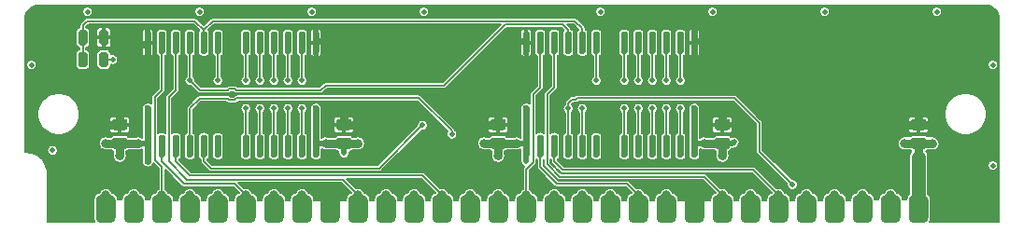
<source format=gtl>
G04 #@! TF.GenerationSoftware,KiCad,Pcbnew,(5.1.10-1-10_14)*
G04 #@! TF.CreationDate,2021-07-28T15:37:46-04:00*
G04 #@! TF.ProjectId,GW4190-SOP,47573431-3930-42d5-934f-502e6b696361,2.0-SOP*
G04 #@! TF.SameCoordinates,Original*
G04 #@! TF.FileFunction,Copper,L1,Top*
G04 #@! TF.FilePolarity,Positive*
%FSLAX46Y46*%
G04 Gerber Fmt 4.6, Leading zero omitted, Abs format (unit mm)*
G04 Created by KiCad (PCBNEW (5.1.10-1-10_14)) date 2021-07-28 15:37:46*
%MOMM*%
%LPD*%
G01*
G04 APERTURE LIST*
G04 #@! TA.AperFunction,ComponentPad*
%ADD10C,0.800000*%
G04 #@! TD*
G04 #@! TA.AperFunction,ViaPad*
%ADD11C,0.800000*%
G04 #@! TD*
G04 #@! TA.AperFunction,ViaPad*
%ADD12C,0.508000*%
G04 #@! TD*
G04 #@! TA.AperFunction,ViaPad*
%ADD13C,1.000000*%
G04 #@! TD*
G04 #@! TA.AperFunction,ViaPad*
%ADD14C,0.600000*%
G04 #@! TD*
G04 #@! TA.AperFunction,Conductor*
%ADD15C,0.508000*%
G04 #@! TD*
G04 #@! TA.AperFunction,Conductor*
%ADD16C,0.762000*%
G04 #@! TD*
G04 #@! TA.AperFunction,Conductor*
%ADD17C,1.270000*%
G04 #@! TD*
G04 #@! TA.AperFunction,Conductor*
%ADD18C,0.800000*%
G04 #@! TD*
G04 #@! TA.AperFunction,Conductor*
%ADD19C,0.600000*%
G04 #@! TD*
G04 #@! TA.AperFunction,Conductor*
%ADD20C,0.152400*%
G04 #@! TD*
G04 #@! TA.AperFunction,Conductor*
%ADD21C,0.100000*%
G04 #@! TD*
G04 APERTURE END LIST*
G04 #@! TA.AperFunction,SMDPad,CuDef*
G36*
G01*
X82931000Y-100901500D02*
X82931000Y-99250500D01*
G75*
G02*
X83375500Y-98806000I444500J0D01*
G01*
X84264500Y-98806000D01*
G75*
G02*
X84709000Y-99250500I0J-444500D01*
G01*
X84709000Y-100901500D01*
G75*
G02*
X84264500Y-101346000I-444500J0D01*
G01*
X83375500Y-101346000D01*
G75*
G02*
X82931000Y-100901500I0J444500D01*
G01*
G37*
G04 #@! TD.AperFunction*
G04 #@! TA.AperFunction,SMDPad,CuDef*
G36*
G01*
X85471000Y-100901500D02*
X85471000Y-99250500D01*
G75*
G02*
X85915500Y-98806000I444500J0D01*
G01*
X86804500Y-98806000D01*
G75*
G02*
X87249000Y-99250500I0J-444500D01*
G01*
X87249000Y-100901500D01*
G75*
G02*
X86804500Y-101346000I-444500J0D01*
G01*
X85915500Y-101346000D01*
G75*
G02*
X85471000Y-100901500I0J444500D01*
G01*
G37*
G04 #@! TD.AperFunction*
D10*
X88900000Y-98806000D03*
G04 #@! TA.AperFunction,SMDPad,CuDef*
G36*
G01*
X108331000Y-100901500D02*
X108331000Y-99250500D01*
G75*
G02*
X108775500Y-98806000I444500J0D01*
G01*
X109664500Y-98806000D01*
G75*
G02*
X110109000Y-99250500I0J-444500D01*
G01*
X110109000Y-100901500D01*
G75*
G02*
X109664500Y-101346000I-444500J0D01*
G01*
X108775500Y-101346000D01*
G75*
G02*
X108331000Y-100901500I0J444500D01*
G01*
G37*
G04 #@! TD.AperFunction*
G04 #@! TA.AperFunction,SMDPad,CuDef*
G36*
G01*
X93091000Y-100901500D02*
X93091000Y-99250500D01*
G75*
G02*
X93535500Y-98806000I444500J0D01*
G01*
X94424500Y-98806000D01*
G75*
G02*
X94869000Y-99250500I0J-444500D01*
G01*
X94869000Y-100901500D01*
G75*
G02*
X94424500Y-101346000I-444500J0D01*
G01*
X93535500Y-101346000D01*
G75*
G02*
X93091000Y-100901500I0J444500D01*
G01*
G37*
G04 #@! TD.AperFunction*
G04 #@! TA.AperFunction,SMDPad,CuDef*
G36*
G01*
X110871000Y-100901500D02*
X110871000Y-99250500D01*
G75*
G02*
X111315500Y-98806000I444500J0D01*
G01*
X112204500Y-98806000D01*
G75*
G02*
X112649000Y-99250500I0J-444500D01*
G01*
X112649000Y-100901500D01*
G75*
G02*
X112204500Y-101346000I-444500J0D01*
G01*
X111315500Y-101346000D01*
G75*
G02*
X110871000Y-100901500I0J444500D01*
G01*
G37*
G04 #@! TD.AperFunction*
G04 #@! TA.AperFunction,SMDPad,CuDef*
G36*
G01*
X146431000Y-100901500D02*
X146431000Y-99250500D01*
G75*
G02*
X146875500Y-98806000I444500J0D01*
G01*
X147764500Y-98806000D01*
G75*
G02*
X148209000Y-99250500I0J-444500D01*
G01*
X148209000Y-100901500D01*
G75*
G02*
X147764500Y-101346000I-444500J0D01*
G01*
X146875500Y-101346000D01*
G75*
G02*
X146431000Y-100901500I0J444500D01*
G01*
G37*
G04 #@! TD.AperFunction*
G04 #@! TA.AperFunction,SMDPad,CuDef*
G36*
G01*
X113411000Y-100901500D02*
X113411000Y-99250500D01*
G75*
G02*
X113855500Y-98806000I444500J0D01*
G01*
X114744500Y-98806000D01*
G75*
G02*
X115189000Y-99250500I0J-444500D01*
G01*
X115189000Y-100901500D01*
G75*
G02*
X114744500Y-101346000I-444500J0D01*
G01*
X113855500Y-101346000D01*
G75*
G02*
X113411000Y-100901500I0J444500D01*
G01*
G37*
G04 #@! TD.AperFunction*
G04 #@! TA.AperFunction,SMDPad,CuDef*
G36*
G01*
X115951000Y-100901500D02*
X115951000Y-99250500D01*
G75*
G02*
X116395500Y-98806000I444500J0D01*
G01*
X117284500Y-98806000D01*
G75*
G02*
X117729000Y-99250500I0J-444500D01*
G01*
X117729000Y-100901500D01*
G75*
G02*
X117284500Y-101346000I-444500J0D01*
G01*
X116395500Y-101346000D01*
G75*
G02*
X115951000Y-100901500I0J444500D01*
G01*
G37*
G04 #@! TD.AperFunction*
G04 #@! TA.AperFunction,SMDPad,CuDef*
G36*
G01*
X90551000Y-100901500D02*
X90551000Y-99250500D01*
G75*
G02*
X90995500Y-98806000I444500J0D01*
G01*
X91884500Y-98806000D01*
G75*
G02*
X92329000Y-99250500I0J-444500D01*
G01*
X92329000Y-100901500D01*
G75*
G02*
X91884500Y-101346000I-444500J0D01*
G01*
X90995500Y-101346000D01*
G75*
G02*
X90551000Y-100901500I0J444500D01*
G01*
G37*
G04 #@! TD.AperFunction*
G04 #@! TA.AperFunction,SMDPad,CuDef*
G36*
G01*
X154051000Y-100901500D02*
X154051000Y-99250500D01*
G75*
G02*
X154495500Y-98806000I444500J0D01*
G01*
X155384500Y-98806000D01*
G75*
G02*
X155829000Y-99250500I0J-444500D01*
G01*
X155829000Y-100901500D01*
G75*
G02*
X155384500Y-101346000I-444500J0D01*
G01*
X154495500Y-101346000D01*
G75*
G02*
X154051000Y-100901500I0J444500D01*
G01*
G37*
G04 #@! TD.AperFunction*
G04 #@! TA.AperFunction,SMDPad,CuDef*
G36*
G01*
X88011000Y-100901500D02*
X88011000Y-99250500D01*
G75*
G02*
X88455500Y-98806000I444500J0D01*
G01*
X89344500Y-98806000D01*
G75*
G02*
X89789000Y-99250500I0J-444500D01*
G01*
X89789000Y-100901500D01*
G75*
G02*
X89344500Y-101346000I-444500J0D01*
G01*
X88455500Y-101346000D01*
G75*
G02*
X88011000Y-100901500I0J444500D01*
G01*
G37*
G04 #@! TD.AperFunction*
G04 #@! TA.AperFunction,SMDPad,CuDef*
G36*
G01*
X141351000Y-100901500D02*
X141351000Y-99250500D01*
G75*
G02*
X141795500Y-98806000I444500J0D01*
G01*
X142684500Y-98806000D01*
G75*
G02*
X143129000Y-99250500I0J-444500D01*
G01*
X143129000Y-100901500D01*
G75*
G02*
X142684500Y-101346000I-444500J0D01*
G01*
X141795500Y-101346000D01*
G75*
G02*
X141351000Y-100901500I0J444500D01*
G01*
G37*
G04 #@! TD.AperFunction*
G04 #@! TA.AperFunction,SMDPad,CuDef*
G36*
G01*
X121031000Y-100901500D02*
X121031000Y-99250500D01*
G75*
G02*
X121475500Y-98806000I444500J0D01*
G01*
X122364500Y-98806000D01*
G75*
G02*
X122809000Y-99250500I0J-444500D01*
G01*
X122809000Y-100901500D01*
G75*
G02*
X122364500Y-101346000I-444500J0D01*
G01*
X121475500Y-101346000D01*
G75*
G02*
X121031000Y-100901500I0J444500D01*
G01*
G37*
G04 #@! TD.AperFunction*
G04 #@! TA.AperFunction,SMDPad,CuDef*
G36*
G01*
X131191000Y-100901500D02*
X131191000Y-99250500D01*
G75*
G02*
X131635500Y-98806000I444500J0D01*
G01*
X132524500Y-98806000D01*
G75*
G02*
X132969000Y-99250500I0J-444500D01*
G01*
X132969000Y-100901500D01*
G75*
G02*
X132524500Y-101346000I-444500J0D01*
G01*
X131635500Y-101346000D01*
G75*
G02*
X131191000Y-100901500I0J444500D01*
G01*
G37*
G04 #@! TD.AperFunction*
G04 #@! TA.AperFunction,SMDPad,CuDef*
G36*
G01*
X138811000Y-100901500D02*
X138811000Y-99250500D01*
G75*
G02*
X139255500Y-98806000I444500J0D01*
G01*
X140144500Y-98806000D01*
G75*
G02*
X140589000Y-99250500I0J-444500D01*
G01*
X140589000Y-100901500D01*
G75*
G02*
X140144500Y-101346000I-444500J0D01*
G01*
X139255500Y-101346000D01*
G75*
G02*
X138811000Y-100901500I0J444500D01*
G01*
G37*
G04 #@! TD.AperFunction*
G04 #@! TA.AperFunction,SMDPad,CuDef*
G36*
G01*
X103251000Y-100901500D02*
X103251000Y-99250500D01*
G75*
G02*
X103695500Y-98806000I444500J0D01*
G01*
X104584500Y-98806000D01*
G75*
G02*
X105029000Y-99250500I0J-444500D01*
G01*
X105029000Y-100901500D01*
G75*
G02*
X104584500Y-101346000I-444500J0D01*
G01*
X103695500Y-101346000D01*
G75*
G02*
X103251000Y-100901500I0J444500D01*
G01*
G37*
G04 #@! TD.AperFunction*
G04 #@! TA.AperFunction,SMDPad,CuDef*
G36*
G01*
X126111000Y-100901500D02*
X126111000Y-99250500D01*
G75*
G02*
X126555500Y-98806000I444500J0D01*
G01*
X127444500Y-98806000D01*
G75*
G02*
X127889000Y-99250500I0J-444500D01*
G01*
X127889000Y-100901500D01*
G75*
G02*
X127444500Y-101346000I-444500J0D01*
G01*
X126555500Y-101346000D01*
G75*
G02*
X126111000Y-100901500I0J444500D01*
G01*
G37*
G04 #@! TD.AperFunction*
G04 #@! TA.AperFunction,SMDPad,CuDef*
G36*
G01*
X133731000Y-100901500D02*
X133731000Y-99250500D01*
G75*
G02*
X134175500Y-98806000I444500J0D01*
G01*
X135064500Y-98806000D01*
G75*
G02*
X135509000Y-99250500I0J-444500D01*
G01*
X135509000Y-100901500D01*
G75*
G02*
X135064500Y-101346000I-444500J0D01*
G01*
X134175500Y-101346000D01*
G75*
G02*
X133731000Y-100901500I0J444500D01*
G01*
G37*
G04 #@! TD.AperFunction*
G04 #@! TA.AperFunction,SMDPad,CuDef*
G36*
G01*
X128651000Y-100901500D02*
X128651000Y-99250500D01*
G75*
G02*
X129095500Y-98806000I444500J0D01*
G01*
X129984500Y-98806000D01*
G75*
G02*
X130429000Y-99250500I0J-444500D01*
G01*
X130429000Y-100901500D01*
G75*
G02*
X129984500Y-101346000I-444500J0D01*
G01*
X129095500Y-101346000D01*
G75*
G02*
X128651000Y-100901500I0J444500D01*
G01*
G37*
G04 #@! TD.AperFunction*
G04 #@! TA.AperFunction,SMDPad,CuDef*
G36*
G01*
X105791000Y-100901500D02*
X105791000Y-99250500D01*
G75*
G02*
X106235500Y-98806000I444500J0D01*
G01*
X107124500Y-98806000D01*
G75*
G02*
X107569000Y-99250500I0J-444500D01*
G01*
X107569000Y-100901500D01*
G75*
G02*
X107124500Y-101346000I-444500J0D01*
G01*
X106235500Y-101346000D01*
G75*
G02*
X105791000Y-100901500I0J444500D01*
G01*
G37*
G04 #@! TD.AperFunction*
G04 #@! TA.AperFunction,SMDPad,CuDef*
G36*
G01*
X136271000Y-100901500D02*
X136271000Y-99250500D01*
G75*
G02*
X136715500Y-98806000I444500J0D01*
G01*
X137604500Y-98806000D01*
G75*
G02*
X138049000Y-99250500I0J-444500D01*
G01*
X138049000Y-100901500D01*
G75*
G02*
X137604500Y-101346000I-444500J0D01*
G01*
X136715500Y-101346000D01*
G75*
G02*
X136271000Y-100901500I0J444500D01*
G01*
G37*
G04 #@! TD.AperFunction*
G04 #@! TA.AperFunction,SMDPad,CuDef*
G36*
G01*
X95631000Y-100901500D02*
X95631000Y-99250500D01*
G75*
G02*
X96075500Y-98806000I444500J0D01*
G01*
X96964500Y-98806000D01*
G75*
G02*
X97409000Y-99250500I0J-444500D01*
G01*
X97409000Y-100901500D01*
G75*
G02*
X96964500Y-101346000I-444500J0D01*
G01*
X96075500Y-101346000D01*
G75*
G02*
X95631000Y-100901500I0J444500D01*
G01*
G37*
G04 #@! TD.AperFunction*
G04 #@! TA.AperFunction,SMDPad,CuDef*
G36*
G01*
X123571000Y-100901500D02*
X123571000Y-99250500D01*
G75*
G02*
X124015500Y-98806000I444500J0D01*
G01*
X124904500Y-98806000D01*
G75*
G02*
X125349000Y-99250500I0J-444500D01*
G01*
X125349000Y-100901500D01*
G75*
G02*
X124904500Y-101346000I-444500J0D01*
G01*
X124015500Y-101346000D01*
G75*
G02*
X123571000Y-100901500I0J444500D01*
G01*
G37*
G04 #@! TD.AperFunction*
G04 #@! TA.AperFunction,SMDPad,CuDef*
G36*
G01*
X98171000Y-100901500D02*
X98171000Y-99250500D01*
G75*
G02*
X98615500Y-98806000I444500J0D01*
G01*
X99504500Y-98806000D01*
G75*
G02*
X99949000Y-99250500I0J-444500D01*
G01*
X99949000Y-100901500D01*
G75*
G02*
X99504500Y-101346000I-444500J0D01*
G01*
X98615500Y-101346000D01*
G75*
G02*
X98171000Y-100901500I0J444500D01*
G01*
G37*
G04 #@! TD.AperFunction*
G04 #@! TA.AperFunction,SMDPad,CuDef*
G36*
G01*
X100711000Y-100901500D02*
X100711000Y-99250500D01*
G75*
G02*
X101155500Y-98806000I444500J0D01*
G01*
X102044500Y-98806000D01*
G75*
G02*
X102489000Y-99250500I0J-444500D01*
G01*
X102489000Y-100901500D01*
G75*
G02*
X102044500Y-101346000I-444500J0D01*
G01*
X101155500Y-101346000D01*
G75*
G02*
X100711000Y-100901500I0J444500D01*
G01*
G37*
G04 #@! TD.AperFunction*
G04 #@! TA.AperFunction,SMDPad,CuDef*
G36*
G01*
X148971000Y-100901500D02*
X148971000Y-99250500D01*
G75*
G02*
X149415500Y-98806000I444500J0D01*
G01*
X150304500Y-98806000D01*
G75*
G02*
X150749000Y-99250500I0J-444500D01*
G01*
X150749000Y-100901500D01*
G75*
G02*
X150304500Y-101346000I-444500J0D01*
G01*
X149415500Y-101346000D01*
G75*
G02*
X148971000Y-100901500I0J444500D01*
G01*
G37*
G04 #@! TD.AperFunction*
G04 #@! TA.AperFunction,SMDPad,CuDef*
G36*
G01*
X151511000Y-100901500D02*
X151511000Y-99250500D01*
G75*
G02*
X151955500Y-98806000I444500J0D01*
G01*
X152844500Y-98806000D01*
G75*
G02*
X153289000Y-99250500I0J-444500D01*
G01*
X153289000Y-100901500D01*
G75*
G02*
X152844500Y-101346000I-444500J0D01*
G01*
X151955500Y-101346000D01*
G75*
G02*
X151511000Y-100901500I0J444500D01*
G01*
G37*
G04 #@! TD.AperFunction*
G04 #@! TA.AperFunction,SMDPad,CuDef*
G36*
G01*
X156591000Y-100901500D02*
X156591000Y-99250500D01*
G75*
G02*
X157035500Y-98806000I444500J0D01*
G01*
X157924500Y-98806000D01*
G75*
G02*
X158369000Y-99250500I0J-444500D01*
G01*
X158369000Y-100901500D01*
G75*
G02*
X157924500Y-101346000I-444500J0D01*
G01*
X157035500Y-101346000D01*
G75*
G02*
X156591000Y-100901500I0J444500D01*
G01*
G37*
G04 #@! TD.AperFunction*
G04 #@! TA.AperFunction,SMDPad,CuDef*
G36*
G01*
X118491000Y-100901500D02*
X118491000Y-99250500D01*
G75*
G02*
X118935500Y-98806000I444500J0D01*
G01*
X119824500Y-98806000D01*
G75*
G02*
X120269000Y-99250500I0J-444500D01*
G01*
X120269000Y-100901500D01*
G75*
G02*
X119824500Y-101346000I-444500J0D01*
G01*
X118935500Y-101346000D01*
G75*
G02*
X118491000Y-100901500I0J444500D01*
G01*
G37*
G04 #@! TD.AperFunction*
G04 #@! TA.AperFunction,SMDPad,CuDef*
G36*
G01*
X143891000Y-100901500D02*
X143891000Y-99250500D01*
G75*
G02*
X144335500Y-98806000I444500J0D01*
G01*
X145224500Y-98806000D01*
G75*
G02*
X145669000Y-99250500I0J-444500D01*
G01*
X145669000Y-100901500D01*
G75*
G02*
X145224500Y-101346000I-444500J0D01*
G01*
X144335500Y-101346000D01*
G75*
G02*
X143891000Y-100901500I0J444500D01*
G01*
G37*
G04 #@! TD.AperFunction*
X86360000Y-98806000D03*
X83820000Y-98806000D03*
X93980000Y-98806000D03*
X91440000Y-98806000D03*
X96520000Y-98806000D03*
X99060000Y-98806000D03*
X104140000Y-98806000D03*
X101600000Y-98806000D03*
X109220000Y-98806000D03*
X106680000Y-98806000D03*
X111760000Y-98806000D03*
X116840000Y-98806000D03*
X114300000Y-98806000D03*
X119380000Y-98806000D03*
X124460000Y-98806000D03*
X121920000Y-98806000D03*
X127000000Y-98806000D03*
X149860000Y-98806000D03*
X147320000Y-98806000D03*
X152400000Y-98806000D03*
X134620000Y-98806000D03*
X132080000Y-98806000D03*
X137160000Y-98806000D03*
X142240000Y-98806000D03*
X139700000Y-98806000D03*
X144780000Y-98806000D03*
X129540000Y-98806000D03*
X154940000Y-98806000D03*
X157480000Y-98806000D03*
G04 #@! TA.AperFunction,SMDPad,CuDef*
G36*
G01*
X85527500Y-92932000D02*
X84652500Y-92932000D01*
G75*
G02*
X84390000Y-92669500I0J262500D01*
G01*
X84390000Y-92144500D01*
G75*
G02*
X84652500Y-91882000I262500J0D01*
G01*
X85527500Y-91882000D01*
G75*
G02*
X85790000Y-92144500I0J-262500D01*
G01*
X85790000Y-92669500D01*
G75*
G02*
X85527500Y-92932000I-262500J0D01*
G01*
G37*
G04 #@! TD.AperFunction*
G04 #@! TA.AperFunction,SMDPad,CuDef*
G36*
G01*
X85527500Y-94632000D02*
X84652500Y-94632000D01*
G75*
G02*
X84390000Y-94369500I0J262500D01*
G01*
X84390000Y-93844500D01*
G75*
G02*
X84652500Y-93582000I262500J0D01*
G01*
X85527500Y-93582000D01*
G75*
G02*
X85790000Y-93844500I0J-262500D01*
G01*
X85790000Y-94369500D01*
G75*
G02*
X85527500Y-94632000I-262500J0D01*
G01*
G37*
G04 #@! TD.AperFunction*
G04 #@! TA.AperFunction,SMDPad,CuDef*
G36*
G01*
X105847500Y-92932000D02*
X104972500Y-92932000D01*
G75*
G02*
X104710000Y-92669500I0J262500D01*
G01*
X104710000Y-92144500D01*
G75*
G02*
X104972500Y-91882000I262500J0D01*
G01*
X105847500Y-91882000D01*
G75*
G02*
X106110000Y-92144500I0J-262500D01*
G01*
X106110000Y-92669500D01*
G75*
G02*
X105847500Y-92932000I-262500J0D01*
G01*
G37*
G04 #@! TD.AperFunction*
G04 #@! TA.AperFunction,SMDPad,CuDef*
G36*
G01*
X105847500Y-94632000D02*
X104972500Y-94632000D01*
G75*
G02*
X104710000Y-94369500I0J262500D01*
G01*
X104710000Y-93844500D01*
G75*
G02*
X104972500Y-93582000I262500J0D01*
G01*
X105847500Y-93582000D01*
G75*
G02*
X106110000Y-93844500I0J-262500D01*
G01*
X106110000Y-94369500D01*
G75*
G02*
X105847500Y-94632000I-262500J0D01*
G01*
G37*
G04 #@! TD.AperFunction*
G04 #@! TA.AperFunction,SMDPad,CuDef*
G36*
G01*
X119817500Y-92932000D02*
X118942500Y-92932000D01*
G75*
G02*
X118680000Y-92669500I0J262500D01*
G01*
X118680000Y-92144500D01*
G75*
G02*
X118942500Y-91882000I262500J0D01*
G01*
X119817500Y-91882000D01*
G75*
G02*
X120080000Y-92144500I0J-262500D01*
G01*
X120080000Y-92669500D01*
G75*
G02*
X119817500Y-92932000I-262500J0D01*
G01*
G37*
G04 #@! TD.AperFunction*
G04 #@! TA.AperFunction,SMDPad,CuDef*
G36*
G01*
X119817500Y-94632000D02*
X118942500Y-94632000D01*
G75*
G02*
X118680000Y-94369500I0J262500D01*
G01*
X118680000Y-93844500D01*
G75*
G02*
X118942500Y-93582000I262500J0D01*
G01*
X119817500Y-93582000D01*
G75*
G02*
X120080000Y-93844500I0J-262500D01*
G01*
X120080000Y-94369500D01*
G75*
G02*
X119817500Y-94632000I-262500J0D01*
G01*
G37*
G04 #@! TD.AperFunction*
G04 #@! TA.AperFunction,SMDPad,CuDef*
G36*
G01*
X157917500Y-92932000D02*
X157042500Y-92932000D01*
G75*
G02*
X156780000Y-92669500I0J262500D01*
G01*
X156780000Y-92144500D01*
G75*
G02*
X157042500Y-91882000I262500J0D01*
G01*
X157917500Y-91882000D01*
G75*
G02*
X158180000Y-92144500I0J-262500D01*
G01*
X158180000Y-92669500D01*
G75*
G02*
X157917500Y-92932000I-262500J0D01*
G01*
G37*
G04 #@! TD.AperFunction*
G04 #@! TA.AperFunction,SMDPad,CuDef*
G36*
G01*
X157917500Y-94632000D02*
X157042500Y-94632000D01*
G75*
G02*
X156780000Y-94369500I0J262500D01*
G01*
X156780000Y-93844500D01*
G75*
G02*
X157042500Y-93582000I262500J0D01*
G01*
X157917500Y-93582000D01*
G75*
G02*
X158180000Y-93844500I0J-262500D01*
G01*
X158180000Y-94369500D01*
G75*
G02*
X157917500Y-94632000I-262500J0D01*
G01*
G37*
G04 #@! TD.AperFunction*
G04 #@! TA.AperFunction,SMDPad,CuDef*
G36*
G01*
X140137500Y-92932000D02*
X139262500Y-92932000D01*
G75*
G02*
X139000000Y-92669500I0J262500D01*
G01*
X139000000Y-92144500D01*
G75*
G02*
X139262500Y-91882000I262500J0D01*
G01*
X140137500Y-91882000D01*
G75*
G02*
X140400000Y-92144500I0J-262500D01*
G01*
X140400000Y-92669500D01*
G75*
G02*
X140137500Y-92932000I-262500J0D01*
G01*
G37*
G04 #@! TD.AperFunction*
G04 #@! TA.AperFunction,SMDPad,CuDef*
G36*
G01*
X140137500Y-94632000D02*
X139262500Y-94632000D01*
G75*
G02*
X139000000Y-94369500I0J262500D01*
G01*
X139000000Y-93844500D01*
G75*
G02*
X139262500Y-93582000I262500J0D01*
G01*
X140137500Y-93582000D01*
G75*
G02*
X140400000Y-93844500I0J-262500D01*
G01*
X140400000Y-94369500D01*
G75*
G02*
X140137500Y-94632000I-262500J0D01*
G01*
G37*
G04 #@! TD.AperFunction*
G04 #@! TA.AperFunction,SMDPad,CuDef*
G36*
G01*
X82175000Y-86012500D02*
X82175000Y-86987500D01*
G75*
G02*
X81962500Y-87200000I-212500J0D01*
G01*
X81537500Y-87200000D01*
G75*
G02*
X81325000Y-86987500I0J212500D01*
G01*
X81325000Y-86012500D01*
G75*
G02*
X81537500Y-85800000I212500J0D01*
G01*
X81962500Y-85800000D01*
G75*
G02*
X82175000Y-86012500I0J-212500D01*
G01*
G37*
G04 #@! TD.AperFunction*
G04 #@! TA.AperFunction,SMDPad,CuDef*
G36*
G01*
X84075000Y-86012500D02*
X84075000Y-86987500D01*
G75*
G02*
X83862500Y-87200000I-212500J0D01*
G01*
X83437500Y-87200000D01*
G75*
G02*
X83225000Y-86987500I0J212500D01*
G01*
X83225000Y-86012500D01*
G75*
G02*
X83437500Y-85800000I212500J0D01*
G01*
X83862500Y-85800000D01*
G75*
G02*
X84075000Y-86012500I0J-212500D01*
G01*
G37*
G04 #@! TD.AperFunction*
G04 #@! TA.AperFunction,SMDPad,CuDef*
G36*
G01*
X83225000Y-84987500D02*
X83225000Y-84012500D01*
G75*
G02*
X83437500Y-83800000I212500J0D01*
G01*
X83862500Y-83800000D01*
G75*
G02*
X84075000Y-84012500I0J-212500D01*
G01*
X84075000Y-84987500D01*
G75*
G02*
X83862500Y-85200000I-212500J0D01*
G01*
X83437500Y-85200000D01*
G75*
G02*
X83225000Y-84987500I0J212500D01*
G01*
G37*
G04 #@! TD.AperFunction*
G04 #@! TA.AperFunction,SMDPad,CuDef*
G36*
G01*
X81325000Y-84987500D02*
X81325000Y-84012500D01*
G75*
G02*
X81537500Y-83800000I212500J0D01*
G01*
X81962500Y-83800000D01*
G75*
G02*
X82175000Y-84012500I0J-212500D01*
G01*
X82175000Y-84987500D01*
G75*
G02*
X81962500Y-85200000I-212500J0D01*
G01*
X81537500Y-85200000D01*
G75*
G02*
X81325000Y-84987500I0J212500D01*
G01*
G37*
G04 #@! TD.AperFunction*
G04 #@! TA.AperFunction,SMDPad,CuDef*
G36*
G01*
X122070000Y-95377000D02*
X121770000Y-95377000D01*
G75*
G02*
X121620000Y-95227000I0J150000D01*
G01*
X121620000Y-93495000D01*
G75*
G02*
X121770000Y-93345000I150000J0D01*
G01*
X122070000Y-93345000D01*
G75*
G02*
X122220000Y-93495000I0J-150000D01*
G01*
X122220000Y-95227000D01*
G75*
G02*
X122070000Y-95377000I-150000J0D01*
G01*
G37*
G04 #@! TD.AperFunction*
G04 #@! TA.AperFunction,SMDPad,CuDef*
G36*
G01*
X123340000Y-95377000D02*
X123040000Y-95377000D01*
G75*
G02*
X122890000Y-95227000I0J150000D01*
G01*
X122890000Y-93495000D01*
G75*
G02*
X123040000Y-93345000I150000J0D01*
G01*
X123340000Y-93345000D01*
G75*
G02*
X123490000Y-93495000I0J-150000D01*
G01*
X123490000Y-95227000D01*
G75*
G02*
X123340000Y-95377000I-150000J0D01*
G01*
G37*
G04 #@! TD.AperFunction*
G04 #@! TA.AperFunction,SMDPad,CuDef*
G36*
G01*
X124610000Y-95377000D02*
X124310000Y-95377000D01*
G75*
G02*
X124160000Y-95227000I0J150000D01*
G01*
X124160000Y-93495000D01*
G75*
G02*
X124310000Y-93345000I150000J0D01*
G01*
X124610000Y-93345000D01*
G75*
G02*
X124760000Y-93495000I0J-150000D01*
G01*
X124760000Y-95227000D01*
G75*
G02*
X124610000Y-95377000I-150000J0D01*
G01*
G37*
G04 #@! TD.AperFunction*
G04 #@! TA.AperFunction,SMDPad,CuDef*
G36*
G01*
X125880000Y-95377000D02*
X125580000Y-95377000D01*
G75*
G02*
X125430000Y-95227000I0J150000D01*
G01*
X125430000Y-93495000D01*
G75*
G02*
X125580000Y-93345000I150000J0D01*
G01*
X125880000Y-93345000D01*
G75*
G02*
X126030000Y-93495000I0J-150000D01*
G01*
X126030000Y-95227000D01*
G75*
G02*
X125880000Y-95377000I-150000J0D01*
G01*
G37*
G04 #@! TD.AperFunction*
G04 #@! TA.AperFunction,SMDPad,CuDef*
G36*
G01*
X127150000Y-95377000D02*
X126850000Y-95377000D01*
G75*
G02*
X126700000Y-95227000I0J150000D01*
G01*
X126700000Y-93495000D01*
G75*
G02*
X126850000Y-93345000I150000J0D01*
G01*
X127150000Y-93345000D01*
G75*
G02*
X127300000Y-93495000I0J-150000D01*
G01*
X127300000Y-95227000D01*
G75*
G02*
X127150000Y-95377000I-150000J0D01*
G01*
G37*
G04 #@! TD.AperFunction*
G04 #@! TA.AperFunction,SMDPad,CuDef*
G36*
G01*
X128420000Y-95377000D02*
X128120000Y-95377000D01*
G75*
G02*
X127970000Y-95227000I0J150000D01*
G01*
X127970000Y-93495000D01*
G75*
G02*
X128120000Y-93345000I150000J0D01*
G01*
X128420000Y-93345000D01*
G75*
G02*
X128570000Y-93495000I0J-150000D01*
G01*
X128570000Y-95227000D01*
G75*
G02*
X128420000Y-95377000I-150000J0D01*
G01*
G37*
G04 #@! TD.AperFunction*
G04 #@! TA.AperFunction,SMDPad,CuDef*
G36*
G01*
X130960000Y-95377000D02*
X130660000Y-95377000D01*
G75*
G02*
X130510000Y-95227000I0J150000D01*
G01*
X130510000Y-93495000D01*
G75*
G02*
X130660000Y-93345000I150000J0D01*
G01*
X130960000Y-93345000D01*
G75*
G02*
X131110000Y-93495000I0J-150000D01*
G01*
X131110000Y-95227000D01*
G75*
G02*
X130960000Y-95377000I-150000J0D01*
G01*
G37*
G04 #@! TD.AperFunction*
G04 #@! TA.AperFunction,SMDPad,CuDef*
G36*
G01*
X132230000Y-95377000D02*
X131930000Y-95377000D01*
G75*
G02*
X131780000Y-95227000I0J150000D01*
G01*
X131780000Y-93495000D01*
G75*
G02*
X131930000Y-93345000I150000J0D01*
G01*
X132230000Y-93345000D01*
G75*
G02*
X132380000Y-93495000I0J-150000D01*
G01*
X132380000Y-95227000D01*
G75*
G02*
X132230000Y-95377000I-150000J0D01*
G01*
G37*
G04 #@! TD.AperFunction*
G04 #@! TA.AperFunction,SMDPad,CuDef*
G36*
G01*
X133500000Y-95377000D02*
X133200000Y-95377000D01*
G75*
G02*
X133050000Y-95227000I0J150000D01*
G01*
X133050000Y-93495000D01*
G75*
G02*
X133200000Y-93345000I150000J0D01*
G01*
X133500000Y-93345000D01*
G75*
G02*
X133650000Y-93495000I0J-150000D01*
G01*
X133650000Y-95227000D01*
G75*
G02*
X133500000Y-95377000I-150000J0D01*
G01*
G37*
G04 #@! TD.AperFunction*
G04 #@! TA.AperFunction,SMDPad,CuDef*
G36*
G01*
X134770000Y-95377000D02*
X134470000Y-95377000D01*
G75*
G02*
X134320000Y-95227000I0J150000D01*
G01*
X134320000Y-93495000D01*
G75*
G02*
X134470000Y-93345000I150000J0D01*
G01*
X134770000Y-93345000D01*
G75*
G02*
X134920000Y-93495000I0J-150000D01*
G01*
X134920000Y-95227000D01*
G75*
G02*
X134770000Y-95377000I-150000J0D01*
G01*
G37*
G04 #@! TD.AperFunction*
G04 #@! TA.AperFunction,SMDPad,CuDef*
G36*
G01*
X136040000Y-95377000D02*
X135740000Y-95377000D01*
G75*
G02*
X135590000Y-95227000I0J150000D01*
G01*
X135590000Y-93495000D01*
G75*
G02*
X135740000Y-93345000I150000J0D01*
G01*
X136040000Y-93345000D01*
G75*
G02*
X136190000Y-93495000I0J-150000D01*
G01*
X136190000Y-95227000D01*
G75*
G02*
X136040000Y-95377000I-150000J0D01*
G01*
G37*
G04 #@! TD.AperFunction*
G04 #@! TA.AperFunction,SMDPad,CuDef*
G36*
G01*
X137310000Y-95377000D02*
X137010000Y-95377000D01*
G75*
G02*
X136860000Y-95227000I0J150000D01*
G01*
X136860000Y-93495000D01*
G75*
G02*
X137010000Y-93345000I150000J0D01*
G01*
X137310000Y-93345000D01*
G75*
G02*
X137460000Y-93495000I0J-150000D01*
G01*
X137460000Y-95227000D01*
G75*
G02*
X137310000Y-95377000I-150000J0D01*
G01*
G37*
G04 #@! TD.AperFunction*
G04 #@! TA.AperFunction,SMDPad,CuDef*
G36*
G01*
X137310000Y-85979000D02*
X137010000Y-85979000D01*
G75*
G02*
X136860000Y-85829000I0J150000D01*
G01*
X136860000Y-84097000D01*
G75*
G02*
X137010000Y-83947000I150000J0D01*
G01*
X137310000Y-83947000D01*
G75*
G02*
X137460000Y-84097000I0J-150000D01*
G01*
X137460000Y-85829000D01*
G75*
G02*
X137310000Y-85979000I-150000J0D01*
G01*
G37*
G04 #@! TD.AperFunction*
G04 #@! TA.AperFunction,SMDPad,CuDef*
G36*
G01*
X136040000Y-85979000D02*
X135740000Y-85979000D01*
G75*
G02*
X135590000Y-85829000I0J150000D01*
G01*
X135590000Y-84097000D01*
G75*
G02*
X135740000Y-83947000I150000J0D01*
G01*
X136040000Y-83947000D01*
G75*
G02*
X136190000Y-84097000I0J-150000D01*
G01*
X136190000Y-85829000D01*
G75*
G02*
X136040000Y-85979000I-150000J0D01*
G01*
G37*
G04 #@! TD.AperFunction*
G04 #@! TA.AperFunction,SMDPad,CuDef*
G36*
G01*
X134770000Y-85979000D02*
X134470000Y-85979000D01*
G75*
G02*
X134320000Y-85829000I0J150000D01*
G01*
X134320000Y-84097000D01*
G75*
G02*
X134470000Y-83947000I150000J0D01*
G01*
X134770000Y-83947000D01*
G75*
G02*
X134920000Y-84097000I0J-150000D01*
G01*
X134920000Y-85829000D01*
G75*
G02*
X134770000Y-85979000I-150000J0D01*
G01*
G37*
G04 #@! TD.AperFunction*
G04 #@! TA.AperFunction,SMDPad,CuDef*
G36*
G01*
X133500000Y-85979000D02*
X133200000Y-85979000D01*
G75*
G02*
X133050000Y-85829000I0J150000D01*
G01*
X133050000Y-84097000D01*
G75*
G02*
X133200000Y-83947000I150000J0D01*
G01*
X133500000Y-83947000D01*
G75*
G02*
X133650000Y-84097000I0J-150000D01*
G01*
X133650000Y-85829000D01*
G75*
G02*
X133500000Y-85979000I-150000J0D01*
G01*
G37*
G04 #@! TD.AperFunction*
G04 #@! TA.AperFunction,SMDPad,CuDef*
G36*
G01*
X132230000Y-85979000D02*
X131930000Y-85979000D01*
G75*
G02*
X131780000Y-85829000I0J150000D01*
G01*
X131780000Y-84097000D01*
G75*
G02*
X131930000Y-83947000I150000J0D01*
G01*
X132230000Y-83947000D01*
G75*
G02*
X132380000Y-84097000I0J-150000D01*
G01*
X132380000Y-85829000D01*
G75*
G02*
X132230000Y-85979000I-150000J0D01*
G01*
G37*
G04 #@! TD.AperFunction*
G04 #@! TA.AperFunction,SMDPad,CuDef*
G36*
G01*
X130960000Y-85979000D02*
X130660000Y-85979000D01*
G75*
G02*
X130510000Y-85829000I0J150000D01*
G01*
X130510000Y-84097000D01*
G75*
G02*
X130660000Y-83947000I150000J0D01*
G01*
X130960000Y-83947000D01*
G75*
G02*
X131110000Y-84097000I0J-150000D01*
G01*
X131110000Y-85829000D01*
G75*
G02*
X130960000Y-85979000I-150000J0D01*
G01*
G37*
G04 #@! TD.AperFunction*
G04 #@! TA.AperFunction,SMDPad,CuDef*
G36*
G01*
X128420000Y-85979000D02*
X128120000Y-85979000D01*
G75*
G02*
X127970000Y-85829000I0J150000D01*
G01*
X127970000Y-84097000D01*
G75*
G02*
X128120000Y-83947000I150000J0D01*
G01*
X128420000Y-83947000D01*
G75*
G02*
X128570000Y-84097000I0J-150000D01*
G01*
X128570000Y-85829000D01*
G75*
G02*
X128420000Y-85979000I-150000J0D01*
G01*
G37*
G04 #@! TD.AperFunction*
G04 #@! TA.AperFunction,SMDPad,CuDef*
G36*
G01*
X127150000Y-85979000D02*
X126850000Y-85979000D01*
G75*
G02*
X126700000Y-85829000I0J150000D01*
G01*
X126700000Y-84097000D01*
G75*
G02*
X126850000Y-83947000I150000J0D01*
G01*
X127150000Y-83947000D01*
G75*
G02*
X127300000Y-84097000I0J-150000D01*
G01*
X127300000Y-85829000D01*
G75*
G02*
X127150000Y-85979000I-150000J0D01*
G01*
G37*
G04 #@! TD.AperFunction*
G04 #@! TA.AperFunction,SMDPad,CuDef*
G36*
G01*
X125880000Y-85979000D02*
X125580000Y-85979000D01*
G75*
G02*
X125430000Y-85829000I0J150000D01*
G01*
X125430000Y-84097000D01*
G75*
G02*
X125580000Y-83947000I150000J0D01*
G01*
X125880000Y-83947000D01*
G75*
G02*
X126030000Y-84097000I0J-150000D01*
G01*
X126030000Y-85829000D01*
G75*
G02*
X125880000Y-85979000I-150000J0D01*
G01*
G37*
G04 #@! TD.AperFunction*
G04 #@! TA.AperFunction,SMDPad,CuDef*
G36*
G01*
X124610000Y-85979000D02*
X124310000Y-85979000D01*
G75*
G02*
X124160000Y-85829000I0J150000D01*
G01*
X124160000Y-84097000D01*
G75*
G02*
X124310000Y-83947000I150000J0D01*
G01*
X124610000Y-83947000D01*
G75*
G02*
X124760000Y-84097000I0J-150000D01*
G01*
X124760000Y-85829000D01*
G75*
G02*
X124610000Y-85979000I-150000J0D01*
G01*
G37*
G04 #@! TD.AperFunction*
G04 #@! TA.AperFunction,SMDPad,CuDef*
G36*
G01*
X123340000Y-85979000D02*
X123040000Y-85979000D01*
G75*
G02*
X122890000Y-85829000I0J150000D01*
G01*
X122890000Y-84097000D01*
G75*
G02*
X123040000Y-83947000I150000J0D01*
G01*
X123340000Y-83947000D01*
G75*
G02*
X123490000Y-84097000I0J-150000D01*
G01*
X123490000Y-85829000D01*
G75*
G02*
X123340000Y-85979000I-150000J0D01*
G01*
G37*
G04 #@! TD.AperFunction*
G04 #@! TA.AperFunction,SMDPad,CuDef*
G36*
G01*
X122070000Y-85979000D02*
X121770000Y-85979000D01*
G75*
G02*
X121620000Y-85829000I0J150000D01*
G01*
X121620000Y-84097000D01*
G75*
G02*
X121770000Y-83947000I150000J0D01*
G01*
X122070000Y-83947000D01*
G75*
G02*
X122220000Y-84097000I0J-150000D01*
G01*
X122220000Y-85829000D01*
G75*
G02*
X122070000Y-85979000I-150000J0D01*
G01*
G37*
G04 #@! TD.AperFunction*
G04 #@! TA.AperFunction,SMDPad,CuDef*
G36*
G01*
X87780000Y-85979000D02*
X87480000Y-85979000D01*
G75*
G02*
X87330000Y-85829000I0J150000D01*
G01*
X87330000Y-84097000D01*
G75*
G02*
X87480000Y-83947000I150000J0D01*
G01*
X87780000Y-83947000D01*
G75*
G02*
X87930000Y-84097000I0J-150000D01*
G01*
X87930000Y-85829000D01*
G75*
G02*
X87780000Y-85979000I-150000J0D01*
G01*
G37*
G04 #@! TD.AperFunction*
G04 #@! TA.AperFunction,SMDPad,CuDef*
G36*
G01*
X89050000Y-85979000D02*
X88750000Y-85979000D01*
G75*
G02*
X88600000Y-85829000I0J150000D01*
G01*
X88600000Y-84097000D01*
G75*
G02*
X88750000Y-83947000I150000J0D01*
G01*
X89050000Y-83947000D01*
G75*
G02*
X89200000Y-84097000I0J-150000D01*
G01*
X89200000Y-85829000D01*
G75*
G02*
X89050000Y-85979000I-150000J0D01*
G01*
G37*
G04 #@! TD.AperFunction*
G04 #@! TA.AperFunction,SMDPad,CuDef*
G36*
G01*
X90320000Y-85979000D02*
X90020000Y-85979000D01*
G75*
G02*
X89870000Y-85829000I0J150000D01*
G01*
X89870000Y-84097000D01*
G75*
G02*
X90020000Y-83947000I150000J0D01*
G01*
X90320000Y-83947000D01*
G75*
G02*
X90470000Y-84097000I0J-150000D01*
G01*
X90470000Y-85829000D01*
G75*
G02*
X90320000Y-85979000I-150000J0D01*
G01*
G37*
G04 #@! TD.AperFunction*
G04 #@! TA.AperFunction,SMDPad,CuDef*
G36*
G01*
X91590000Y-85979000D02*
X91290000Y-85979000D01*
G75*
G02*
X91140000Y-85829000I0J150000D01*
G01*
X91140000Y-84097000D01*
G75*
G02*
X91290000Y-83947000I150000J0D01*
G01*
X91590000Y-83947000D01*
G75*
G02*
X91740000Y-84097000I0J-150000D01*
G01*
X91740000Y-85829000D01*
G75*
G02*
X91590000Y-85979000I-150000J0D01*
G01*
G37*
G04 #@! TD.AperFunction*
G04 #@! TA.AperFunction,SMDPad,CuDef*
G36*
G01*
X92860000Y-85979000D02*
X92560000Y-85979000D01*
G75*
G02*
X92410000Y-85829000I0J150000D01*
G01*
X92410000Y-84097000D01*
G75*
G02*
X92560000Y-83947000I150000J0D01*
G01*
X92860000Y-83947000D01*
G75*
G02*
X93010000Y-84097000I0J-150000D01*
G01*
X93010000Y-85829000D01*
G75*
G02*
X92860000Y-85979000I-150000J0D01*
G01*
G37*
G04 #@! TD.AperFunction*
G04 #@! TA.AperFunction,SMDPad,CuDef*
G36*
G01*
X94130000Y-85979000D02*
X93830000Y-85979000D01*
G75*
G02*
X93680000Y-85829000I0J150000D01*
G01*
X93680000Y-84097000D01*
G75*
G02*
X93830000Y-83947000I150000J0D01*
G01*
X94130000Y-83947000D01*
G75*
G02*
X94280000Y-84097000I0J-150000D01*
G01*
X94280000Y-85829000D01*
G75*
G02*
X94130000Y-85979000I-150000J0D01*
G01*
G37*
G04 #@! TD.AperFunction*
G04 #@! TA.AperFunction,SMDPad,CuDef*
G36*
G01*
X96670000Y-85979000D02*
X96370000Y-85979000D01*
G75*
G02*
X96220000Y-85829000I0J150000D01*
G01*
X96220000Y-84097000D01*
G75*
G02*
X96370000Y-83947000I150000J0D01*
G01*
X96670000Y-83947000D01*
G75*
G02*
X96820000Y-84097000I0J-150000D01*
G01*
X96820000Y-85829000D01*
G75*
G02*
X96670000Y-85979000I-150000J0D01*
G01*
G37*
G04 #@! TD.AperFunction*
G04 #@! TA.AperFunction,SMDPad,CuDef*
G36*
G01*
X97940000Y-85979000D02*
X97640000Y-85979000D01*
G75*
G02*
X97490000Y-85829000I0J150000D01*
G01*
X97490000Y-84097000D01*
G75*
G02*
X97640000Y-83947000I150000J0D01*
G01*
X97940000Y-83947000D01*
G75*
G02*
X98090000Y-84097000I0J-150000D01*
G01*
X98090000Y-85829000D01*
G75*
G02*
X97940000Y-85979000I-150000J0D01*
G01*
G37*
G04 #@! TD.AperFunction*
G04 #@! TA.AperFunction,SMDPad,CuDef*
G36*
G01*
X99210000Y-85979000D02*
X98910000Y-85979000D01*
G75*
G02*
X98760000Y-85829000I0J150000D01*
G01*
X98760000Y-84097000D01*
G75*
G02*
X98910000Y-83947000I150000J0D01*
G01*
X99210000Y-83947000D01*
G75*
G02*
X99360000Y-84097000I0J-150000D01*
G01*
X99360000Y-85829000D01*
G75*
G02*
X99210000Y-85979000I-150000J0D01*
G01*
G37*
G04 #@! TD.AperFunction*
G04 #@! TA.AperFunction,SMDPad,CuDef*
G36*
G01*
X100480000Y-85979000D02*
X100180000Y-85979000D01*
G75*
G02*
X100030000Y-85829000I0J150000D01*
G01*
X100030000Y-84097000D01*
G75*
G02*
X100180000Y-83947000I150000J0D01*
G01*
X100480000Y-83947000D01*
G75*
G02*
X100630000Y-84097000I0J-150000D01*
G01*
X100630000Y-85829000D01*
G75*
G02*
X100480000Y-85979000I-150000J0D01*
G01*
G37*
G04 #@! TD.AperFunction*
G04 #@! TA.AperFunction,SMDPad,CuDef*
G36*
G01*
X101750000Y-85979000D02*
X101450000Y-85979000D01*
G75*
G02*
X101300000Y-85829000I0J150000D01*
G01*
X101300000Y-84097000D01*
G75*
G02*
X101450000Y-83947000I150000J0D01*
G01*
X101750000Y-83947000D01*
G75*
G02*
X101900000Y-84097000I0J-150000D01*
G01*
X101900000Y-85829000D01*
G75*
G02*
X101750000Y-85979000I-150000J0D01*
G01*
G37*
G04 #@! TD.AperFunction*
G04 #@! TA.AperFunction,SMDPad,CuDef*
G36*
G01*
X103020000Y-85979000D02*
X102720000Y-85979000D01*
G75*
G02*
X102570000Y-85829000I0J150000D01*
G01*
X102570000Y-84097000D01*
G75*
G02*
X102720000Y-83947000I150000J0D01*
G01*
X103020000Y-83947000D01*
G75*
G02*
X103170000Y-84097000I0J-150000D01*
G01*
X103170000Y-85829000D01*
G75*
G02*
X103020000Y-85979000I-150000J0D01*
G01*
G37*
G04 #@! TD.AperFunction*
G04 #@! TA.AperFunction,SMDPad,CuDef*
G36*
G01*
X103020000Y-95377000D02*
X102720000Y-95377000D01*
G75*
G02*
X102570000Y-95227000I0J150000D01*
G01*
X102570000Y-93495000D01*
G75*
G02*
X102720000Y-93345000I150000J0D01*
G01*
X103020000Y-93345000D01*
G75*
G02*
X103170000Y-93495000I0J-150000D01*
G01*
X103170000Y-95227000D01*
G75*
G02*
X103020000Y-95377000I-150000J0D01*
G01*
G37*
G04 #@! TD.AperFunction*
G04 #@! TA.AperFunction,SMDPad,CuDef*
G36*
G01*
X101750000Y-95377000D02*
X101450000Y-95377000D01*
G75*
G02*
X101300000Y-95227000I0J150000D01*
G01*
X101300000Y-93495000D01*
G75*
G02*
X101450000Y-93345000I150000J0D01*
G01*
X101750000Y-93345000D01*
G75*
G02*
X101900000Y-93495000I0J-150000D01*
G01*
X101900000Y-95227000D01*
G75*
G02*
X101750000Y-95377000I-150000J0D01*
G01*
G37*
G04 #@! TD.AperFunction*
G04 #@! TA.AperFunction,SMDPad,CuDef*
G36*
G01*
X100480000Y-95377000D02*
X100180000Y-95377000D01*
G75*
G02*
X100030000Y-95227000I0J150000D01*
G01*
X100030000Y-93495000D01*
G75*
G02*
X100180000Y-93345000I150000J0D01*
G01*
X100480000Y-93345000D01*
G75*
G02*
X100630000Y-93495000I0J-150000D01*
G01*
X100630000Y-95227000D01*
G75*
G02*
X100480000Y-95377000I-150000J0D01*
G01*
G37*
G04 #@! TD.AperFunction*
G04 #@! TA.AperFunction,SMDPad,CuDef*
G36*
G01*
X99210000Y-95377000D02*
X98910000Y-95377000D01*
G75*
G02*
X98760000Y-95227000I0J150000D01*
G01*
X98760000Y-93495000D01*
G75*
G02*
X98910000Y-93345000I150000J0D01*
G01*
X99210000Y-93345000D01*
G75*
G02*
X99360000Y-93495000I0J-150000D01*
G01*
X99360000Y-95227000D01*
G75*
G02*
X99210000Y-95377000I-150000J0D01*
G01*
G37*
G04 #@! TD.AperFunction*
G04 #@! TA.AperFunction,SMDPad,CuDef*
G36*
G01*
X97940000Y-95377000D02*
X97640000Y-95377000D01*
G75*
G02*
X97490000Y-95227000I0J150000D01*
G01*
X97490000Y-93495000D01*
G75*
G02*
X97640000Y-93345000I150000J0D01*
G01*
X97940000Y-93345000D01*
G75*
G02*
X98090000Y-93495000I0J-150000D01*
G01*
X98090000Y-95227000D01*
G75*
G02*
X97940000Y-95377000I-150000J0D01*
G01*
G37*
G04 #@! TD.AperFunction*
G04 #@! TA.AperFunction,SMDPad,CuDef*
G36*
G01*
X96670000Y-95377000D02*
X96370000Y-95377000D01*
G75*
G02*
X96220000Y-95227000I0J150000D01*
G01*
X96220000Y-93495000D01*
G75*
G02*
X96370000Y-93345000I150000J0D01*
G01*
X96670000Y-93345000D01*
G75*
G02*
X96820000Y-93495000I0J-150000D01*
G01*
X96820000Y-95227000D01*
G75*
G02*
X96670000Y-95377000I-150000J0D01*
G01*
G37*
G04 #@! TD.AperFunction*
G04 #@! TA.AperFunction,SMDPad,CuDef*
G36*
G01*
X94130000Y-95377000D02*
X93830000Y-95377000D01*
G75*
G02*
X93680000Y-95227000I0J150000D01*
G01*
X93680000Y-93495000D01*
G75*
G02*
X93830000Y-93345000I150000J0D01*
G01*
X94130000Y-93345000D01*
G75*
G02*
X94280000Y-93495000I0J-150000D01*
G01*
X94280000Y-95227000D01*
G75*
G02*
X94130000Y-95377000I-150000J0D01*
G01*
G37*
G04 #@! TD.AperFunction*
G04 #@! TA.AperFunction,SMDPad,CuDef*
G36*
G01*
X92860000Y-95377000D02*
X92560000Y-95377000D01*
G75*
G02*
X92410000Y-95227000I0J150000D01*
G01*
X92410000Y-93495000D01*
G75*
G02*
X92560000Y-93345000I150000J0D01*
G01*
X92860000Y-93345000D01*
G75*
G02*
X93010000Y-93495000I0J-150000D01*
G01*
X93010000Y-95227000D01*
G75*
G02*
X92860000Y-95377000I-150000J0D01*
G01*
G37*
G04 #@! TD.AperFunction*
G04 #@! TA.AperFunction,SMDPad,CuDef*
G36*
G01*
X91590000Y-95377000D02*
X91290000Y-95377000D01*
G75*
G02*
X91140000Y-95227000I0J150000D01*
G01*
X91140000Y-93495000D01*
G75*
G02*
X91290000Y-93345000I150000J0D01*
G01*
X91590000Y-93345000D01*
G75*
G02*
X91740000Y-93495000I0J-150000D01*
G01*
X91740000Y-95227000D01*
G75*
G02*
X91590000Y-95377000I-150000J0D01*
G01*
G37*
G04 #@! TD.AperFunction*
G04 #@! TA.AperFunction,SMDPad,CuDef*
G36*
G01*
X90320000Y-95377000D02*
X90020000Y-95377000D01*
G75*
G02*
X89870000Y-95227000I0J150000D01*
G01*
X89870000Y-93495000D01*
G75*
G02*
X90020000Y-93345000I150000J0D01*
G01*
X90320000Y-93345000D01*
G75*
G02*
X90470000Y-93495000I0J-150000D01*
G01*
X90470000Y-95227000D01*
G75*
G02*
X90320000Y-95377000I-150000J0D01*
G01*
G37*
G04 #@! TD.AperFunction*
G04 #@! TA.AperFunction,SMDPad,CuDef*
G36*
G01*
X89050000Y-95377000D02*
X88750000Y-95377000D01*
G75*
G02*
X88600000Y-95227000I0J150000D01*
G01*
X88600000Y-93495000D01*
G75*
G02*
X88750000Y-93345000I150000J0D01*
G01*
X89050000Y-93345000D01*
G75*
G02*
X89200000Y-93495000I0J-150000D01*
G01*
X89200000Y-95227000D01*
G75*
G02*
X89050000Y-95377000I-150000J0D01*
G01*
G37*
G04 #@! TD.AperFunction*
G04 #@! TA.AperFunction,SMDPad,CuDef*
G36*
G01*
X87780000Y-95377000D02*
X87480000Y-95377000D01*
G75*
G02*
X87330000Y-95227000I0J150000D01*
G01*
X87330000Y-93495000D01*
G75*
G02*
X87480000Y-93345000I150000J0D01*
G01*
X87780000Y-93345000D01*
G75*
G02*
X87930000Y-93495000I0J-150000D01*
G01*
X87930000Y-95227000D01*
G75*
G02*
X87780000Y-95377000I-150000J0D01*
G01*
G37*
G04 #@! TD.AperFunction*
D11*
X86741000Y-94107000D03*
X121031000Y-94107000D03*
X138049000Y-94107000D03*
X83820000Y-94107000D03*
X85090000Y-95250000D03*
X103759000Y-94107000D03*
X106680000Y-94107000D03*
X118110000Y-94107000D03*
X119380000Y-95250000D03*
D12*
X105410000Y-94996000D03*
D11*
X139700000Y-95250000D03*
X156210000Y-94107000D03*
X158750000Y-94107000D03*
D13*
X157480000Y-95377000D03*
D12*
X140779500Y-93980000D03*
D14*
X121920000Y-90932000D03*
X137160000Y-90932000D03*
D12*
X121920000Y-95758000D03*
D14*
X102870000Y-90932000D03*
X87630000Y-90932000D03*
X87630000Y-95758000D03*
D12*
X159131000Y-82169000D03*
X148971000Y-82169000D03*
X92329000Y-82169000D03*
X102489000Y-82169000D03*
X138811000Y-82169000D03*
X128651000Y-82169000D03*
X112649000Y-82169000D03*
X82169000Y-82169000D03*
X77089000Y-86995000D03*
X164211000Y-86995000D03*
X164211000Y-96139000D03*
X78994000Y-94742000D03*
X146050000Y-97853500D03*
X125730000Y-90932000D03*
X115189000Y-93281500D03*
X127000000Y-90932000D03*
X112522000Y-92456000D03*
X91440000Y-88392000D03*
X84450000Y-86500000D03*
X77089000Y-94361000D03*
X164211000Y-91567000D03*
X77089000Y-91440000D03*
X161290000Y-84709000D03*
D11*
X121031000Y-84836000D03*
X103759000Y-84836000D03*
X86741000Y-85217000D03*
D12*
X108839000Y-95377000D03*
X104267000Y-95377000D03*
X95250000Y-89662000D03*
X112395000Y-89408000D03*
X119634000Y-89408000D03*
X92710000Y-96520000D03*
X111252000Y-97536000D03*
X117729000Y-97917000D03*
X118872000Y-97536000D03*
X139065000Y-97409000D03*
X89408000Y-97028000D03*
X88138000Y-96266000D03*
X143510000Y-98298000D03*
X114681000Y-95758000D03*
X144145000Y-97409000D03*
X143129000Y-96393000D03*
X112014000Y-90551000D03*
X88900000Y-90043000D03*
X87630000Y-90043000D03*
X90170000Y-90043000D03*
X91948000Y-89662000D03*
X126238000Y-89598500D03*
X121412000Y-97536000D03*
X122428000Y-97536000D03*
X77279500Y-82359500D03*
X164020500Y-82359500D03*
X164211000Y-100711000D03*
X79121000Y-100711000D03*
X79883000Y-84709000D03*
X161290000Y-89281000D03*
X161290000Y-93853000D03*
X161290000Y-98552000D03*
X80899000Y-97790000D03*
X79883000Y-89281000D03*
X133350000Y-98298000D03*
X110109000Y-97917000D03*
X102743000Y-97917000D03*
X99949000Y-97917000D03*
X97409000Y-97917000D03*
X128270000Y-98298000D03*
X158623000Y-96139000D03*
X113411000Y-91948000D03*
X116205000Y-92964000D03*
X114935000Y-91948000D03*
X114173000Y-92964000D03*
X112395000Y-93472000D03*
X112776000Y-95377000D03*
X110363000Y-95377000D03*
X111506000Y-92583000D03*
X110617000Y-93345000D03*
X111569500Y-94234000D03*
D11*
X83820000Y-92456000D03*
X85090000Y-91313000D03*
D12*
X104013000Y-89408000D03*
D11*
X105410000Y-91313000D03*
X119380000Y-91313000D03*
X117729000Y-91821000D03*
X106807000Y-92075000D03*
X139700000Y-91186000D03*
X156210000Y-92456000D03*
X158750000Y-92456000D03*
D12*
X84450000Y-84500000D03*
X140779500Y-92519500D03*
D14*
X87630000Y-88392000D03*
X137160000Y-88392000D03*
D11*
X157480000Y-91313000D03*
D14*
X137160000Y-83502500D03*
D12*
X154051000Y-82169000D03*
X87249000Y-82169000D03*
X97409000Y-82169000D03*
X143891000Y-82169000D03*
X133731000Y-82169000D03*
X107569000Y-82169000D03*
X117729000Y-82169000D03*
X123571000Y-82169000D03*
X110109000Y-84963000D03*
X105029000Y-84963000D03*
X115189000Y-84963000D03*
X126111000Y-83502500D03*
X102870000Y-83566000D03*
X87630000Y-83566000D03*
D11*
X138049000Y-84836000D03*
D12*
X141351000Y-84709000D03*
X146431000Y-84709000D03*
X151511000Y-84709000D03*
X156591000Y-84709000D03*
X143891000Y-87249000D03*
X154051000Y-87249000D03*
X148971000Y-87249000D03*
X159131000Y-87249000D03*
X143891000Y-92329000D03*
X154051000Y-92329000D03*
X148971000Y-92329000D03*
X141351000Y-89789000D03*
X151511000Y-89789000D03*
X146431000Y-89789000D03*
X156591000Y-89789000D03*
X151511000Y-94869000D03*
X146431000Y-94869000D03*
X154051000Y-97409000D03*
X132080000Y-90932000D03*
X100330000Y-90932000D03*
X133350000Y-90932000D03*
X99060000Y-90932000D03*
X134620000Y-90932000D03*
X97790000Y-90932000D03*
X135890000Y-90932000D03*
X96520000Y-90932000D03*
X93980000Y-88392000D03*
X135890000Y-88392000D03*
X134620000Y-88392000D03*
X96520000Y-88392000D03*
X97790000Y-88392000D03*
X133350000Y-88392000D03*
X99060000Y-88392000D03*
X132080000Y-88392000D03*
X100330000Y-88392000D03*
X130810000Y-88392000D03*
X130810000Y-90932000D03*
X101600000Y-90932000D03*
X101600000Y-88392000D03*
X128270000Y-88392000D03*
D15*
X87625000Y-94107000D02*
X87630000Y-94112000D01*
X86741000Y-94107000D02*
X87625000Y-94107000D01*
X102875000Y-94107000D02*
X102870000Y-94112000D01*
X121915000Y-94107000D02*
X121920000Y-94112000D01*
X121031000Y-94107000D02*
X121915000Y-94107000D01*
X137165000Y-94107000D02*
X137160000Y-94112000D01*
X138049000Y-94107000D02*
X137165000Y-94107000D01*
D16*
X85090000Y-94107000D02*
X86741000Y-94107000D01*
X85090000Y-94107000D02*
X83820000Y-94107000D01*
X85090000Y-94107000D02*
X85090000Y-95250000D01*
D15*
X103759000Y-94107000D02*
X102875000Y-94107000D01*
D16*
X105410000Y-94107000D02*
X106680000Y-94107000D01*
X105410000Y-94107000D02*
X103759000Y-94107000D01*
X119380000Y-94107000D02*
X118110000Y-94107000D01*
X119380000Y-94107000D02*
X121031000Y-94107000D01*
X119380000Y-94107000D02*
X119380000Y-95250000D01*
D15*
X105410000Y-94107000D02*
X105410000Y-94996000D01*
D16*
X139700000Y-94107000D02*
X138049000Y-94107000D01*
X139700000Y-94107000D02*
X139700000Y-95250000D01*
D17*
X157480000Y-98806000D02*
X157480000Y-95377000D01*
D16*
X157480000Y-95377000D02*
X157480000Y-94107000D01*
D18*
X157480000Y-94107000D02*
X156210000Y-94107000D01*
X157480000Y-94107000D02*
X158750000Y-94107000D01*
D15*
X140652500Y-94107000D02*
X140779500Y-93980000D01*
X139700000Y-94107000D02*
X140652500Y-94107000D01*
D19*
X121920000Y-94112000D02*
X121920000Y-90932000D01*
X137160000Y-94112000D02*
X137160000Y-90932000D01*
D15*
X121920000Y-94112000D02*
X121920000Y-95758000D01*
D19*
X102870000Y-94112000D02*
X102870000Y-90932000D01*
X87630000Y-94112000D02*
X87630000Y-90932000D01*
X87630000Y-94112000D02*
X87630000Y-95758000D01*
D20*
X88900000Y-89281000D02*
X88900000Y-85962000D01*
X88265000Y-89916000D02*
X88900000Y-89281000D01*
X88900000Y-98806000D02*
X88900000Y-96266000D01*
X88265000Y-95631000D02*
X88265000Y-89916000D01*
X88900000Y-96266000D02*
X88265000Y-95631000D01*
X88900000Y-95758000D02*
X88900000Y-94112000D01*
X95504000Y-97790000D02*
X90932000Y-97790000D01*
X96520000Y-98806000D02*
X95504000Y-97790000D01*
X90932000Y-97790000D02*
X88900000Y-95758000D01*
X125730000Y-94112000D02*
X125730000Y-90932000D01*
X91440000Y-90932000D02*
X91440000Y-94112000D01*
X92329000Y-90043000D02*
X91440000Y-90932000D01*
X95504000Y-90170000D02*
X94996000Y-90170000D01*
X94869000Y-90043000D02*
X92329000Y-90043000D01*
X94996000Y-90170000D02*
X94869000Y-90043000D01*
X112204500Y-89979500D02*
X95694500Y-89979500D01*
X115189000Y-92964000D02*
X112204500Y-89979500D01*
X95694500Y-89979500D02*
X95504000Y-90170000D01*
X115189000Y-93281500D02*
X115189000Y-92964000D01*
X126093500Y-90106500D02*
X125730000Y-90470000D01*
X143050000Y-92250000D02*
X140800000Y-90000000D01*
X143050000Y-94853500D02*
X143050000Y-92250000D01*
X126535000Y-90000000D02*
X126428500Y-90106500D01*
X125730000Y-90470000D02*
X125730000Y-90932000D01*
X126428500Y-90106500D02*
X126093500Y-90106500D01*
X140800000Y-90000000D02*
X126535000Y-90000000D01*
X146050000Y-97853500D02*
X143050000Y-94853500D01*
X127000000Y-94112000D02*
X127000000Y-90932000D01*
X92710000Y-95758000D02*
X92710000Y-93362000D01*
X93345000Y-96393000D02*
X92710000Y-95758000D01*
X108585000Y-96393000D02*
X93345000Y-96393000D01*
X112522000Y-92456000D02*
X108585000Y-96393000D01*
X91440000Y-88392000D02*
X91440000Y-85212000D01*
X84450000Y-86500000D02*
X83650000Y-86500000D01*
X92329000Y-89281000D02*
X91440000Y-88392000D01*
X94869000Y-89281000D02*
X92329000Y-89281000D01*
X95504000Y-89154000D02*
X94996000Y-89154000D01*
X94996000Y-89154000D02*
X94869000Y-89281000D01*
X95631000Y-89281000D02*
X95504000Y-89154000D01*
X103759000Y-88836500D02*
X103314500Y-89281000D01*
X125222000Y-83312000D02*
X120015000Y-83312000D01*
X125730000Y-85212000D02*
X125730000Y-83820000D01*
X125730000Y-83820000D02*
X125222000Y-83312000D01*
X103314500Y-89281000D02*
X95631000Y-89281000D01*
X114490500Y-88836500D02*
X103759000Y-88836500D01*
X120015000Y-83312000D02*
X114490500Y-88836500D01*
X105283000Y-97409000D02*
X106680000Y-98806000D01*
X89535000Y-89916000D02*
X89535000Y-95758000D01*
X91186000Y-97409000D02*
X105283000Y-97409000D01*
X89535000Y-95758000D02*
X91186000Y-97409000D01*
X90170000Y-89281000D02*
X89535000Y-89916000D01*
X90170000Y-85212000D02*
X90170000Y-89281000D01*
X112522000Y-97028000D02*
X114300000Y-98806000D01*
X91440000Y-97028000D02*
X112522000Y-97028000D01*
X90170000Y-94112000D02*
X90170000Y-95758000D01*
X90170000Y-95758000D02*
X91440000Y-97028000D01*
D15*
X86746000Y-85212000D02*
X86741000Y-85217000D01*
X87630000Y-85212000D02*
X86746000Y-85212000D01*
X103759000Y-84836000D02*
X102997000Y-84836000D01*
X102870000Y-84963000D02*
X102870000Y-85962000D01*
X102997000Y-84836000D02*
X102870000Y-84963000D01*
X121031000Y-84836000D02*
X121848590Y-84836000D01*
X121920000Y-84907410D02*
X121920000Y-85962000D01*
X121848590Y-84836000D02*
X121920000Y-84907410D01*
D16*
X83869000Y-92407000D02*
X83820000Y-92456000D01*
X85090000Y-92407000D02*
X83869000Y-92407000D01*
X85090000Y-92407000D02*
X85090000Y-91313000D01*
X105410000Y-92407000D02*
X105410000Y-91313000D01*
X119380000Y-92407000D02*
X119380000Y-91313000D01*
X118315000Y-92407000D02*
X117729000Y-91821000D01*
X119380000Y-92407000D02*
X118315000Y-92407000D01*
X106475000Y-92407000D02*
X106807000Y-92075000D01*
X105410000Y-92407000D02*
X106475000Y-92407000D01*
X139700000Y-92407000D02*
X139700000Y-91186000D01*
D18*
X156259000Y-92407000D02*
X156210000Y-92456000D01*
X157480000Y-92407000D02*
X156259000Y-92407000D01*
X158701000Y-92407000D02*
X158750000Y-92456000D01*
X157480000Y-92407000D02*
X158701000Y-92407000D01*
D20*
X83650000Y-84500000D02*
X84450000Y-84500000D01*
D15*
X140667000Y-92407000D02*
X140779500Y-92519500D01*
X139700000Y-92407000D02*
X140667000Y-92407000D01*
D19*
X87630000Y-85212000D02*
X87630000Y-88392000D01*
X137160000Y-85212000D02*
X137160000Y-88392000D01*
D18*
X157480000Y-92407000D02*
X157480000Y-91313000D01*
D19*
X137160000Y-83502500D02*
X137160000Y-85212000D01*
D15*
X102870000Y-85212000D02*
X102870000Y-83566000D01*
X87630000Y-85212000D02*
X87630000Y-83566000D01*
X138049000Y-84836000D02*
X137287000Y-84836000D01*
X137160000Y-84963000D02*
X137160000Y-85962000D01*
X137287000Y-84836000D02*
X137160000Y-84963000D01*
D20*
X122555000Y-95821500D02*
X121920000Y-96456500D01*
X122555000Y-89662000D02*
X122555000Y-95821500D01*
X121920000Y-96456500D02*
X121920000Y-98806000D01*
X123190000Y-89027000D02*
X122555000Y-89662000D01*
X123190000Y-85962000D02*
X123190000Y-89027000D01*
X131064000Y-97790000D02*
X132080000Y-98806000D01*
X123190000Y-96266000D02*
X124714000Y-97790000D01*
X124714000Y-97790000D02*
X131064000Y-97790000D01*
X123190000Y-93362000D02*
X123190000Y-96266000D01*
X138049000Y-97155000D02*
X139700000Y-98806000D01*
X124968000Y-97155000D02*
X138049000Y-97155000D01*
X123825000Y-96012000D02*
X124968000Y-97155000D01*
X124460000Y-85212000D02*
X124460000Y-89027000D01*
X124460000Y-89027000D02*
X123825000Y-89662000D01*
X123825000Y-89662000D02*
X123825000Y-96012000D01*
X142494000Y-96520000D02*
X144780000Y-98806000D01*
X124460000Y-95758000D02*
X125222000Y-96520000D01*
X125222000Y-96520000D02*
X142494000Y-96520000D01*
X124460000Y-93362000D02*
X124460000Y-95758000D01*
X132080000Y-93362000D02*
X132080000Y-90932000D01*
X100330000Y-94112000D02*
X100330000Y-90932000D01*
X133350000Y-94112000D02*
X133350000Y-90932000D01*
X99060000Y-90932000D02*
X99060000Y-93362000D01*
X134620000Y-94112000D02*
X134620000Y-90932000D01*
X97790000Y-90932000D02*
X97790000Y-93362000D01*
X135890000Y-94112000D02*
X135890000Y-90932000D01*
X96520000Y-90932000D02*
X96520000Y-93362000D01*
X93980000Y-85212000D02*
X93980000Y-88392000D01*
X135890000Y-85212000D02*
X135890000Y-88392000D01*
X134620000Y-85962000D02*
X134620000Y-88392000D01*
X96520000Y-88392000D02*
X96520000Y-85962000D01*
X133350000Y-85212000D02*
X133350000Y-88392000D01*
X97790000Y-88392000D02*
X97790000Y-85962000D01*
X132080000Y-85212000D02*
X132080000Y-88392000D01*
X99060000Y-88392000D02*
X99060000Y-85962000D01*
X100330000Y-85212000D02*
X100330000Y-88392000D01*
X130810000Y-85212000D02*
X130810000Y-88392000D01*
X130810000Y-94112000D02*
X130810000Y-90932000D01*
X101600000Y-94112000D02*
X101600000Y-90932000D01*
X101600000Y-85212000D02*
X101600000Y-88392000D01*
X128270000Y-85212000D02*
X128270000Y-88392000D01*
X81750000Y-84500000D02*
X81750000Y-86500000D01*
X92710000Y-83820000D02*
X92710000Y-85212000D01*
X127000000Y-83661250D02*
X127000000Y-85212000D01*
X126333250Y-82994500D02*
X127000000Y-83661250D01*
X93535500Y-82994500D02*
X126333250Y-82994500D01*
X92710000Y-83820000D02*
X93535500Y-82994500D01*
X91884500Y-82994500D02*
X92710000Y-83820000D01*
X82155500Y-82994500D02*
X91884500Y-82994500D01*
X81750000Y-83400000D02*
X82155500Y-82994500D01*
X81750000Y-84500000D02*
X81750000Y-83400000D01*
X163807884Y-81632912D02*
X164030929Y-81700254D01*
X164236653Y-81809639D01*
X164417209Y-81956896D01*
X164565723Y-82136420D01*
X164676544Y-82341378D01*
X164745441Y-82563947D01*
X164771400Y-82810934D01*
X164771401Y-101271400D01*
X158487578Y-101271400D01*
X158547385Y-101159507D01*
X158585751Y-101033031D01*
X158598706Y-100901500D01*
X158598706Y-99250500D01*
X158585751Y-99118969D01*
X158547385Y-98992493D01*
X158485082Y-98875931D01*
X158401236Y-98773764D01*
X158343600Y-98726464D01*
X158343600Y-96091468D01*
X163728400Y-96091468D01*
X163728400Y-96186532D01*
X163746946Y-96279769D01*
X163783326Y-96367597D01*
X163836140Y-96446640D01*
X163903360Y-96513860D01*
X163982403Y-96566674D01*
X164070231Y-96603054D01*
X164163468Y-96621600D01*
X164258532Y-96621600D01*
X164351769Y-96603054D01*
X164439597Y-96566674D01*
X164518640Y-96513860D01*
X164585860Y-96446640D01*
X164638674Y-96367597D01*
X164675054Y-96279769D01*
X164693600Y-96186532D01*
X164693600Y-96091468D01*
X164675054Y-95998231D01*
X164638674Y-95910403D01*
X164585860Y-95831360D01*
X164518640Y-95764140D01*
X164439597Y-95711326D01*
X164351769Y-95674946D01*
X164258532Y-95656400D01*
X164163468Y-95656400D01*
X164070231Y-95674946D01*
X163982403Y-95711326D01*
X163903360Y-95764140D01*
X163836140Y-95831360D01*
X163783326Y-95910403D01*
X163746946Y-95998231D01*
X163728400Y-96091468D01*
X158343600Y-96091468D01*
X158343600Y-95334580D01*
X158331104Y-95207705D01*
X158281722Y-95044916D01*
X158201531Y-94894888D01*
X158132058Y-94810235D01*
X158190955Y-94778754D01*
X158243538Y-94735600D01*
X158811912Y-94735600D01*
X158842355Y-94729545D01*
X158873227Y-94726504D01*
X158902909Y-94717500D01*
X158933356Y-94711444D01*
X158962038Y-94699564D01*
X158991719Y-94690560D01*
X159019072Y-94675939D01*
X159047754Y-94664059D01*
X159073567Y-94646811D01*
X159100921Y-94632190D01*
X159124900Y-94612511D01*
X159150709Y-94595266D01*
X159172654Y-94573321D01*
X159196638Y-94553638D01*
X159216321Y-94529654D01*
X159238266Y-94507709D01*
X159255511Y-94481900D01*
X159275190Y-94457921D01*
X159289811Y-94430567D01*
X159307059Y-94404754D01*
X159318939Y-94376072D01*
X159333560Y-94348719D01*
X159342564Y-94319038D01*
X159354444Y-94290356D01*
X159360500Y-94259909D01*
X159369504Y-94230227D01*
X159372545Y-94199355D01*
X159378600Y-94168912D01*
X159378600Y-94137875D01*
X159381641Y-94107000D01*
X159378600Y-94076125D01*
X159378600Y-94045088D01*
X159372545Y-94014645D01*
X159369504Y-93983773D01*
X159360500Y-93954091D01*
X159354444Y-93923644D01*
X159342564Y-93894962D01*
X159333560Y-93865281D01*
X159318939Y-93837928D01*
X159307059Y-93809246D01*
X159289811Y-93783433D01*
X159275190Y-93756079D01*
X159255511Y-93732100D01*
X159238266Y-93706291D01*
X159216321Y-93684346D01*
X159196638Y-93660362D01*
X159172654Y-93640679D01*
X159150709Y-93618734D01*
X159124900Y-93601489D01*
X159100921Y-93581810D01*
X159073567Y-93567189D01*
X159047754Y-93549941D01*
X159019072Y-93538061D01*
X158991719Y-93523440D01*
X158962038Y-93514436D01*
X158933356Y-93502556D01*
X158902909Y-93496500D01*
X158873227Y-93487496D01*
X158842355Y-93484455D01*
X158811912Y-93478400D01*
X158243538Y-93478400D01*
X158190955Y-93435246D01*
X158105859Y-93389761D01*
X158013525Y-93361752D01*
X157917500Y-93352294D01*
X157042500Y-93352294D01*
X156946475Y-93361752D01*
X156854141Y-93389761D01*
X156769045Y-93435246D01*
X156716462Y-93478400D01*
X156148088Y-93478400D01*
X156117645Y-93484455D01*
X156086773Y-93487496D01*
X156057091Y-93496500D01*
X156026644Y-93502556D01*
X155997962Y-93514436D01*
X155968281Y-93523440D01*
X155940928Y-93538061D01*
X155912246Y-93549941D01*
X155886433Y-93567189D01*
X155859079Y-93581810D01*
X155835100Y-93601489D01*
X155809291Y-93618734D01*
X155787346Y-93640679D01*
X155763362Y-93660362D01*
X155743679Y-93684346D01*
X155721734Y-93706291D01*
X155704489Y-93732100D01*
X155684810Y-93756079D01*
X155670189Y-93783433D01*
X155652941Y-93809246D01*
X155641061Y-93837928D01*
X155626440Y-93865281D01*
X155617436Y-93894962D01*
X155605556Y-93923644D01*
X155599500Y-93954091D01*
X155590496Y-93983773D01*
X155587455Y-94014645D01*
X155581400Y-94045088D01*
X155581400Y-94076125D01*
X155578359Y-94107000D01*
X155581400Y-94137875D01*
X155581400Y-94168912D01*
X155587455Y-94199355D01*
X155590496Y-94230227D01*
X155599500Y-94259909D01*
X155605556Y-94290356D01*
X155617436Y-94319038D01*
X155626440Y-94348719D01*
X155641061Y-94376072D01*
X155652941Y-94404754D01*
X155670189Y-94430567D01*
X155684810Y-94457921D01*
X155704489Y-94481900D01*
X155721734Y-94507709D01*
X155743679Y-94529654D01*
X155763362Y-94553638D01*
X155787346Y-94573321D01*
X155809291Y-94595266D01*
X155835100Y-94612511D01*
X155859079Y-94632190D01*
X155886433Y-94646811D01*
X155912246Y-94664059D01*
X155940928Y-94675939D01*
X155968281Y-94690560D01*
X155997962Y-94699564D01*
X156026644Y-94711444D01*
X156057091Y-94717500D01*
X156086773Y-94726504D01*
X156117645Y-94729545D01*
X156148088Y-94735600D01*
X156716462Y-94735600D01*
X156769045Y-94778754D01*
X156827942Y-94810235D01*
X156758470Y-94894888D01*
X156678279Y-95044916D01*
X156628897Y-95207705D01*
X156616401Y-95334580D01*
X156616400Y-98726463D01*
X156558764Y-98773764D01*
X156474918Y-98875931D01*
X156412615Y-98992493D01*
X156374249Y-99118969D01*
X156362220Y-99241100D01*
X156057830Y-99241601D01*
X156045751Y-99118969D01*
X156007385Y-98992493D01*
X155945082Y-98875931D01*
X155861236Y-98773764D01*
X155759069Y-98689918D01*
X155642507Y-98627615D01*
X155532707Y-98594308D01*
X155497059Y-98508246D01*
X155428266Y-98405291D01*
X155340709Y-98317734D01*
X155237754Y-98248941D01*
X155123356Y-98201556D01*
X155001912Y-98177400D01*
X154878088Y-98177400D01*
X154756644Y-98201556D01*
X154642246Y-98248941D01*
X154539291Y-98317734D01*
X154451734Y-98405291D01*
X154382941Y-98508246D01*
X154347293Y-98594308D01*
X154237493Y-98627615D01*
X154120931Y-98689918D01*
X154018764Y-98773764D01*
X153934918Y-98875931D01*
X153872615Y-98992493D01*
X153834249Y-99118969D01*
X153821808Y-99245279D01*
X153518241Y-99245778D01*
X153505751Y-99118969D01*
X153467385Y-98992493D01*
X153405082Y-98875931D01*
X153321236Y-98773764D01*
X153219069Y-98689918D01*
X153102507Y-98627615D01*
X152992707Y-98594308D01*
X152957059Y-98508246D01*
X152888266Y-98405291D01*
X152800709Y-98317734D01*
X152697754Y-98248941D01*
X152583356Y-98201556D01*
X152461912Y-98177400D01*
X152338088Y-98177400D01*
X152216644Y-98201556D01*
X152102246Y-98248941D01*
X151999291Y-98317734D01*
X151911734Y-98405291D01*
X151842941Y-98508246D01*
X151807293Y-98594308D01*
X151697493Y-98627615D01*
X151580931Y-98689918D01*
X151478764Y-98773764D01*
X151394918Y-98875931D01*
X151332615Y-98992493D01*
X151294249Y-99118969D01*
X151281397Y-99249457D01*
X150978652Y-99249955D01*
X150965751Y-99118969D01*
X150927385Y-98992493D01*
X150865082Y-98875931D01*
X150781236Y-98773764D01*
X150679069Y-98689918D01*
X150562507Y-98627615D01*
X150452707Y-98594308D01*
X150417059Y-98508246D01*
X150348266Y-98405291D01*
X150260709Y-98317734D01*
X150157754Y-98248941D01*
X150043356Y-98201556D01*
X149921912Y-98177400D01*
X149798088Y-98177400D01*
X149676644Y-98201556D01*
X149562246Y-98248941D01*
X149459291Y-98317734D01*
X149371734Y-98405291D01*
X149302941Y-98508246D01*
X149267293Y-98594308D01*
X149157493Y-98627615D01*
X149040931Y-98689918D01*
X148938764Y-98773764D01*
X148854918Y-98875931D01*
X148792615Y-98992493D01*
X148754249Y-99118969D01*
X148741294Y-99250500D01*
X148741294Y-99253635D01*
X148438706Y-99254133D01*
X148438706Y-99250500D01*
X148425751Y-99118969D01*
X148387385Y-98992493D01*
X148325082Y-98875931D01*
X148241236Y-98773764D01*
X148139069Y-98689918D01*
X148022507Y-98627615D01*
X147912707Y-98594308D01*
X147877059Y-98508246D01*
X147808266Y-98405291D01*
X147720709Y-98317734D01*
X147617754Y-98248941D01*
X147503356Y-98201556D01*
X147381912Y-98177400D01*
X147258088Y-98177400D01*
X147136644Y-98201556D01*
X147022246Y-98248941D01*
X146919291Y-98317734D01*
X146831734Y-98405291D01*
X146762941Y-98508246D01*
X146727293Y-98594308D01*
X146617493Y-98627615D01*
X146500931Y-98689918D01*
X146398764Y-98773764D01*
X146314918Y-98875931D01*
X146252615Y-98992493D01*
X146214249Y-99118969D01*
X146201294Y-99250500D01*
X146201294Y-99257813D01*
X145898706Y-99258310D01*
X145898706Y-99250500D01*
X145885751Y-99118969D01*
X145847385Y-98992493D01*
X145785082Y-98875931D01*
X145701236Y-98773764D01*
X145599069Y-98689918D01*
X145482507Y-98627615D01*
X145372707Y-98594308D01*
X145337059Y-98508246D01*
X145268266Y-98405291D01*
X145180709Y-98317734D01*
X145077754Y-98248941D01*
X144963356Y-98201556D01*
X144841912Y-98177400D01*
X144718088Y-98177400D01*
X144604955Y-98199903D01*
X142720112Y-96315061D01*
X142710568Y-96303432D01*
X142664157Y-96265342D01*
X142611206Y-96237040D01*
X142553751Y-96219611D01*
X142508966Y-96215200D01*
X142508958Y-96215200D01*
X142494000Y-96213727D01*
X142479042Y-96215200D01*
X125348252Y-96215200D01*
X124764800Y-95631749D01*
X124764800Y-95572729D01*
X124820953Y-95542714D01*
X124878493Y-95495493D01*
X124925714Y-95437953D01*
X124960803Y-95372307D01*
X124982410Y-95301077D01*
X124989706Y-95227000D01*
X124989706Y-93495000D01*
X125200294Y-93495000D01*
X125200294Y-95227000D01*
X125207590Y-95301077D01*
X125229197Y-95372307D01*
X125264286Y-95437953D01*
X125311507Y-95495493D01*
X125369047Y-95542714D01*
X125434693Y-95577803D01*
X125505923Y-95599410D01*
X125580000Y-95606706D01*
X125880000Y-95606706D01*
X125954077Y-95599410D01*
X126025307Y-95577803D01*
X126090953Y-95542714D01*
X126148493Y-95495493D01*
X126195714Y-95437953D01*
X126230803Y-95372307D01*
X126252410Y-95301077D01*
X126259706Y-95227000D01*
X126259706Y-93495000D01*
X126470294Y-93495000D01*
X126470294Y-95227000D01*
X126477590Y-95301077D01*
X126499197Y-95372307D01*
X126534286Y-95437953D01*
X126581507Y-95495493D01*
X126639047Y-95542714D01*
X126704693Y-95577803D01*
X126775923Y-95599410D01*
X126850000Y-95606706D01*
X127150000Y-95606706D01*
X127224077Y-95599410D01*
X127295307Y-95577803D01*
X127360953Y-95542714D01*
X127418493Y-95495493D01*
X127465714Y-95437953D01*
X127500803Y-95372307D01*
X127522410Y-95301077D01*
X127529706Y-95227000D01*
X127529706Y-93495000D01*
X127740294Y-93495000D01*
X127740294Y-95227000D01*
X127747590Y-95301077D01*
X127769197Y-95372307D01*
X127804286Y-95437953D01*
X127851507Y-95495493D01*
X127909047Y-95542714D01*
X127974693Y-95577803D01*
X128045923Y-95599410D01*
X128120000Y-95606706D01*
X128420000Y-95606706D01*
X128494077Y-95599410D01*
X128565307Y-95577803D01*
X128630953Y-95542714D01*
X128688493Y-95495493D01*
X128735714Y-95437953D01*
X128770803Y-95372307D01*
X128792410Y-95301077D01*
X128799706Y-95227000D01*
X128799706Y-93495000D01*
X130280294Y-93495000D01*
X130280294Y-95227000D01*
X130287590Y-95301077D01*
X130309197Y-95372307D01*
X130344286Y-95437953D01*
X130391507Y-95495493D01*
X130449047Y-95542714D01*
X130514693Y-95577803D01*
X130585923Y-95599410D01*
X130660000Y-95606706D01*
X130960000Y-95606706D01*
X131034077Y-95599410D01*
X131105307Y-95577803D01*
X131170953Y-95542714D01*
X131228493Y-95495493D01*
X131275714Y-95437953D01*
X131310803Y-95372307D01*
X131332410Y-95301077D01*
X131339706Y-95227000D01*
X131339706Y-93495000D01*
X131550294Y-93495000D01*
X131550294Y-95227000D01*
X131557590Y-95301077D01*
X131579197Y-95372307D01*
X131614286Y-95437953D01*
X131661507Y-95495493D01*
X131719047Y-95542714D01*
X131784693Y-95577803D01*
X131855923Y-95599410D01*
X131930000Y-95606706D01*
X132230000Y-95606706D01*
X132304077Y-95599410D01*
X132375307Y-95577803D01*
X132440953Y-95542714D01*
X132498493Y-95495493D01*
X132545714Y-95437953D01*
X132580803Y-95372307D01*
X132602410Y-95301077D01*
X132609706Y-95227000D01*
X132609706Y-93495000D01*
X132820294Y-93495000D01*
X132820294Y-95227000D01*
X132827590Y-95301077D01*
X132849197Y-95372307D01*
X132884286Y-95437953D01*
X132931507Y-95495493D01*
X132989047Y-95542714D01*
X133054693Y-95577803D01*
X133125923Y-95599410D01*
X133200000Y-95606706D01*
X133500000Y-95606706D01*
X133574077Y-95599410D01*
X133645307Y-95577803D01*
X133710953Y-95542714D01*
X133768493Y-95495493D01*
X133815714Y-95437953D01*
X133850803Y-95372307D01*
X133872410Y-95301077D01*
X133879706Y-95227000D01*
X133879706Y-93495000D01*
X134090294Y-93495000D01*
X134090294Y-95227000D01*
X134097590Y-95301077D01*
X134119197Y-95372307D01*
X134154286Y-95437953D01*
X134201507Y-95495493D01*
X134259047Y-95542714D01*
X134324693Y-95577803D01*
X134395923Y-95599410D01*
X134470000Y-95606706D01*
X134770000Y-95606706D01*
X134844077Y-95599410D01*
X134915307Y-95577803D01*
X134980953Y-95542714D01*
X135038493Y-95495493D01*
X135085714Y-95437953D01*
X135120803Y-95372307D01*
X135142410Y-95301077D01*
X135149706Y-95227000D01*
X135149706Y-93495000D01*
X135360294Y-93495000D01*
X135360294Y-95227000D01*
X135367590Y-95301077D01*
X135389197Y-95372307D01*
X135424286Y-95437953D01*
X135471507Y-95495493D01*
X135529047Y-95542714D01*
X135594693Y-95577803D01*
X135665923Y-95599410D01*
X135740000Y-95606706D01*
X136040000Y-95606706D01*
X136114077Y-95599410D01*
X136185307Y-95577803D01*
X136250953Y-95542714D01*
X136308493Y-95495493D01*
X136355714Y-95437953D01*
X136390803Y-95372307D01*
X136412410Y-95301077D01*
X136419706Y-95227000D01*
X136419706Y-93495000D01*
X136630294Y-93495000D01*
X136630294Y-95227000D01*
X136637590Y-95301077D01*
X136659197Y-95372307D01*
X136694286Y-95437953D01*
X136741507Y-95495493D01*
X136799047Y-95542714D01*
X136864693Y-95577803D01*
X136935923Y-95599410D01*
X137010000Y-95606706D01*
X137310000Y-95606706D01*
X137384077Y-95599410D01*
X137455307Y-95577803D01*
X137520953Y-95542714D01*
X137578493Y-95495493D01*
X137625714Y-95437953D01*
X137660803Y-95372307D01*
X137682410Y-95301077D01*
X137689706Y-95227000D01*
X137689706Y-94622939D01*
X137751246Y-94664059D01*
X137865644Y-94711444D01*
X137987088Y-94735600D01*
X138110912Y-94735600D01*
X138206434Y-94716600D01*
X138913685Y-94716600D01*
X138914458Y-94717542D01*
X138989045Y-94778754D01*
X139074141Y-94824239D01*
X139090401Y-94829171D01*
X139090401Y-95092561D01*
X139071400Y-95188088D01*
X139071400Y-95311912D01*
X139095556Y-95433356D01*
X139142941Y-95547754D01*
X139211734Y-95650709D01*
X139299291Y-95738266D01*
X139402246Y-95807059D01*
X139516644Y-95854444D01*
X139638088Y-95878600D01*
X139761912Y-95878600D01*
X139883356Y-95854444D01*
X139997754Y-95807059D01*
X140100709Y-95738266D01*
X140188266Y-95650709D01*
X140257059Y-95547754D01*
X140304444Y-95433356D01*
X140328600Y-95311912D01*
X140328600Y-95188088D01*
X140309600Y-95092566D01*
X140309600Y-94829171D01*
X140325859Y-94824239D01*
X140410955Y-94778754D01*
X140485542Y-94717542D01*
X140546754Y-94642955D01*
X140575273Y-94589600D01*
X140628795Y-94589600D01*
X140652500Y-94591935D01*
X140676205Y-94589600D01*
X140676207Y-94589600D01*
X140747106Y-94582617D01*
X140838077Y-94555022D01*
X140921915Y-94510209D01*
X140995401Y-94449901D01*
X141010517Y-94431482D01*
X141087137Y-94354862D01*
X141087140Y-94354860D01*
X141154360Y-94287640D01*
X141167601Y-94267823D01*
X141182708Y-94249415D01*
X141193936Y-94228409D01*
X141207174Y-94208597D01*
X141216290Y-94186588D01*
X141227522Y-94165576D01*
X141234437Y-94142778D01*
X141243554Y-94120769D01*
X141248203Y-94097397D01*
X141255116Y-94074607D01*
X141257451Y-94050906D01*
X141262100Y-94027532D01*
X141262100Y-94003706D01*
X141264435Y-93980001D01*
X141262100Y-93956296D01*
X141262100Y-93932468D01*
X141257450Y-93909093D01*
X141255116Y-93885394D01*
X141248203Y-93862605D01*
X141243554Y-93839231D01*
X141234437Y-93817221D01*
X141227522Y-93794424D01*
X141216290Y-93773412D01*
X141207174Y-93751403D01*
X141193936Y-93731591D01*
X141182708Y-93710585D01*
X141167602Y-93692179D01*
X141154360Y-93672360D01*
X141137503Y-93655503D01*
X141122400Y-93637100D01*
X141103997Y-93621997D01*
X141087140Y-93605140D01*
X141067321Y-93591898D01*
X141048915Y-93576792D01*
X141027909Y-93565564D01*
X141008097Y-93552326D01*
X140986088Y-93543210D01*
X140965076Y-93531978D01*
X140942279Y-93525063D01*
X140920269Y-93515946D01*
X140896895Y-93511297D01*
X140874106Y-93504384D01*
X140850407Y-93502050D01*
X140827032Y-93497400D01*
X140803204Y-93497400D01*
X140779499Y-93495065D01*
X140755794Y-93497400D01*
X140731968Y-93497400D01*
X140708594Y-93502049D01*
X140684893Y-93504384D01*
X140662103Y-93511297D01*
X140638731Y-93515946D01*
X140616722Y-93525063D01*
X140593924Y-93531978D01*
X140572912Y-93543210D01*
X140550903Y-93552326D01*
X140538302Y-93560746D01*
X140485542Y-93496458D01*
X140410955Y-93435246D01*
X140325859Y-93389761D01*
X140233525Y-93361752D01*
X140137500Y-93352294D01*
X139262500Y-93352294D01*
X139166475Y-93361752D01*
X139074141Y-93389761D01*
X138989045Y-93435246D01*
X138914458Y-93496458D01*
X138913685Y-93497400D01*
X138206434Y-93497400D01*
X138110912Y-93478400D01*
X137987088Y-93478400D01*
X137865644Y-93502556D01*
X137751246Y-93549941D01*
X137689706Y-93591061D01*
X137689706Y-93495000D01*
X137688600Y-93483771D01*
X137688600Y-92932000D01*
X138770294Y-92932000D01*
X138774708Y-92976813D01*
X138787779Y-93019905D01*
X138809006Y-93059618D01*
X138837573Y-93094427D01*
X138872382Y-93122994D01*
X138912095Y-93144221D01*
X138955187Y-93157292D01*
X139000000Y-93161706D01*
X139569050Y-93160600D01*
X139626200Y-93103450D01*
X139626200Y-92480800D01*
X139773800Y-92480800D01*
X139773800Y-93103450D01*
X139830950Y-93160600D01*
X140400000Y-93161706D01*
X140444813Y-93157292D01*
X140487905Y-93144221D01*
X140527618Y-93122994D01*
X140562427Y-93094427D01*
X140590994Y-93059618D01*
X140612221Y-93019905D01*
X140625292Y-92976813D01*
X140629706Y-92932000D01*
X140628600Y-92537950D01*
X140571450Y-92480800D01*
X139773800Y-92480800D01*
X139626200Y-92480800D01*
X138828550Y-92480800D01*
X138771400Y-92537950D01*
X138770294Y-92932000D01*
X137688600Y-92932000D01*
X137688600Y-91882000D01*
X138770294Y-91882000D01*
X138771400Y-92276050D01*
X138828550Y-92333200D01*
X139626200Y-92333200D01*
X139626200Y-91710550D01*
X139773800Y-91710550D01*
X139773800Y-92333200D01*
X140571450Y-92333200D01*
X140628600Y-92276050D01*
X140629706Y-91882000D01*
X140625292Y-91837187D01*
X140612221Y-91794095D01*
X140590994Y-91754382D01*
X140562427Y-91719573D01*
X140527618Y-91691006D01*
X140487905Y-91669779D01*
X140444813Y-91656708D01*
X140400000Y-91652294D01*
X139830950Y-91653400D01*
X139773800Y-91710550D01*
X139626200Y-91710550D01*
X139569050Y-91653400D01*
X139000000Y-91652294D01*
X138955187Y-91656708D01*
X138912095Y-91669779D01*
X138872382Y-91691006D01*
X138837573Y-91719573D01*
X138809006Y-91754382D01*
X138787779Y-91794095D01*
X138774708Y-91837187D01*
X138770294Y-91882000D01*
X137688600Y-91882000D01*
X137688600Y-90879937D01*
X137683508Y-90854336D01*
X137680951Y-90828376D01*
X137673380Y-90803418D01*
X137668287Y-90777813D01*
X137658296Y-90753691D01*
X137650725Y-90728735D01*
X137638431Y-90705735D01*
X137628440Y-90681614D01*
X137613936Y-90659907D01*
X137601641Y-90636905D01*
X137585094Y-90616743D01*
X137570591Y-90595037D01*
X137552133Y-90576579D01*
X137535585Y-90556415D01*
X137515421Y-90539867D01*
X137496963Y-90521409D01*
X137475257Y-90506906D01*
X137455095Y-90490359D01*
X137432093Y-90478064D01*
X137410386Y-90463560D01*
X137386265Y-90453569D01*
X137363265Y-90441275D01*
X137338309Y-90433704D01*
X137314187Y-90423713D01*
X137288582Y-90418620D01*
X137263624Y-90411049D01*
X137237664Y-90408492D01*
X137212063Y-90403400D01*
X137185962Y-90403400D01*
X137160000Y-90400843D01*
X137134038Y-90403400D01*
X137107937Y-90403400D01*
X137082335Y-90408492D01*
X137056377Y-90411049D01*
X137031420Y-90418620D01*
X137005813Y-90423713D01*
X136981689Y-90433706D01*
X136956736Y-90441275D01*
X136933739Y-90453567D01*
X136909614Y-90463560D01*
X136887903Y-90478067D01*
X136864906Y-90490359D01*
X136844748Y-90506902D01*
X136823037Y-90521409D01*
X136804575Y-90539871D01*
X136784416Y-90556415D01*
X136767872Y-90576574D01*
X136749409Y-90595037D01*
X136734901Y-90616749D01*
X136718360Y-90636905D01*
X136706069Y-90659899D01*
X136691560Y-90681614D01*
X136681565Y-90705743D01*
X136669276Y-90728735D01*
X136661708Y-90753682D01*
X136651713Y-90777813D01*
X136646618Y-90803427D01*
X136639050Y-90828376D01*
X136636494Y-90854326D01*
X136631400Y-90879937D01*
X136631400Y-90984063D01*
X136631401Y-90984068D01*
X136631400Y-93483769D01*
X136630294Y-93495000D01*
X136419706Y-93495000D01*
X136412410Y-93420923D01*
X136390803Y-93349693D01*
X136355714Y-93284047D01*
X136308493Y-93226507D01*
X136250953Y-93179286D01*
X136194800Y-93149271D01*
X136194800Y-91308758D01*
X136197640Y-91306860D01*
X136264860Y-91239640D01*
X136317674Y-91160597D01*
X136354054Y-91072769D01*
X136372600Y-90979532D01*
X136372600Y-90884468D01*
X136354054Y-90791231D01*
X136317674Y-90703403D01*
X136264860Y-90624360D01*
X136197640Y-90557140D01*
X136118597Y-90504326D01*
X136030769Y-90467946D01*
X135937532Y-90449400D01*
X135842468Y-90449400D01*
X135749231Y-90467946D01*
X135661403Y-90504326D01*
X135582360Y-90557140D01*
X135515140Y-90624360D01*
X135462326Y-90703403D01*
X135425946Y-90791231D01*
X135407400Y-90884468D01*
X135407400Y-90979532D01*
X135425946Y-91072769D01*
X135462326Y-91160597D01*
X135515140Y-91239640D01*
X135582360Y-91306860D01*
X135585201Y-91308758D01*
X135585200Y-93149271D01*
X135529047Y-93179286D01*
X135471507Y-93226507D01*
X135424286Y-93284047D01*
X135389197Y-93349693D01*
X135367590Y-93420923D01*
X135360294Y-93495000D01*
X135149706Y-93495000D01*
X135142410Y-93420923D01*
X135120803Y-93349693D01*
X135085714Y-93284047D01*
X135038493Y-93226507D01*
X134980953Y-93179286D01*
X134924800Y-93149271D01*
X134924800Y-91308758D01*
X134927640Y-91306860D01*
X134994860Y-91239640D01*
X135047674Y-91160597D01*
X135084054Y-91072769D01*
X135102600Y-90979532D01*
X135102600Y-90884468D01*
X135084054Y-90791231D01*
X135047674Y-90703403D01*
X134994860Y-90624360D01*
X134927640Y-90557140D01*
X134848597Y-90504326D01*
X134760769Y-90467946D01*
X134667532Y-90449400D01*
X134572468Y-90449400D01*
X134479231Y-90467946D01*
X134391403Y-90504326D01*
X134312360Y-90557140D01*
X134245140Y-90624360D01*
X134192326Y-90703403D01*
X134155946Y-90791231D01*
X134137400Y-90884468D01*
X134137400Y-90979532D01*
X134155946Y-91072769D01*
X134192326Y-91160597D01*
X134245140Y-91239640D01*
X134312360Y-91306860D01*
X134315201Y-91308758D01*
X134315200Y-93149271D01*
X134259047Y-93179286D01*
X134201507Y-93226507D01*
X134154286Y-93284047D01*
X134119197Y-93349693D01*
X134097590Y-93420923D01*
X134090294Y-93495000D01*
X133879706Y-93495000D01*
X133872410Y-93420923D01*
X133850803Y-93349693D01*
X133815714Y-93284047D01*
X133768493Y-93226507D01*
X133710953Y-93179286D01*
X133654800Y-93149271D01*
X133654800Y-91308758D01*
X133657640Y-91306860D01*
X133724860Y-91239640D01*
X133777674Y-91160597D01*
X133814054Y-91072769D01*
X133832600Y-90979532D01*
X133832600Y-90884468D01*
X133814054Y-90791231D01*
X133777674Y-90703403D01*
X133724860Y-90624360D01*
X133657640Y-90557140D01*
X133578597Y-90504326D01*
X133490769Y-90467946D01*
X133397532Y-90449400D01*
X133302468Y-90449400D01*
X133209231Y-90467946D01*
X133121403Y-90504326D01*
X133042360Y-90557140D01*
X132975140Y-90624360D01*
X132922326Y-90703403D01*
X132885946Y-90791231D01*
X132867400Y-90884468D01*
X132867400Y-90979532D01*
X132885946Y-91072769D01*
X132922326Y-91160597D01*
X132975140Y-91239640D01*
X133042360Y-91306860D01*
X133045201Y-91308758D01*
X133045200Y-93149271D01*
X132989047Y-93179286D01*
X132931507Y-93226507D01*
X132884286Y-93284047D01*
X132849197Y-93349693D01*
X132827590Y-93420923D01*
X132820294Y-93495000D01*
X132609706Y-93495000D01*
X132602410Y-93420923D01*
X132580803Y-93349693D01*
X132545714Y-93284047D01*
X132498493Y-93226507D01*
X132440953Y-93179286D01*
X132384800Y-93149271D01*
X132384800Y-91308758D01*
X132387640Y-91306860D01*
X132454860Y-91239640D01*
X132507674Y-91160597D01*
X132544054Y-91072769D01*
X132562600Y-90979532D01*
X132562600Y-90884468D01*
X132544054Y-90791231D01*
X132507674Y-90703403D01*
X132454860Y-90624360D01*
X132387640Y-90557140D01*
X132308597Y-90504326D01*
X132220769Y-90467946D01*
X132127532Y-90449400D01*
X132032468Y-90449400D01*
X131939231Y-90467946D01*
X131851403Y-90504326D01*
X131772360Y-90557140D01*
X131705140Y-90624360D01*
X131652326Y-90703403D01*
X131615946Y-90791231D01*
X131597400Y-90884468D01*
X131597400Y-90979532D01*
X131615946Y-91072769D01*
X131652326Y-91160597D01*
X131705140Y-91239640D01*
X131772360Y-91306860D01*
X131775201Y-91308758D01*
X131775200Y-93149271D01*
X131719047Y-93179286D01*
X131661507Y-93226507D01*
X131614286Y-93284047D01*
X131579197Y-93349693D01*
X131557590Y-93420923D01*
X131550294Y-93495000D01*
X131339706Y-93495000D01*
X131332410Y-93420923D01*
X131310803Y-93349693D01*
X131275714Y-93284047D01*
X131228493Y-93226507D01*
X131170953Y-93179286D01*
X131114800Y-93149271D01*
X131114800Y-91308758D01*
X131117640Y-91306860D01*
X131184860Y-91239640D01*
X131237674Y-91160597D01*
X131274054Y-91072769D01*
X131292600Y-90979532D01*
X131292600Y-90884468D01*
X131274054Y-90791231D01*
X131237674Y-90703403D01*
X131184860Y-90624360D01*
X131117640Y-90557140D01*
X131038597Y-90504326D01*
X130950769Y-90467946D01*
X130857532Y-90449400D01*
X130762468Y-90449400D01*
X130669231Y-90467946D01*
X130581403Y-90504326D01*
X130502360Y-90557140D01*
X130435140Y-90624360D01*
X130382326Y-90703403D01*
X130345946Y-90791231D01*
X130327400Y-90884468D01*
X130327400Y-90979532D01*
X130345946Y-91072769D01*
X130382326Y-91160597D01*
X130435140Y-91239640D01*
X130502360Y-91306860D01*
X130505201Y-91308758D01*
X130505200Y-93149271D01*
X130449047Y-93179286D01*
X130391507Y-93226507D01*
X130344286Y-93284047D01*
X130309197Y-93349693D01*
X130287590Y-93420923D01*
X130280294Y-93495000D01*
X128799706Y-93495000D01*
X128792410Y-93420923D01*
X128770803Y-93349693D01*
X128735714Y-93284047D01*
X128688493Y-93226507D01*
X128630953Y-93179286D01*
X128565307Y-93144197D01*
X128494077Y-93122590D01*
X128420000Y-93115294D01*
X128120000Y-93115294D01*
X128045923Y-93122590D01*
X127974693Y-93144197D01*
X127909047Y-93179286D01*
X127851507Y-93226507D01*
X127804286Y-93284047D01*
X127769197Y-93349693D01*
X127747590Y-93420923D01*
X127740294Y-93495000D01*
X127529706Y-93495000D01*
X127522410Y-93420923D01*
X127500803Y-93349693D01*
X127465714Y-93284047D01*
X127418493Y-93226507D01*
X127360953Y-93179286D01*
X127304800Y-93149271D01*
X127304800Y-91308758D01*
X127307640Y-91306860D01*
X127374860Y-91239640D01*
X127427674Y-91160597D01*
X127464054Y-91072769D01*
X127482600Y-90979532D01*
X127482600Y-90884468D01*
X127464054Y-90791231D01*
X127427674Y-90703403D01*
X127374860Y-90624360D01*
X127307640Y-90557140D01*
X127228597Y-90504326D01*
X127140769Y-90467946D01*
X127047532Y-90449400D01*
X126952468Y-90449400D01*
X126859231Y-90467946D01*
X126771403Y-90504326D01*
X126692360Y-90557140D01*
X126625140Y-90624360D01*
X126572326Y-90703403D01*
X126535946Y-90791231D01*
X126517400Y-90884468D01*
X126517400Y-90979532D01*
X126535946Y-91072769D01*
X126572326Y-91160597D01*
X126625140Y-91239640D01*
X126692360Y-91306860D01*
X126695201Y-91308758D01*
X126695200Y-93149271D01*
X126639047Y-93179286D01*
X126581507Y-93226507D01*
X126534286Y-93284047D01*
X126499197Y-93349693D01*
X126477590Y-93420923D01*
X126470294Y-93495000D01*
X126259706Y-93495000D01*
X126252410Y-93420923D01*
X126230803Y-93349693D01*
X126195714Y-93284047D01*
X126148493Y-93226507D01*
X126090953Y-93179286D01*
X126034800Y-93149271D01*
X126034800Y-91308758D01*
X126037640Y-91306860D01*
X126104860Y-91239640D01*
X126157674Y-91160597D01*
X126194054Y-91072769D01*
X126212600Y-90979532D01*
X126212600Y-90884468D01*
X126194054Y-90791231D01*
X126157674Y-90703403D01*
X126104860Y-90624360D01*
X126055776Y-90575276D01*
X126219752Y-90411300D01*
X126413542Y-90411300D01*
X126428500Y-90412773D01*
X126443458Y-90411300D01*
X126443466Y-90411300D01*
X126488251Y-90406889D01*
X126545706Y-90389460D01*
X126598657Y-90361158D01*
X126645068Y-90323068D01*
X126654612Y-90311439D01*
X126661251Y-90304800D01*
X140673749Y-90304800D01*
X142745201Y-92376254D01*
X142745200Y-94838542D01*
X142743727Y-94853500D01*
X142745200Y-94868458D01*
X142745200Y-94868465D01*
X142748365Y-94900602D01*
X142749611Y-94913251D01*
X142753526Y-94926155D01*
X142767040Y-94970705D01*
X142795342Y-95023656D01*
X142833432Y-95070068D01*
X142845061Y-95079612D01*
X145568066Y-97802618D01*
X145567400Y-97805968D01*
X145567400Y-97901032D01*
X145585946Y-97994269D01*
X145622326Y-98082097D01*
X145675140Y-98161140D01*
X145742360Y-98228360D01*
X145821403Y-98281174D01*
X145909231Y-98317554D01*
X146002468Y-98336100D01*
X146097532Y-98336100D01*
X146190769Y-98317554D01*
X146278597Y-98281174D01*
X146357640Y-98228360D01*
X146424860Y-98161140D01*
X146477674Y-98082097D01*
X146514054Y-97994269D01*
X146532600Y-97901032D01*
X146532600Y-97805968D01*
X146514054Y-97712731D01*
X146477674Y-97624903D01*
X146424860Y-97545860D01*
X146357640Y-97478640D01*
X146278597Y-97425826D01*
X146190769Y-97389446D01*
X146097532Y-97370900D01*
X146002468Y-97370900D01*
X145999118Y-97371566D01*
X143354800Y-94727249D01*
X143354800Y-92932000D01*
X156550294Y-92932000D01*
X156554708Y-92976813D01*
X156567779Y-93019905D01*
X156589006Y-93059618D01*
X156617573Y-93094427D01*
X156652382Y-93122994D01*
X156692095Y-93144221D01*
X156735187Y-93157292D01*
X156780000Y-93161706D01*
X157349050Y-93160600D01*
X157406200Y-93103450D01*
X157406200Y-92480800D01*
X157553800Y-92480800D01*
X157553800Y-93103450D01*
X157610950Y-93160600D01*
X158180000Y-93161706D01*
X158224813Y-93157292D01*
X158267905Y-93144221D01*
X158307618Y-93122994D01*
X158342427Y-93094427D01*
X158370994Y-93059618D01*
X158392221Y-93019905D01*
X158405292Y-92976813D01*
X158409706Y-92932000D01*
X158408600Y-92537950D01*
X158351450Y-92480800D01*
X157553800Y-92480800D01*
X157406200Y-92480800D01*
X156608550Y-92480800D01*
X156551400Y-92537950D01*
X156550294Y-92932000D01*
X143354800Y-92932000D01*
X143354800Y-92264958D01*
X143356273Y-92250000D01*
X143354800Y-92235042D01*
X143354800Y-92235034D01*
X143350389Y-92190249D01*
X143332960Y-92132794D01*
X143304658Y-92079843D01*
X143290798Y-92062955D01*
X143276109Y-92045056D01*
X143276103Y-92045050D01*
X143266568Y-92033432D01*
X143254950Y-92023897D01*
X143113053Y-91882000D01*
X156550294Y-91882000D01*
X156551400Y-92276050D01*
X156608550Y-92333200D01*
X157406200Y-92333200D01*
X157406200Y-91710550D01*
X157553800Y-91710550D01*
X157553800Y-92333200D01*
X158351450Y-92333200D01*
X158408600Y-92276050D01*
X158409706Y-91882000D01*
X158405292Y-91837187D01*
X158392221Y-91794095D01*
X158370994Y-91754382D01*
X158342427Y-91719573D01*
X158307618Y-91691006D01*
X158267905Y-91669779D01*
X158224813Y-91656708D01*
X158180000Y-91652294D01*
X157610950Y-91653400D01*
X157553800Y-91710550D01*
X157406200Y-91710550D01*
X157349050Y-91653400D01*
X156780000Y-91652294D01*
X156735187Y-91656708D01*
X156692095Y-91669779D01*
X156652382Y-91691006D01*
X156617573Y-91719573D01*
X156589006Y-91754382D01*
X156567779Y-91794095D01*
X156554708Y-91837187D01*
X156550294Y-91882000D01*
X143113053Y-91882000D01*
X142483732Y-91252679D01*
X159832602Y-91252679D01*
X159832602Y-91627321D01*
X159905691Y-91994763D01*
X160049060Y-92340886D01*
X160257200Y-92652389D01*
X160522111Y-92917300D01*
X160833614Y-93125440D01*
X161179737Y-93268809D01*
X161547179Y-93341898D01*
X161921821Y-93341898D01*
X162289263Y-93268809D01*
X162635386Y-93125440D01*
X162946889Y-92917300D01*
X163211800Y-92652389D01*
X163419940Y-92340886D01*
X163563309Y-91994763D01*
X163636398Y-91627321D01*
X163636398Y-91252679D01*
X163563309Y-90885237D01*
X163419940Y-90539114D01*
X163211800Y-90227611D01*
X162946889Y-89962700D01*
X162635386Y-89754560D01*
X162289263Y-89611191D01*
X161921821Y-89538102D01*
X161547179Y-89538102D01*
X161179737Y-89611191D01*
X160833614Y-89754560D01*
X160522111Y-89962700D01*
X160257200Y-90227611D01*
X160049060Y-90539114D01*
X159905691Y-90885237D01*
X159832602Y-91252679D01*
X142483732Y-91252679D01*
X141026112Y-89795061D01*
X141016568Y-89783432D01*
X140970157Y-89745342D01*
X140917206Y-89717040D01*
X140859751Y-89699611D01*
X140814966Y-89695200D01*
X140814958Y-89695200D01*
X140800000Y-89693727D01*
X140785042Y-89695200D01*
X126549958Y-89695200D01*
X126535000Y-89693727D01*
X126520042Y-89695200D01*
X126520034Y-89695200D01*
X126480403Y-89699103D01*
X126475248Y-89699611D01*
X126446521Y-89708326D01*
X126417794Y-89717040D01*
X126364843Y-89745342D01*
X126318432Y-89783432D01*
X126308888Y-89795061D01*
X126302249Y-89801700D01*
X126108458Y-89801700D01*
X126093500Y-89800227D01*
X126078542Y-89801700D01*
X126078534Y-89801700D01*
X126033749Y-89806111D01*
X125976294Y-89823540D01*
X125923343Y-89851842D01*
X125876932Y-89889932D01*
X125867392Y-89901556D01*
X125525061Y-90243888D01*
X125513432Y-90253432D01*
X125475342Y-90299844D01*
X125449710Y-90347800D01*
X125447040Y-90352795D01*
X125429611Y-90410249D01*
X125429055Y-90415890D01*
X125425200Y-90455035D01*
X125425200Y-90455042D01*
X125423727Y-90470000D01*
X125425200Y-90484959D01*
X125425200Y-90555242D01*
X125422360Y-90557140D01*
X125355140Y-90624360D01*
X125302326Y-90703403D01*
X125265946Y-90791231D01*
X125247400Y-90884468D01*
X125247400Y-90979532D01*
X125265946Y-91072769D01*
X125302326Y-91160597D01*
X125355140Y-91239640D01*
X125422360Y-91306860D01*
X125425201Y-91308758D01*
X125425200Y-93149271D01*
X125369047Y-93179286D01*
X125311507Y-93226507D01*
X125264286Y-93284047D01*
X125229197Y-93349693D01*
X125207590Y-93420923D01*
X125200294Y-93495000D01*
X124989706Y-93495000D01*
X124982410Y-93420923D01*
X124960803Y-93349693D01*
X124925714Y-93284047D01*
X124878493Y-93226507D01*
X124820953Y-93179286D01*
X124755307Y-93144197D01*
X124684077Y-93122590D01*
X124643916Y-93118634D01*
X124630156Y-93107342D01*
X124577205Y-93079040D01*
X124519750Y-93061611D01*
X124460000Y-93055726D01*
X124400249Y-93061611D01*
X124342794Y-93079040D01*
X124289843Y-93107342D01*
X124276084Y-93118634D01*
X124235923Y-93122590D01*
X124164693Y-93144197D01*
X124129800Y-93162848D01*
X124129800Y-89788251D01*
X124664944Y-89253108D01*
X124676568Y-89243568D01*
X124714658Y-89197157D01*
X124742960Y-89144206D01*
X124760389Y-89086751D01*
X124764800Y-89041966D01*
X124764800Y-89041958D01*
X124766273Y-89027000D01*
X124764800Y-89012042D01*
X124764800Y-86174729D01*
X124820953Y-86144714D01*
X124878493Y-86097493D01*
X124925714Y-86039953D01*
X124960803Y-85974307D01*
X124982410Y-85903077D01*
X124989706Y-85829000D01*
X124989706Y-84097000D01*
X124982410Y-84022923D01*
X124960803Y-83951693D01*
X124925714Y-83886047D01*
X124878493Y-83828507D01*
X124820953Y-83781286D01*
X124755307Y-83746197D01*
X124684077Y-83724590D01*
X124610000Y-83717294D01*
X124310000Y-83717294D01*
X124235923Y-83724590D01*
X124164693Y-83746197D01*
X124099047Y-83781286D01*
X124041507Y-83828507D01*
X123994286Y-83886047D01*
X123959197Y-83951693D01*
X123937590Y-84022923D01*
X123930294Y-84097000D01*
X123930294Y-85829000D01*
X123937590Y-85903077D01*
X123959197Y-85974307D01*
X123994286Y-86039953D01*
X124041507Y-86097493D01*
X124099047Y-86144714D01*
X124155200Y-86174729D01*
X124155201Y-88900747D01*
X123620061Y-89435888D01*
X123608432Y-89445432D01*
X123570342Y-89491844D01*
X123542040Y-89544795D01*
X123524611Y-89602250D01*
X123520200Y-89647035D01*
X123520200Y-89647042D01*
X123518727Y-89662000D01*
X123520200Y-89676958D01*
X123520201Y-93162848D01*
X123485307Y-93144197D01*
X123414077Y-93122590D01*
X123373916Y-93118634D01*
X123360156Y-93107342D01*
X123307205Y-93079040D01*
X123249750Y-93061611D01*
X123190000Y-93055726D01*
X123130249Y-93061611D01*
X123072794Y-93079040D01*
X123019843Y-93107342D01*
X123006084Y-93118634D01*
X122965923Y-93122590D01*
X122894693Y-93144197D01*
X122859800Y-93162848D01*
X122859800Y-89788251D01*
X123394944Y-89253108D01*
X123406568Y-89243568D01*
X123444658Y-89197157D01*
X123472960Y-89144206D01*
X123490389Y-89086751D01*
X123494800Y-89041966D01*
X123494800Y-89041958D01*
X123496273Y-89027000D01*
X123494800Y-89012042D01*
X123494800Y-86174729D01*
X123550953Y-86144714D01*
X123608493Y-86097493D01*
X123655714Y-86039953D01*
X123690803Y-85974307D01*
X123712410Y-85903077D01*
X123719706Y-85829000D01*
X123719706Y-84097000D01*
X123712410Y-84022923D01*
X123690803Y-83951693D01*
X123655714Y-83886047D01*
X123608493Y-83828507D01*
X123550953Y-83781286D01*
X123485307Y-83746197D01*
X123414077Y-83724590D01*
X123340000Y-83717294D01*
X123040000Y-83717294D01*
X122965923Y-83724590D01*
X122894693Y-83746197D01*
X122829047Y-83781286D01*
X122771507Y-83828507D01*
X122724286Y-83886047D01*
X122689197Y-83951693D01*
X122667590Y-84022923D01*
X122660294Y-84097000D01*
X122660294Y-85829000D01*
X122667590Y-85903077D01*
X122689197Y-85974307D01*
X122724286Y-86039953D01*
X122771507Y-86097493D01*
X122829047Y-86144714D01*
X122885200Y-86174729D01*
X122885201Y-88900747D01*
X122350061Y-89435888D01*
X122338432Y-89445432D01*
X122300342Y-89491844D01*
X122272040Y-89544795D01*
X122254611Y-89602250D01*
X122250200Y-89647035D01*
X122250200Y-89647042D01*
X122248727Y-89662000D01*
X122250200Y-89676958D01*
X122250200Y-90516890D01*
X122235257Y-90506906D01*
X122215095Y-90490359D01*
X122192093Y-90478064D01*
X122170386Y-90463560D01*
X122146265Y-90453569D01*
X122123265Y-90441275D01*
X122098309Y-90433704D01*
X122074187Y-90423713D01*
X122048582Y-90418620D01*
X122023624Y-90411049D01*
X121997664Y-90408492D01*
X121972063Y-90403400D01*
X121945962Y-90403400D01*
X121920000Y-90400843D01*
X121894038Y-90403400D01*
X121867937Y-90403400D01*
X121842335Y-90408492D01*
X121816377Y-90411049D01*
X121791420Y-90418620D01*
X121765813Y-90423713D01*
X121741689Y-90433706D01*
X121716736Y-90441275D01*
X121693739Y-90453567D01*
X121669614Y-90463560D01*
X121647903Y-90478067D01*
X121624906Y-90490359D01*
X121604748Y-90506902D01*
X121583037Y-90521409D01*
X121564575Y-90539871D01*
X121544416Y-90556415D01*
X121527872Y-90576574D01*
X121509409Y-90595037D01*
X121494901Y-90616749D01*
X121478360Y-90636905D01*
X121466069Y-90659899D01*
X121451560Y-90681614D01*
X121441565Y-90705743D01*
X121429276Y-90728735D01*
X121421708Y-90753682D01*
X121411713Y-90777813D01*
X121406618Y-90803427D01*
X121399050Y-90828376D01*
X121396494Y-90854326D01*
X121391400Y-90879937D01*
X121391400Y-90984063D01*
X121391401Y-90984068D01*
X121391400Y-93483769D01*
X121390294Y-93495000D01*
X121390294Y-93591061D01*
X121328754Y-93549941D01*
X121214356Y-93502556D01*
X121092912Y-93478400D01*
X120969088Y-93478400D01*
X120873566Y-93497400D01*
X120166315Y-93497400D01*
X120165542Y-93496458D01*
X120090955Y-93435246D01*
X120005859Y-93389761D01*
X119913525Y-93361752D01*
X119817500Y-93352294D01*
X118942500Y-93352294D01*
X118846475Y-93361752D01*
X118754141Y-93389761D01*
X118669045Y-93435246D01*
X118594458Y-93496458D01*
X118593685Y-93497400D01*
X118267434Y-93497400D01*
X118171912Y-93478400D01*
X118048088Y-93478400D01*
X117926644Y-93502556D01*
X117812246Y-93549941D01*
X117709291Y-93618734D01*
X117621734Y-93706291D01*
X117552941Y-93809246D01*
X117505556Y-93923644D01*
X117481400Y-94045088D01*
X117481400Y-94168912D01*
X117505556Y-94290356D01*
X117552941Y-94404754D01*
X117621734Y-94507709D01*
X117709291Y-94595266D01*
X117812246Y-94664059D01*
X117926644Y-94711444D01*
X118048088Y-94735600D01*
X118171912Y-94735600D01*
X118267434Y-94716600D01*
X118593685Y-94716600D01*
X118594458Y-94717542D01*
X118669045Y-94778754D01*
X118754141Y-94824239D01*
X118770401Y-94829171D01*
X118770401Y-95092561D01*
X118751400Y-95188088D01*
X118751400Y-95311912D01*
X118775556Y-95433356D01*
X118822941Y-95547754D01*
X118891734Y-95650709D01*
X118979291Y-95738266D01*
X119082246Y-95807059D01*
X119196644Y-95854444D01*
X119318088Y-95878600D01*
X119441912Y-95878600D01*
X119563356Y-95854444D01*
X119677754Y-95807059D01*
X119780709Y-95738266D01*
X119868266Y-95650709D01*
X119937059Y-95547754D01*
X119984444Y-95433356D01*
X120008600Y-95311912D01*
X120008600Y-95188088D01*
X119989600Y-95092566D01*
X119989600Y-94829171D01*
X120005859Y-94824239D01*
X120090955Y-94778754D01*
X120165542Y-94717542D01*
X120166315Y-94716600D01*
X120873566Y-94716600D01*
X120969088Y-94735600D01*
X121092912Y-94735600D01*
X121214356Y-94711444D01*
X121328754Y-94664059D01*
X121390294Y-94622939D01*
X121390294Y-95227000D01*
X121397590Y-95301077D01*
X121419197Y-95372307D01*
X121437401Y-95406363D01*
X121437401Y-95710463D01*
X121437400Y-95710468D01*
X121437400Y-95805532D01*
X121442050Y-95828910D01*
X121444384Y-95852606D01*
X121451296Y-95875393D01*
X121455946Y-95898769D01*
X121465065Y-95920784D01*
X121471979Y-95943577D01*
X121483208Y-95964585D01*
X121492326Y-95986597D01*
X121505564Y-96006410D01*
X121516792Y-96027415D01*
X121531899Y-96045823D01*
X121545140Y-96065640D01*
X121561993Y-96082493D01*
X121577100Y-96100901D01*
X121595508Y-96116008D01*
X121612360Y-96132860D01*
X121632176Y-96146100D01*
X121650586Y-96161209D01*
X121671593Y-96172438D01*
X121691403Y-96185674D01*
X121713411Y-96194790D01*
X121734424Y-96206022D01*
X121738263Y-96207186D01*
X121715061Y-96230388D01*
X121703432Y-96239932D01*
X121665342Y-96286344D01*
X121644279Y-96325751D01*
X121637040Y-96339295D01*
X121620749Y-96393000D01*
X121619611Y-96396750D01*
X121615200Y-96441535D01*
X121615200Y-96441542D01*
X121613727Y-96456500D01*
X121615200Y-96471458D01*
X121615201Y-98253649D01*
X121519291Y-98317734D01*
X121431734Y-98405291D01*
X121362941Y-98508246D01*
X121327293Y-98594308D01*
X121217493Y-98627615D01*
X121100931Y-98689918D01*
X120998764Y-98773764D01*
X120914918Y-98875931D01*
X120852615Y-98992493D01*
X120814249Y-99118969D01*
X120801294Y-99250500D01*
X120801294Y-99299589D01*
X120498706Y-99300087D01*
X120498706Y-99250500D01*
X120485751Y-99118969D01*
X120447385Y-98992493D01*
X120385082Y-98875931D01*
X120301236Y-98773764D01*
X120199069Y-98689918D01*
X120082507Y-98627615D01*
X119972707Y-98594308D01*
X119937059Y-98508246D01*
X119868266Y-98405291D01*
X119780709Y-98317734D01*
X119677754Y-98248941D01*
X119563356Y-98201556D01*
X119441912Y-98177400D01*
X119318088Y-98177400D01*
X119196644Y-98201556D01*
X119082246Y-98248941D01*
X118979291Y-98317734D01*
X118891734Y-98405291D01*
X118822941Y-98508246D01*
X118787293Y-98594308D01*
X118677493Y-98627615D01*
X118560931Y-98689918D01*
X118458764Y-98773764D01*
X118374918Y-98875931D01*
X118312615Y-98992493D01*
X118274249Y-99118969D01*
X118261294Y-99250500D01*
X118261294Y-99298714D01*
X117958706Y-99298193D01*
X117958706Y-99250500D01*
X117945751Y-99118969D01*
X117907385Y-98992493D01*
X117845082Y-98875931D01*
X117761236Y-98773764D01*
X117659069Y-98689918D01*
X117542507Y-98627615D01*
X117432707Y-98594308D01*
X117397059Y-98508246D01*
X117328266Y-98405291D01*
X117240709Y-98317734D01*
X117137754Y-98248941D01*
X117023356Y-98201556D01*
X116901912Y-98177400D01*
X116778088Y-98177400D01*
X116656644Y-98201556D01*
X116542246Y-98248941D01*
X116439291Y-98317734D01*
X116351734Y-98405291D01*
X116282941Y-98508246D01*
X116247293Y-98594308D01*
X116137493Y-98627615D01*
X116020931Y-98689918D01*
X115918764Y-98773764D01*
X115834918Y-98875931D01*
X115772615Y-98992493D01*
X115734249Y-99118969D01*
X115721294Y-99250500D01*
X115721294Y-99294335D01*
X115418706Y-99293813D01*
X115418706Y-99250500D01*
X115405751Y-99118969D01*
X115367385Y-98992493D01*
X115305082Y-98875931D01*
X115221236Y-98773764D01*
X115119069Y-98689918D01*
X115002507Y-98627615D01*
X114892707Y-98594308D01*
X114857059Y-98508246D01*
X114788266Y-98405291D01*
X114700709Y-98317734D01*
X114597754Y-98248941D01*
X114483356Y-98201556D01*
X114361912Y-98177400D01*
X114238088Y-98177400D01*
X114124955Y-98199903D01*
X112748112Y-96823061D01*
X112738568Y-96811432D01*
X112692157Y-96773342D01*
X112639206Y-96745040D01*
X112581751Y-96727611D01*
X112536966Y-96723200D01*
X112536958Y-96723200D01*
X112522000Y-96721727D01*
X112507042Y-96723200D01*
X91566252Y-96723200D01*
X90474800Y-95631749D01*
X90474800Y-95572729D01*
X90530953Y-95542714D01*
X90588493Y-95495493D01*
X90635714Y-95437953D01*
X90670803Y-95372307D01*
X90692410Y-95301077D01*
X90699706Y-95227000D01*
X90699706Y-93495000D01*
X90910294Y-93495000D01*
X90910294Y-95227000D01*
X90917590Y-95301077D01*
X90939197Y-95372307D01*
X90974286Y-95437953D01*
X91021507Y-95495493D01*
X91079047Y-95542714D01*
X91144693Y-95577803D01*
X91215923Y-95599410D01*
X91290000Y-95606706D01*
X91590000Y-95606706D01*
X91664077Y-95599410D01*
X91735307Y-95577803D01*
X91800953Y-95542714D01*
X91858493Y-95495493D01*
X91905714Y-95437953D01*
X91940803Y-95372307D01*
X91962410Y-95301077D01*
X91969706Y-95227000D01*
X91969706Y-93495000D01*
X92180294Y-93495000D01*
X92180294Y-95227000D01*
X92187590Y-95301077D01*
X92209197Y-95372307D01*
X92244286Y-95437953D01*
X92291507Y-95495493D01*
X92349047Y-95542714D01*
X92405200Y-95572729D01*
X92405200Y-95743042D01*
X92403727Y-95758000D01*
X92405200Y-95772958D01*
X92405200Y-95772965D01*
X92407222Y-95793491D01*
X92409611Y-95817751D01*
X92420186Y-95852611D01*
X92427040Y-95875205D01*
X92455342Y-95928156D01*
X92493432Y-95974568D01*
X92505061Y-95984112D01*
X93118892Y-96597944D01*
X93128432Y-96609568D01*
X93174843Y-96647658D01*
X93227794Y-96675960D01*
X93285249Y-96693389D01*
X93330034Y-96697800D01*
X93330042Y-96697800D01*
X93345000Y-96699273D01*
X93359958Y-96697800D01*
X108570042Y-96697800D01*
X108585000Y-96699273D01*
X108599958Y-96697800D01*
X108599966Y-96697800D01*
X108644751Y-96693389D01*
X108702206Y-96675960D01*
X108755157Y-96647658D01*
X108801568Y-96609568D01*
X108811112Y-96597939D01*
X112471118Y-92937934D01*
X112474468Y-92938600D01*
X112569532Y-92938600D01*
X112662769Y-92920054D01*
X112750597Y-92883674D01*
X112829640Y-92830860D01*
X112896860Y-92763640D01*
X112949674Y-92684597D01*
X112986054Y-92596769D01*
X113004600Y-92503532D01*
X113004600Y-92408468D01*
X112986054Y-92315231D01*
X112949674Y-92227403D01*
X112896860Y-92148360D01*
X112829640Y-92081140D01*
X112750597Y-92028326D01*
X112662769Y-91991946D01*
X112569532Y-91973400D01*
X112474468Y-91973400D01*
X112381231Y-91991946D01*
X112293403Y-92028326D01*
X112214360Y-92081140D01*
X112147140Y-92148360D01*
X112094326Y-92227403D01*
X112057946Y-92315231D01*
X112039400Y-92408468D01*
X112039400Y-92503532D01*
X112040066Y-92506882D01*
X108458749Y-96088200D01*
X93471252Y-96088200D01*
X93014800Y-95631749D01*
X93014800Y-95572729D01*
X93070953Y-95542714D01*
X93128493Y-95495493D01*
X93175714Y-95437953D01*
X93210803Y-95372307D01*
X93232410Y-95301077D01*
X93239706Y-95227000D01*
X93239706Y-93495000D01*
X93450294Y-93495000D01*
X93450294Y-95227000D01*
X93457590Y-95301077D01*
X93479197Y-95372307D01*
X93514286Y-95437953D01*
X93561507Y-95495493D01*
X93619047Y-95542714D01*
X93684693Y-95577803D01*
X93755923Y-95599410D01*
X93830000Y-95606706D01*
X94130000Y-95606706D01*
X94204077Y-95599410D01*
X94275307Y-95577803D01*
X94340953Y-95542714D01*
X94398493Y-95495493D01*
X94445714Y-95437953D01*
X94480803Y-95372307D01*
X94502410Y-95301077D01*
X94509706Y-95227000D01*
X94509706Y-93495000D01*
X95990294Y-93495000D01*
X95990294Y-95227000D01*
X95997590Y-95301077D01*
X96019197Y-95372307D01*
X96054286Y-95437953D01*
X96101507Y-95495493D01*
X96159047Y-95542714D01*
X96224693Y-95577803D01*
X96295923Y-95599410D01*
X96370000Y-95606706D01*
X96670000Y-95606706D01*
X96744077Y-95599410D01*
X96815307Y-95577803D01*
X96880953Y-95542714D01*
X96938493Y-95495493D01*
X96985714Y-95437953D01*
X97020803Y-95372307D01*
X97042410Y-95301077D01*
X97049706Y-95227000D01*
X97049706Y-93495000D01*
X97260294Y-93495000D01*
X97260294Y-95227000D01*
X97267590Y-95301077D01*
X97289197Y-95372307D01*
X97324286Y-95437953D01*
X97371507Y-95495493D01*
X97429047Y-95542714D01*
X97494693Y-95577803D01*
X97565923Y-95599410D01*
X97640000Y-95606706D01*
X97940000Y-95606706D01*
X98014077Y-95599410D01*
X98085307Y-95577803D01*
X98150953Y-95542714D01*
X98208493Y-95495493D01*
X98255714Y-95437953D01*
X98290803Y-95372307D01*
X98312410Y-95301077D01*
X98319706Y-95227000D01*
X98319706Y-93495000D01*
X98530294Y-93495000D01*
X98530294Y-95227000D01*
X98537590Y-95301077D01*
X98559197Y-95372307D01*
X98594286Y-95437953D01*
X98641507Y-95495493D01*
X98699047Y-95542714D01*
X98764693Y-95577803D01*
X98835923Y-95599410D01*
X98910000Y-95606706D01*
X99210000Y-95606706D01*
X99284077Y-95599410D01*
X99355307Y-95577803D01*
X99420953Y-95542714D01*
X99478493Y-95495493D01*
X99525714Y-95437953D01*
X99560803Y-95372307D01*
X99582410Y-95301077D01*
X99589706Y-95227000D01*
X99589706Y-93495000D01*
X99800294Y-93495000D01*
X99800294Y-95227000D01*
X99807590Y-95301077D01*
X99829197Y-95372307D01*
X99864286Y-95437953D01*
X99911507Y-95495493D01*
X99969047Y-95542714D01*
X100034693Y-95577803D01*
X100105923Y-95599410D01*
X100180000Y-95606706D01*
X100480000Y-95606706D01*
X100554077Y-95599410D01*
X100625307Y-95577803D01*
X100690953Y-95542714D01*
X100748493Y-95495493D01*
X100795714Y-95437953D01*
X100830803Y-95372307D01*
X100852410Y-95301077D01*
X100859706Y-95227000D01*
X100859706Y-93495000D01*
X101070294Y-93495000D01*
X101070294Y-95227000D01*
X101077590Y-95301077D01*
X101099197Y-95372307D01*
X101134286Y-95437953D01*
X101181507Y-95495493D01*
X101239047Y-95542714D01*
X101304693Y-95577803D01*
X101375923Y-95599410D01*
X101450000Y-95606706D01*
X101750000Y-95606706D01*
X101824077Y-95599410D01*
X101895307Y-95577803D01*
X101960953Y-95542714D01*
X102018493Y-95495493D01*
X102065714Y-95437953D01*
X102100803Y-95372307D01*
X102122410Y-95301077D01*
X102129706Y-95227000D01*
X102129706Y-93495000D01*
X102340294Y-93495000D01*
X102340294Y-95227000D01*
X102347590Y-95301077D01*
X102369197Y-95372307D01*
X102404286Y-95437953D01*
X102451507Y-95495493D01*
X102509047Y-95542714D01*
X102574693Y-95577803D01*
X102645923Y-95599410D01*
X102720000Y-95606706D01*
X103020000Y-95606706D01*
X103094077Y-95599410D01*
X103165307Y-95577803D01*
X103230953Y-95542714D01*
X103288493Y-95495493D01*
X103335714Y-95437953D01*
X103370803Y-95372307D01*
X103392410Y-95301077D01*
X103399706Y-95227000D01*
X103399706Y-94622939D01*
X103461246Y-94664059D01*
X103575644Y-94711444D01*
X103697088Y-94735600D01*
X103820912Y-94735600D01*
X103916434Y-94716600D01*
X104623685Y-94716600D01*
X104624458Y-94717542D01*
X104699045Y-94778754D01*
X104784141Y-94824239D01*
X104876475Y-94852248D01*
X104927401Y-94857264D01*
X104927401Y-94948463D01*
X104927400Y-94948468D01*
X104927400Y-95043532D01*
X104932050Y-95066910D01*
X104934384Y-95090606D01*
X104941296Y-95113393D01*
X104945946Y-95136769D01*
X104955065Y-95158784D01*
X104961979Y-95181577D01*
X104973208Y-95202585D01*
X104982326Y-95224597D01*
X104995564Y-95244410D01*
X105006792Y-95265415D01*
X105021899Y-95283823D01*
X105035140Y-95303640D01*
X105051993Y-95320493D01*
X105067100Y-95338901D01*
X105085508Y-95354008D01*
X105102360Y-95370860D01*
X105122176Y-95384100D01*
X105140586Y-95399209D01*
X105161593Y-95410438D01*
X105181403Y-95423674D01*
X105203411Y-95432790D01*
X105224424Y-95444022D01*
X105247222Y-95450938D01*
X105269231Y-95460054D01*
X105292600Y-95464702D01*
X105315395Y-95471617D01*
X105339100Y-95473952D01*
X105362468Y-95478600D01*
X105386293Y-95478600D01*
X105410000Y-95480935D01*
X105433707Y-95478600D01*
X105457532Y-95478600D01*
X105480899Y-95473952D01*
X105504606Y-95471617D01*
X105527403Y-95464702D01*
X105550769Y-95460054D01*
X105572775Y-95450939D01*
X105595577Y-95444022D01*
X105616594Y-95432788D01*
X105638597Y-95423674D01*
X105658403Y-95410440D01*
X105679415Y-95399209D01*
X105697829Y-95384097D01*
X105717640Y-95370860D01*
X105734488Y-95354012D01*
X105752901Y-95338901D01*
X105768012Y-95320488D01*
X105784860Y-95303640D01*
X105798097Y-95283829D01*
X105813209Y-95265415D01*
X105824440Y-95244403D01*
X105837674Y-95224597D01*
X105846788Y-95202594D01*
X105858022Y-95181577D01*
X105864939Y-95158775D01*
X105874054Y-95136769D01*
X105878702Y-95113403D01*
X105885617Y-95090606D01*
X105887952Y-95066900D01*
X105892600Y-95043532D01*
X105892600Y-94857264D01*
X105943525Y-94852248D01*
X106035859Y-94824239D01*
X106120955Y-94778754D01*
X106195542Y-94717542D01*
X106196315Y-94716600D01*
X106522566Y-94716600D01*
X106618088Y-94735600D01*
X106741912Y-94735600D01*
X106863356Y-94711444D01*
X106977754Y-94664059D01*
X107080709Y-94595266D01*
X107168266Y-94507709D01*
X107237059Y-94404754D01*
X107284444Y-94290356D01*
X107308600Y-94168912D01*
X107308600Y-94045088D01*
X107284444Y-93923644D01*
X107237059Y-93809246D01*
X107168266Y-93706291D01*
X107080709Y-93618734D01*
X106977754Y-93549941D01*
X106863356Y-93502556D01*
X106741912Y-93478400D01*
X106618088Y-93478400D01*
X106522566Y-93497400D01*
X106196315Y-93497400D01*
X106195542Y-93496458D01*
X106120955Y-93435246D01*
X106035859Y-93389761D01*
X105943525Y-93361752D01*
X105847500Y-93352294D01*
X104972500Y-93352294D01*
X104876475Y-93361752D01*
X104784141Y-93389761D01*
X104699045Y-93435246D01*
X104624458Y-93496458D01*
X104623685Y-93497400D01*
X103916434Y-93497400D01*
X103820912Y-93478400D01*
X103697088Y-93478400D01*
X103575644Y-93502556D01*
X103461246Y-93549941D01*
X103399706Y-93591061D01*
X103399706Y-93495000D01*
X103398600Y-93483771D01*
X103398600Y-92932000D01*
X104480294Y-92932000D01*
X104484708Y-92976813D01*
X104497779Y-93019905D01*
X104519006Y-93059618D01*
X104547573Y-93094427D01*
X104582382Y-93122994D01*
X104622095Y-93144221D01*
X104665187Y-93157292D01*
X104710000Y-93161706D01*
X105279050Y-93160600D01*
X105336200Y-93103450D01*
X105336200Y-92480800D01*
X105483800Y-92480800D01*
X105483800Y-93103450D01*
X105540950Y-93160600D01*
X106110000Y-93161706D01*
X106154813Y-93157292D01*
X106197905Y-93144221D01*
X106237618Y-93122994D01*
X106272427Y-93094427D01*
X106300994Y-93059618D01*
X106322221Y-93019905D01*
X106335292Y-92976813D01*
X106339706Y-92932000D01*
X106338600Y-92537950D01*
X106281450Y-92480800D01*
X105483800Y-92480800D01*
X105336200Y-92480800D01*
X104538550Y-92480800D01*
X104481400Y-92537950D01*
X104480294Y-92932000D01*
X103398600Y-92932000D01*
X103398600Y-91882000D01*
X104480294Y-91882000D01*
X104481400Y-92276050D01*
X104538550Y-92333200D01*
X105336200Y-92333200D01*
X105336200Y-91710550D01*
X105483800Y-91710550D01*
X105483800Y-92333200D01*
X106281450Y-92333200D01*
X106338600Y-92276050D01*
X106339706Y-91882000D01*
X106335292Y-91837187D01*
X106322221Y-91794095D01*
X106300994Y-91754382D01*
X106272427Y-91719573D01*
X106237618Y-91691006D01*
X106197905Y-91669779D01*
X106154813Y-91656708D01*
X106110000Y-91652294D01*
X105540950Y-91653400D01*
X105483800Y-91710550D01*
X105336200Y-91710550D01*
X105279050Y-91653400D01*
X104710000Y-91652294D01*
X104665187Y-91656708D01*
X104622095Y-91669779D01*
X104582382Y-91691006D01*
X104547573Y-91719573D01*
X104519006Y-91754382D01*
X104497779Y-91794095D01*
X104484708Y-91837187D01*
X104480294Y-91882000D01*
X103398600Y-91882000D01*
X103398600Y-90879937D01*
X103393508Y-90854336D01*
X103390951Y-90828376D01*
X103383380Y-90803418D01*
X103378287Y-90777813D01*
X103368296Y-90753691D01*
X103360725Y-90728735D01*
X103348431Y-90705735D01*
X103338440Y-90681614D01*
X103323936Y-90659907D01*
X103311641Y-90636905D01*
X103295094Y-90616743D01*
X103280591Y-90595037D01*
X103262133Y-90576579D01*
X103245585Y-90556415D01*
X103225421Y-90539867D01*
X103206963Y-90521409D01*
X103185257Y-90506906D01*
X103165095Y-90490359D01*
X103142093Y-90478064D01*
X103120386Y-90463560D01*
X103096265Y-90453569D01*
X103073265Y-90441275D01*
X103048309Y-90433704D01*
X103024187Y-90423713D01*
X102998582Y-90418620D01*
X102973624Y-90411049D01*
X102947664Y-90408492D01*
X102922063Y-90403400D01*
X102895962Y-90403400D01*
X102870000Y-90400843D01*
X102844038Y-90403400D01*
X102817937Y-90403400D01*
X102792335Y-90408492D01*
X102766377Y-90411049D01*
X102741420Y-90418620D01*
X102715813Y-90423713D01*
X102691689Y-90433706D01*
X102666736Y-90441275D01*
X102643739Y-90453567D01*
X102619614Y-90463560D01*
X102597903Y-90478067D01*
X102574906Y-90490359D01*
X102554748Y-90506902D01*
X102533037Y-90521409D01*
X102514575Y-90539871D01*
X102494416Y-90556415D01*
X102477872Y-90576574D01*
X102459409Y-90595037D01*
X102444901Y-90616749D01*
X102428360Y-90636905D01*
X102416069Y-90659899D01*
X102401560Y-90681614D01*
X102391565Y-90705743D01*
X102379276Y-90728735D01*
X102371708Y-90753682D01*
X102361713Y-90777813D01*
X102356618Y-90803427D01*
X102349050Y-90828376D01*
X102346494Y-90854326D01*
X102341400Y-90879937D01*
X102341400Y-90984063D01*
X102341401Y-90984068D01*
X102341400Y-93483769D01*
X102340294Y-93495000D01*
X102129706Y-93495000D01*
X102122410Y-93420923D01*
X102100803Y-93349693D01*
X102065714Y-93284047D01*
X102018493Y-93226507D01*
X101960953Y-93179286D01*
X101904800Y-93149271D01*
X101904800Y-91308758D01*
X101907640Y-91306860D01*
X101974860Y-91239640D01*
X102027674Y-91160597D01*
X102064054Y-91072769D01*
X102082600Y-90979532D01*
X102082600Y-90884468D01*
X102064054Y-90791231D01*
X102027674Y-90703403D01*
X101974860Y-90624360D01*
X101907640Y-90557140D01*
X101828597Y-90504326D01*
X101740769Y-90467946D01*
X101647532Y-90449400D01*
X101552468Y-90449400D01*
X101459231Y-90467946D01*
X101371403Y-90504326D01*
X101292360Y-90557140D01*
X101225140Y-90624360D01*
X101172326Y-90703403D01*
X101135946Y-90791231D01*
X101117400Y-90884468D01*
X101117400Y-90979532D01*
X101135946Y-91072769D01*
X101172326Y-91160597D01*
X101225140Y-91239640D01*
X101292360Y-91306860D01*
X101295201Y-91308758D01*
X101295200Y-93149271D01*
X101239047Y-93179286D01*
X101181507Y-93226507D01*
X101134286Y-93284047D01*
X101099197Y-93349693D01*
X101077590Y-93420923D01*
X101070294Y-93495000D01*
X100859706Y-93495000D01*
X100852410Y-93420923D01*
X100830803Y-93349693D01*
X100795714Y-93284047D01*
X100748493Y-93226507D01*
X100690953Y-93179286D01*
X100634800Y-93149271D01*
X100634800Y-91308758D01*
X100637640Y-91306860D01*
X100704860Y-91239640D01*
X100757674Y-91160597D01*
X100794054Y-91072769D01*
X100812600Y-90979532D01*
X100812600Y-90884468D01*
X100794054Y-90791231D01*
X100757674Y-90703403D01*
X100704860Y-90624360D01*
X100637640Y-90557140D01*
X100558597Y-90504326D01*
X100470769Y-90467946D01*
X100377532Y-90449400D01*
X100282468Y-90449400D01*
X100189231Y-90467946D01*
X100101403Y-90504326D01*
X100022360Y-90557140D01*
X99955140Y-90624360D01*
X99902326Y-90703403D01*
X99865946Y-90791231D01*
X99847400Y-90884468D01*
X99847400Y-90979532D01*
X99865946Y-91072769D01*
X99902326Y-91160597D01*
X99955140Y-91239640D01*
X100022360Y-91306860D01*
X100025201Y-91308758D01*
X100025200Y-93149271D01*
X99969047Y-93179286D01*
X99911507Y-93226507D01*
X99864286Y-93284047D01*
X99829197Y-93349693D01*
X99807590Y-93420923D01*
X99800294Y-93495000D01*
X99589706Y-93495000D01*
X99582410Y-93420923D01*
X99560803Y-93349693D01*
X99525714Y-93284047D01*
X99478493Y-93226507D01*
X99420953Y-93179286D01*
X99364800Y-93149271D01*
X99364800Y-91308758D01*
X99367640Y-91306860D01*
X99434860Y-91239640D01*
X99487674Y-91160597D01*
X99524054Y-91072769D01*
X99542600Y-90979532D01*
X99542600Y-90884468D01*
X99524054Y-90791231D01*
X99487674Y-90703403D01*
X99434860Y-90624360D01*
X99367640Y-90557140D01*
X99288597Y-90504326D01*
X99200769Y-90467946D01*
X99107532Y-90449400D01*
X99012468Y-90449400D01*
X98919231Y-90467946D01*
X98831403Y-90504326D01*
X98752360Y-90557140D01*
X98685140Y-90624360D01*
X98632326Y-90703403D01*
X98595946Y-90791231D01*
X98577400Y-90884468D01*
X98577400Y-90979532D01*
X98595946Y-91072769D01*
X98632326Y-91160597D01*
X98685140Y-91239640D01*
X98752360Y-91306860D01*
X98755200Y-91308758D01*
X98755201Y-93149271D01*
X98699047Y-93179286D01*
X98641507Y-93226507D01*
X98594286Y-93284047D01*
X98559197Y-93349693D01*
X98537590Y-93420923D01*
X98530294Y-93495000D01*
X98319706Y-93495000D01*
X98312410Y-93420923D01*
X98290803Y-93349693D01*
X98255714Y-93284047D01*
X98208493Y-93226507D01*
X98150953Y-93179286D01*
X98094800Y-93149271D01*
X98094800Y-91308758D01*
X98097640Y-91306860D01*
X98164860Y-91239640D01*
X98217674Y-91160597D01*
X98254054Y-91072769D01*
X98272600Y-90979532D01*
X98272600Y-90884468D01*
X98254054Y-90791231D01*
X98217674Y-90703403D01*
X98164860Y-90624360D01*
X98097640Y-90557140D01*
X98018597Y-90504326D01*
X97930769Y-90467946D01*
X97837532Y-90449400D01*
X97742468Y-90449400D01*
X97649231Y-90467946D01*
X97561403Y-90504326D01*
X97482360Y-90557140D01*
X97415140Y-90624360D01*
X97362326Y-90703403D01*
X97325946Y-90791231D01*
X97307400Y-90884468D01*
X97307400Y-90979532D01*
X97325946Y-91072769D01*
X97362326Y-91160597D01*
X97415140Y-91239640D01*
X97482360Y-91306860D01*
X97485200Y-91308758D01*
X97485201Y-93149271D01*
X97429047Y-93179286D01*
X97371507Y-93226507D01*
X97324286Y-93284047D01*
X97289197Y-93349693D01*
X97267590Y-93420923D01*
X97260294Y-93495000D01*
X97049706Y-93495000D01*
X97042410Y-93420923D01*
X97020803Y-93349693D01*
X96985714Y-93284047D01*
X96938493Y-93226507D01*
X96880953Y-93179286D01*
X96824800Y-93149271D01*
X96824800Y-91308758D01*
X96827640Y-91306860D01*
X96894860Y-91239640D01*
X96947674Y-91160597D01*
X96984054Y-91072769D01*
X97002600Y-90979532D01*
X97002600Y-90884468D01*
X96984054Y-90791231D01*
X96947674Y-90703403D01*
X96894860Y-90624360D01*
X96827640Y-90557140D01*
X96748597Y-90504326D01*
X96660769Y-90467946D01*
X96567532Y-90449400D01*
X96472468Y-90449400D01*
X96379231Y-90467946D01*
X96291403Y-90504326D01*
X96212360Y-90557140D01*
X96145140Y-90624360D01*
X96092326Y-90703403D01*
X96055946Y-90791231D01*
X96037400Y-90884468D01*
X96037400Y-90979532D01*
X96055946Y-91072769D01*
X96092326Y-91160597D01*
X96145140Y-91239640D01*
X96212360Y-91306860D01*
X96215200Y-91308758D01*
X96215201Y-93149271D01*
X96159047Y-93179286D01*
X96101507Y-93226507D01*
X96054286Y-93284047D01*
X96019197Y-93349693D01*
X95997590Y-93420923D01*
X95990294Y-93495000D01*
X94509706Y-93495000D01*
X94502410Y-93420923D01*
X94480803Y-93349693D01*
X94445714Y-93284047D01*
X94398493Y-93226507D01*
X94340953Y-93179286D01*
X94275307Y-93144197D01*
X94204077Y-93122590D01*
X94130000Y-93115294D01*
X93830000Y-93115294D01*
X93755923Y-93122590D01*
X93684693Y-93144197D01*
X93619047Y-93179286D01*
X93561507Y-93226507D01*
X93514286Y-93284047D01*
X93479197Y-93349693D01*
X93457590Y-93420923D01*
X93450294Y-93495000D01*
X93239706Y-93495000D01*
X93232410Y-93420923D01*
X93210803Y-93349693D01*
X93175714Y-93284047D01*
X93128493Y-93226507D01*
X93070953Y-93179286D01*
X93005307Y-93144197D01*
X92934077Y-93122590D01*
X92893916Y-93118634D01*
X92880157Y-93107342D01*
X92827206Y-93079040D01*
X92769751Y-93061611D01*
X92710000Y-93055726D01*
X92650250Y-93061611D01*
X92592795Y-93079040D01*
X92539844Y-93107342D01*
X92526085Y-93118634D01*
X92485923Y-93122590D01*
X92414693Y-93144197D01*
X92349047Y-93179286D01*
X92291507Y-93226507D01*
X92244286Y-93284047D01*
X92209197Y-93349693D01*
X92187590Y-93420923D01*
X92180294Y-93495000D01*
X91969706Y-93495000D01*
X91962410Y-93420923D01*
X91940803Y-93349693D01*
X91905714Y-93284047D01*
X91858493Y-93226507D01*
X91800953Y-93179286D01*
X91744800Y-93149271D01*
X91744800Y-91058251D01*
X92455252Y-90347800D01*
X94742749Y-90347800D01*
X94769888Y-90374939D01*
X94779432Y-90386568D01*
X94825843Y-90424658D01*
X94878794Y-90452960D01*
X94936248Y-90470389D01*
X94941889Y-90470945D01*
X94981034Y-90474800D01*
X94981041Y-90474800D01*
X94995999Y-90476273D01*
X95010957Y-90474800D01*
X95489042Y-90474800D01*
X95504000Y-90476273D01*
X95518958Y-90474800D01*
X95518966Y-90474800D01*
X95563751Y-90470389D01*
X95621206Y-90452960D01*
X95674157Y-90424658D01*
X95720568Y-90386568D01*
X95730112Y-90374939D01*
X95820751Y-90284300D01*
X112078249Y-90284300D01*
X114795582Y-93001634D01*
X114761326Y-93052903D01*
X114724946Y-93140731D01*
X114706400Y-93233968D01*
X114706400Y-93329032D01*
X114724946Y-93422269D01*
X114761326Y-93510097D01*
X114814140Y-93589140D01*
X114881360Y-93656360D01*
X114960403Y-93709174D01*
X115048231Y-93745554D01*
X115141468Y-93764100D01*
X115236532Y-93764100D01*
X115329769Y-93745554D01*
X115417597Y-93709174D01*
X115496640Y-93656360D01*
X115563860Y-93589140D01*
X115616674Y-93510097D01*
X115653054Y-93422269D01*
X115671600Y-93329032D01*
X115671600Y-93233968D01*
X115653054Y-93140731D01*
X115616674Y-93052903D01*
X115563860Y-92973860D01*
X115522000Y-92932000D01*
X118450294Y-92932000D01*
X118454708Y-92976813D01*
X118467779Y-93019905D01*
X118489006Y-93059618D01*
X118517573Y-93094427D01*
X118552382Y-93122994D01*
X118592095Y-93144221D01*
X118635187Y-93157292D01*
X118680000Y-93161706D01*
X119249050Y-93160600D01*
X119306200Y-93103450D01*
X119306200Y-92480800D01*
X119453800Y-92480800D01*
X119453800Y-93103450D01*
X119510950Y-93160600D01*
X120080000Y-93161706D01*
X120124813Y-93157292D01*
X120167905Y-93144221D01*
X120207618Y-93122994D01*
X120242427Y-93094427D01*
X120270994Y-93059618D01*
X120292221Y-93019905D01*
X120305292Y-92976813D01*
X120309706Y-92932000D01*
X120308600Y-92537950D01*
X120251450Y-92480800D01*
X119453800Y-92480800D01*
X119306200Y-92480800D01*
X118508550Y-92480800D01*
X118451400Y-92537950D01*
X118450294Y-92932000D01*
X115522000Y-92932000D01*
X115496640Y-92906640D01*
X115488456Y-92901172D01*
X115474093Y-92853826D01*
X115471960Y-92846794D01*
X115443658Y-92793843D01*
X115405568Y-92747432D01*
X115393944Y-92737892D01*
X114538052Y-91882000D01*
X118450294Y-91882000D01*
X118451400Y-92276050D01*
X118508550Y-92333200D01*
X119306200Y-92333200D01*
X119306200Y-91710550D01*
X119453800Y-91710550D01*
X119453800Y-92333200D01*
X120251450Y-92333200D01*
X120308600Y-92276050D01*
X120309706Y-91882000D01*
X120305292Y-91837187D01*
X120292221Y-91794095D01*
X120270994Y-91754382D01*
X120242427Y-91719573D01*
X120207618Y-91691006D01*
X120167905Y-91669779D01*
X120124813Y-91656708D01*
X120080000Y-91652294D01*
X119510950Y-91653400D01*
X119453800Y-91710550D01*
X119306200Y-91710550D01*
X119249050Y-91653400D01*
X118680000Y-91652294D01*
X118635187Y-91656708D01*
X118592095Y-91669779D01*
X118552382Y-91691006D01*
X118517573Y-91719573D01*
X118489006Y-91754382D01*
X118467779Y-91794095D01*
X118454708Y-91837187D01*
X118450294Y-91882000D01*
X114538052Y-91882000D01*
X112430612Y-89774561D01*
X112421068Y-89762932D01*
X112374657Y-89724842D01*
X112321706Y-89696540D01*
X112264251Y-89679111D01*
X112219466Y-89674700D01*
X112219458Y-89674700D01*
X112204500Y-89673227D01*
X112189542Y-89674700D01*
X95709458Y-89674700D01*
X95694500Y-89673227D01*
X95679542Y-89674700D01*
X95679534Y-89674700D01*
X95639903Y-89678603D01*
X95634748Y-89679111D01*
X95586567Y-89693727D01*
X95577294Y-89696540D01*
X95524343Y-89724842D01*
X95477932Y-89762932D01*
X95468388Y-89774561D01*
X95377749Y-89865200D01*
X95122251Y-89865200D01*
X95095112Y-89838061D01*
X95085568Y-89826432D01*
X95039157Y-89788342D01*
X94986206Y-89760040D01*
X94928751Y-89742611D01*
X94883966Y-89738200D01*
X94883958Y-89738200D01*
X94869000Y-89736727D01*
X94854042Y-89738200D01*
X92343958Y-89738200D01*
X92329000Y-89736727D01*
X92314042Y-89738200D01*
X92314034Y-89738200D01*
X92274403Y-89742103D01*
X92269248Y-89742611D01*
X92258591Y-89745844D01*
X92211794Y-89760040D01*
X92158843Y-89788342D01*
X92112432Y-89826432D01*
X92102892Y-89838056D01*
X91235061Y-90705888D01*
X91223432Y-90715432D01*
X91185342Y-90761844D01*
X91157040Y-90814795D01*
X91139611Y-90872250D01*
X91135200Y-90917035D01*
X91135200Y-90917042D01*
X91133727Y-90932000D01*
X91135200Y-90946958D01*
X91135201Y-93149271D01*
X91079047Y-93179286D01*
X91021507Y-93226507D01*
X90974286Y-93284047D01*
X90939197Y-93349693D01*
X90917590Y-93420923D01*
X90910294Y-93495000D01*
X90699706Y-93495000D01*
X90692410Y-93420923D01*
X90670803Y-93349693D01*
X90635714Y-93284047D01*
X90588493Y-93226507D01*
X90530953Y-93179286D01*
X90465307Y-93144197D01*
X90394077Y-93122590D01*
X90320000Y-93115294D01*
X90020000Y-93115294D01*
X89945923Y-93122590D01*
X89874693Y-93144197D01*
X89839800Y-93162848D01*
X89839800Y-90042251D01*
X90374944Y-89507108D01*
X90386568Y-89497568D01*
X90424658Y-89451157D01*
X90452960Y-89398206D01*
X90470389Y-89340751D01*
X90474800Y-89295966D01*
X90474800Y-89295958D01*
X90476273Y-89281000D01*
X90474800Y-89266042D01*
X90474800Y-86174729D01*
X90530953Y-86144714D01*
X90588493Y-86097493D01*
X90635714Y-86039953D01*
X90670803Y-85974307D01*
X90692410Y-85903077D01*
X90699706Y-85829000D01*
X90699706Y-84097000D01*
X90692410Y-84022923D01*
X90670803Y-83951693D01*
X90635714Y-83886047D01*
X90588493Y-83828507D01*
X90530953Y-83781286D01*
X90465307Y-83746197D01*
X90394077Y-83724590D01*
X90320000Y-83717294D01*
X90020000Y-83717294D01*
X89945923Y-83724590D01*
X89874693Y-83746197D01*
X89809047Y-83781286D01*
X89751507Y-83828507D01*
X89704286Y-83886047D01*
X89669197Y-83951693D01*
X89647590Y-84022923D01*
X89640294Y-84097000D01*
X89640294Y-85829000D01*
X89647590Y-85903077D01*
X89669197Y-85974307D01*
X89704286Y-86039953D01*
X89751507Y-86097493D01*
X89809047Y-86144714D01*
X89865200Y-86174729D01*
X89865201Y-89154747D01*
X89330061Y-89689888D01*
X89318432Y-89699432D01*
X89280342Y-89745844D01*
X89257627Y-89788342D01*
X89252040Y-89798795D01*
X89242622Y-89829843D01*
X89234611Y-89856250D01*
X89230200Y-89901035D01*
X89230200Y-89901042D01*
X89228727Y-89916000D01*
X89230200Y-89930958D01*
X89230201Y-93162848D01*
X89195307Y-93144197D01*
X89124077Y-93122590D01*
X89050000Y-93115294D01*
X88750000Y-93115294D01*
X88675923Y-93122590D01*
X88604693Y-93144197D01*
X88569800Y-93162848D01*
X88569800Y-90042251D01*
X89104945Y-89507107D01*
X89116568Y-89497568D01*
X89154658Y-89451157D01*
X89182960Y-89398206D01*
X89200389Y-89340751D01*
X89204800Y-89295966D01*
X89204800Y-89295958D01*
X89206273Y-89281000D01*
X89204800Y-89266042D01*
X89204800Y-86174729D01*
X89260953Y-86144714D01*
X89318493Y-86097493D01*
X89365714Y-86039953D01*
X89400803Y-85974307D01*
X89422410Y-85903077D01*
X89429706Y-85829000D01*
X89429706Y-84097000D01*
X89422410Y-84022923D01*
X89400803Y-83951693D01*
X89365714Y-83886047D01*
X89318493Y-83828507D01*
X89260953Y-83781286D01*
X89195307Y-83746197D01*
X89124077Y-83724590D01*
X89050000Y-83717294D01*
X88750000Y-83717294D01*
X88675923Y-83724590D01*
X88604693Y-83746197D01*
X88539047Y-83781286D01*
X88481507Y-83828507D01*
X88434286Y-83886047D01*
X88399197Y-83951693D01*
X88377590Y-84022923D01*
X88370294Y-84097000D01*
X88370294Y-85829000D01*
X88377590Y-85903077D01*
X88399197Y-85974307D01*
X88434286Y-86039953D01*
X88481507Y-86097493D01*
X88539047Y-86144714D01*
X88595201Y-86174729D01*
X88595200Y-89154748D01*
X88060056Y-89689892D01*
X88048433Y-89699432D01*
X88010343Y-89745843D01*
X88006308Y-89753392D01*
X87982040Y-89798795D01*
X87964611Y-89856249D01*
X87958727Y-89916000D01*
X87960201Y-89930968D01*
X87960201Y-90516891D01*
X87945257Y-90506906D01*
X87925095Y-90490359D01*
X87902093Y-90478064D01*
X87880386Y-90463560D01*
X87856265Y-90453569D01*
X87833265Y-90441275D01*
X87808309Y-90433704D01*
X87784187Y-90423713D01*
X87758582Y-90418620D01*
X87733624Y-90411049D01*
X87707664Y-90408492D01*
X87682063Y-90403400D01*
X87655962Y-90403400D01*
X87630000Y-90400843D01*
X87604038Y-90403400D01*
X87577937Y-90403400D01*
X87552335Y-90408492D01*
X87526377Y-90411049D01*
X87501420Y-90418620D01*
X87475813Y-90423713D01*
X87451689Y-90433706D01*
X87426736Y-90441275D01*
X87403739Y-90453567D01*
X87379614Y-90463560D01*
X87357903Y-90478067D01*
X87334906Y-90490359D01*
X87314748Y-90506902D01*
X87293037Y-90521409D01*
X87274575Y-90539871D01*
X87254416Y-90556415D01*
X87237872Y-90576574D01*
X87219409Y-90595037D01*
X87204901Y-90616749D01*
X87188360Y-90636905D01*
X87176069Y-90659899D01*
X87161560Y-90681614D01*
X87151565Y-90705743D01*
X87139276Y-90728735D01*
X87131708Y-90753682D01*
X87121713Y-90777813D01*
X87116618Y-90803427D01*
X87109050Y-90828376D01*
X87106494Y-90854326D01*
X87101400Y-90879937D01*
X87101400Y-90984063D01*
X87101401Y-90984068D01*
X87101400Y-93483769D01*
X87100294Y-93495000D01*
X87100294Y-93591061D01*
X87038754Y-93549941D01*
X86924356Y-93502556D01*
X86802912Y-93478400D01*
X86679088Y-93478400D01*
X86583566Y-93497400D01*
X85876315Y-93497400D01*
X85875542Y-93496458D01*
X85800955Y-93435246D01*
X85715859Y-93389761D01*
X85623525Y-93361752D01*
X85527500Y-93352294D01*
X84652500Y-93352294D01*
X84556475Y-93361752D01*
X84464141Y-93389761D01*
X84379045Y-93435246D01*
X84304458Y-93496458D01*
X84303685Y-93497400D01*
X83977434Y-93497400D01*
X83881912Y-93478400D01*
X83758088Y-93478400D01*
X83636644Y-93502556D01*
X83522246Y-93549941D01*
X83419291Y-93618734D01*
X83331734Y-93706291D01*
X83262941Y-93809246D01*
X83215556Y-93923644D01*
X83191400Y-94045088D01*
X83191400Y-94168912D01*
X83215556Y-94290356D01*
X83262941Y-94404754D01*
X83331734Y-94507709D01*
X83419291Y-94595266D01*
X83522246Y-94664059D01*
X83636644Y-94711444D01*
X83758088Y-94735600D01*
X83881912Y-94735600D01*
X83977434Y-94716600D01*
X84303685Y-94716600D01*
X84304458Y-94717542D01*
X84379045Y-94778754D01*
X84464141Y-94824239D01*
X84480401Y-94829171D01*
X84480401Y-95092561D01*
X84461400Y-95188088D01*
X84461400Y-95311912D01*
X84485556Y-95433356D01*
X84532941Y-95547754D01*
X84601734Y-95650709D01*
X84689291Y-95738266D01*
X84792246Y-95807059D01*
X84906644Y-95854444D01*
X85028088Y-95878600D01*
X85151912Y-95878600D01*
X85273356Y-95854444D01*
X85387754Y-95807059D01*
X85490709Y-95738266D01*
X85578266Y-95650709D01*
X85647059Y-95547754D01*
X85694444Y-95433356D01*
X85718600Y-95311912D01*
X85718600Y-95188088D01*
X85699600Y-95092566D01*
X85699600Y-94829171D01*
X85715859Y-94824239D01*
X85800955Y-94778754D01*
X85875542Y-94717542D01*
X85876315Y-94716600D01*
X86583566Y-94716600D01*
X86679088Y-94735600D01*
X86802912Y-94735600D01*
X86924356Y-94711444D01*
X87038754Y-94664059D01*
X87100294Y-94622939D01*
X87100294Y-95227000D01*
X87101401Y-95238236D01*
X87101401Y-95705932D01*
X87101400Y-95705937D01*
X87101400Y-95810063D01*
X87106494Y-95835674D01*
X87109050Y-95861624D01*
X87116618Y-95886573D01*
X87121713Y-95912187D01*
X87131708Y-95936318D01*
X87139276Y-95961265D01*
X87151565Y-95984257D01*
X87161560Y-96008386D01*
X87176069Y-96030101D01*
X87188360Y-96053095D01*
X87204901Y-96073251D01*
X87219409Y-96094963D01*
X87237872Y-96113426D01*
X87254416Y-96133585D01*
X87274575Y-96150129D01*
X87293037Y-96168591D01*
X87314748Y-96183098D01*
X87334906Y-96199641D01*
X87357903Y-96211933D01*
X87379614Y-96226440D01*
X87403739Y-96236433D01*
X87426736Y-96248725D01*
X87451689Y-96256294D01*
X87475813Y-96266287D01*
X87501420Y-96271380D01*
X87526377Y-96278951D01*
X87552335Y-96281508D01*
X87577937Y-96286600D01*
X87604038Y-96286600D01*
X87630000Y-96289157D01*
X87655962Y-96286600D01*
X87682063Y-96286600D01*
X87707664Y-96281508D01*
X87733624Y-96278951D01*
X87758582Y-96271380D01*
X87784187Y-96266287D01*
X87808309Y-96256296D01*
X87833265Y-96248725D01*
X87856265Y-96236431D01*
X87880386Y-96226440D01*
X87902093Y-96211936D01*
X87925095Y-96199641D01*
X87945257Y-96183094D01*
X87966963Y-96168591D01*
X87985421Y-96150133D01*
X88005585Y-96133585D01*
X88022133Y-96113421D01*
X88040591Y-96094963D01*
X88055094Y-96073257D01*
X88071641Y-96053095D01*
X88083936Y-96030093D01*
X88098440Y-96008386D01*
X88108431Y-95984265D01*
X88120725Y-95961265D01*
X88128296Y-95936309D01*
X88131506Y-95928557D01*
X88595201Y-96392253D01*
X88595200Y-98253649D01*
X88499291Y-98317734D01*
X88411734Y-98405291D01*
X88342941Y-98508246D01*
X88307293Y-98594308D01*
X88197493Y-98627615D01*
X88080931Y-98689918D01*
X87978764Y-98773764D01*
X87894918Y-98875931D01*
X87832615Y-98992493D01*
X87794249Y-99118969D01*
X87781721Y-99246163D01*
X87478227Y-99245640D01*
X87465751Y-99118969D01*
X87427385Y-98992493D01*
X87365082Y-98875931D01*
X87281236Y-98773764D01*
X87179069Y-98689918D01*
X87062507Y-98627615D01*
X86952707Y-98594308D01*
X86917059Y-98508246D01*
X86848266Y-98405291D01*
X86760709Y-98317734D01*
X86657754Y-98248941D01*
X86543356Y-98201556D01*
X86421912Y-98177400D01*
X86298088Y-98177400D01*
X86176644Y-98201556D01*
X86062246Y-98248941D01*
X85959291Y-98317734D01*
X85871734Y-98405291D01*
X85802941Y-98508246D01*
X85767293Y-98594308D01*
X85657493Y-98627615D01*
X85540931Y-98689918D01*
X85438764Y-98773764D01*
X85354918Y-98875931D01*
X85292615Y-98992493D01*
X85254249Y-99118969D01*
X85242152Y-99241785D01*
X84937796Y-99241260D01*
X84925751Y-99118969D01*
X84887385Y-98992493D01*
X84825082Y-98875931D01*
X84741236Y-98773764D01*
X84639069Y-98689918D01*
X84522507Y-98627615D01*
X84412707Y-98594308D01*
X84377059Y-98508246D01*
X84308266Y-98405291D01*
X84220709Y-98317734D01*
X84117754Y-98248941D01*
X84003356Y-98201556D01*
X83881912Y-98177400D01*
X83758088Y-98177400D01*
X83636644Y-98201556D01*
X83522246Y-98248941D01*
X83419291Y-98317734D01*
X83331734Y-98405291D01*
X83262941Y-98508246D01*
X83227293Y-98594308D01*
X83117493Y-98627615D01*
X83000931Y-98689918D01*
X82898764Y-98773764D01*
X82814918Y-98875931D01*
X82752615Y-98992493D01*
X82714249Y-99118969D01*
X82701294Y-99250500D01*
X82701294Y-100901500D01*
X82714249Y-101033031D01*
X82752615Y-101159507D01*
X82812422Y-101271400D01*
X78560600Y-101271400D01*
X78560600Y-96821365D01*
X78559140Y-96806538D01*
X78559209Y-96796636D01*
X78558761Y-96792069D01*
X78526376Y-96483942D01*
X78520383Y-96454746D01*
X78514807Y-96425512D01*
X78513481Y-96421119D01*
X78421862Y-96125149D01*
X78410305Y-96097654D01*
X78399164Y-96070080D01*
X78397015Y-96066038D01*
X78397011Y-96066029D01*
X78397006Y-96066022D01*
X78249649Y-95793491D01*
X78233001Y-95768808D01*
X78216688Y-95743880D01*
X78213788Y-95740324D01*
X78016298Y-95501599D01*
X77995166Y-95480613D01*
X77974326Y-95459333D01*
X77970791Y-95456408D01*
X77730693Y-95260591D01*
X77705890Y-95244112D01*
X77681314Y-95227284D01*
X77677281Y-95225103D01*
X77677273Y-95225099D01*
X77403718Y-95079647D01*
X77376178Y-95068295D01*
X77348807Y-95056564D01*
X77344432Y-95055210D01*
X77344426Y-95055208D01*
X77344420Y-95055207D01*
X77047822Y-94965659D01*
X77018601Y-94959873D01*
X76989476Y-94953682D01*
X76984913Y-94953202D01*
X76676566Y-94922968D01*
X76676556Y-94922968D01*
X76660635Y-94921400D01*
X76528600Y-94921400D01*
X76528600Y-94694468D01*
X78511400Y-94694468D01*
X78511400Y-94789532D01*
X78529946Y-94882769D01*
X78566326Y-94970597D01*
X78619140Y-95049640D01*
X78686360Y-95116860D01*
X78765403Y-95169674D01*
X78853231Y-95206054D01*
X78946468Y-95224600D01*
X79041532Y-95224600D01*
X79134769Y-95206054D01*
X79222597Y-95169674D01*
X79301640Y-95116860D01*
X79368860Y-95049640D01*
X79421674Y-94970597D01*
X79458054Y-94882769D01*
X79476600Y-94789532D01*
X79476600Y-94694468D01*
X79458054Y-94601231D01*
X79421674Y-94513403D01*
X79368860Y-94434360D01*
X79301640Y-94367140D01*
X79222597Y-94314326D01*
X79134769Y-94277946D01*
X79041532Y-94259400D01*
X78946468Y-94259400D01*
X78853231Y-94277946D01*
X78765403Y-94314326D01*
X78686360Y-94367140D01*
X78619140Y-94434360D01*
X78566326Y-94513403D01*
X78529946Y-94601231D01*
X78511400Y-94694468D01*
X76528600Y-94694468D01*
X76528600Y-91252679D01*
X77663602Y-91252679D01*
X77663602Y-91627321D01*
X77736691Y-91994763D01*
X77880060Y-92340886D01*
X78088200Y-92652389D01*
X78353111Y-92917300D01*
X78664614Y-93125440D01*
X79010737Y-93268809D01*
X79378179Y-93341898D01*
X79752821Y-93341898D01*
X80120263Y-93268809D01*
X80466386Y-93125440D01*
X80755888Y-92932000D01*
X84160294Y-92932000D01*
X84164708Y-92976813D01*
X84177779Y-93019905D01*
X84199006Y-93059618D01*
X84227573Y-93094427D01*
X84262382Y-93122994D01*
X84302095Y-93144221D01*
X84345187Y-93157292D01*
X84390000Y-93161706D01*
X84959050Y-93160600D01*
X85016200Y-93103450D01*
X85016200Y-92480800D01*
X85163800Y-92480800D01*
X85163800Y-93103450D01*
X85220950Y-93160600D01*
X85790000Y-93161706D01*
X85834813Y-93157292D01*
X85877905Y-93144221D01*
X85917618Y-93122994D01*
X85952427Y-93094427D01*
X85980994Y-93059618D01*
X86002221Y-93019905D01*
X86015292Y-92976813D01*
X86019706Y-92932000D01*
X86018600Y-92537950D01*
X85961450Y-92480800D01*
X85163800Y-92480800D01*
X85016200Y-92480800D01*
X84218550Y-92480800D01*
X84161400Y-92537950D01*
X84160294Y-92932000D01*
X80755888Y-92932000D01*
X80777889Y-92917300D01*
X81042800Y-92652389D01*
X81250940Y-92340886D01*
X81394309Y-91994763D01*
X81416739Y-91882000D01*
X84160294Y-91882000D01*
X84161400Y-92276050D01*
X84218550Y-92333200D01*
X85016200Y-92333200D01*
X85016200Y-91710550D01*
X85163800Y-91710550D01*
X85163800Y-92333200D01*
X85961450Y-92333200D01*
X86018600Y-92276050D01*
X86019706Y-91882000D01*
X86015292Y-91837187D01*
X86002221Y-91794095D01*
X85980994Y-91754382D01*
X85952427Y-91719573D01*
X85917618Y-91691006D01*
X85877905Y-91669779D01*
X85834813Y-91656708D01*
X85790000Y-91652294D01*
X85220950Y-91653400D01*
X85163800Y-91710550D01*
X85016200Y-91710550D01*
X84959050Y-91653400D01*
X84390000Y-91652294D01*
X84345187Y-91656708D01*
X84302095Y-91669779D01*
X84262382Y-91691006D01*
X84227573Y-91719573D01*
X84199006Y-91754382D01*
X84177779Y-91794095D01*
X84164708Y-91837187D01*
X84160294Y-91882000D01*
X81416739Y-91882000D01*
X81467398Y-91627321D01*
X81467398Y-91252679D01*
X81394309Y-90885237D01*
X81250940Y-90539114D01*
X81042800Y-90227611D01*
X80777889Y-89962700D01*
X80466386Y-89754560D01*
X80120263Y-89611191D01*
X79752821Y-89538102D01*
X79378179Y-89538102D01*
X79010737Y-89611191D01*
X78664614Y-89754560D01*
X78353111Y-89962700D01*
X78088200Y-90227611D01*
X77880060Y-90539114D01*
X77736691Y-90885237D01*
X77663602Y-91252679D01*
X76528600Y-91252679D01*
X76528600Y-86947468D01*
X76606400Y-86947468D01*
X76606400Y-87042532D01*
X76624946Y-87135769D01*
X76661326Y-87223597D01*
X76714140Y-87302640D01*
X76781360Y-87369860D01*
X76860403Y-87422674D01*
X76948231Y-87459054D01*
X77041468Y-87477600D01*
X77136532Y-87477600D01*
X77229769Y-87459054D01*
X77317597Y-87422674D01*
X77396640Y-87369860D01*
X77463860Y-87302640D01*
X77516674Y-87223597D01*
X77553054Y-87135769D01*
X77571600Y-87042532D01*
X77571600Y-86947468D01*
X77553054Y-86854231D01*
X77516674Y-86766403D01*
X77463860Y-86687360D01*
X77396640Y-86620140D01*
X77317597Y-86567326D01*
X77229769Y-86530946D01*
X77136532Y-86512400D01*
X77041468Y-86512400D01*
X76948231Y-86530946D01*
X76860403Y-86567326D01*
X76781360Y-86620140D01*
X76714140Y-86687360D01*
X76661326Y-86766403D01*
X76624946Y-86854231D01*
X76606400Y-86947468D01*
X76528600Y-86947468D01*
X76528600Y-84012500D01*
X81095294Y-84012500D01*
X81095294Y-84987500D01*
X81103791Y-85073770D01*
X81128955Y-85156725D01*
X81169819Y-85233176D01*
X81224813Y-85300187D01*
X81291824Y-85355181D01*
X81368275Y-85396045D01*
X81445200Y-85419380D01*
X81445201Y-85580620D01*
X81368275Y-85603955D01*
X81291824Y-85644819D01*
X81224813Y-85699813D01*
X81169819Y-85766824D01*
X81128955Y-85843275D01*
X81103791Y-85926230D01*
X81095294Y-86012500D01*
X81095294Y-86987500D01*
X81103791Y-87073770D01*
X81128955Y-87156725D01*
X81169819Y-87233176D01*
X81224813Y-87300187D01*
X81291824Y-87355181D01*
X81368275Y-87396045D01*
X81451230Y-87421209D01*
X81537500Y-87429706D01*
X81962500Y-87429706D01*
X82048770Y-87421209D01*
X82131725Y-87396045D01*
X82208176Y-87355181D01*
X82275187Y-87300187D01*
X82330181Y-87233176D01*
X82371045Y-87156725D01*
X82396209Y-87073770D01*
X82404706Y-86987500D01*
X82404706Y-86012500D01*
X82995294Y-86012500D01*
X82995294Y-86987500D01*
X83003791Y-87073770D01*
X83028955Y-87156725D01*
X83069819Y-87233176D01*
X83124813Y-87300187D01*
X83191824Y-87355181D01*
X83268275Y-87396045D01*
X83351230Y-87421209D01*
X83437500Y-87429706D01*
X83862500Y-87429706D01*
X83948770Y-87421209D01*
X84031725Y-87396045D01*
X84108176Y-87355181D01*
X84175187Y-87300187D01*
X84230181Y-87233176D01*
X84271045Y-87156725D01*
X84296209Y-87073770D01*
X84304706Y-86987500D01*
X84304706Y-86962180D01*
X84309231Y-86964054D01*
X84402468Y-86982600D01*
X84497532Y-86982600D01*
X84590769Y-86964054D01*
X84678597Y-86927674D01*
X84757640Y-86874860D01*
X84824860Y-86807640D01*
X84877674Y-86728597D01*
X84914054Y-86640769D01*
X84932600Y-86547532D01*
X84932600Y-86452468D01*
X84914054Y-86359231D01*
X84877674Y-86271403D01*
X84824860Y-86192360D01*
X84757640Y-86125140D01*
X84678597Y-86072326D01*
X84590769Y-86035946D01*
X84497532Y-86017400D01*
X84402468Y-86017400D01*
X84309231Y-86035946D01*
X84304706Y-86037820D01*
X84304706Y-86012500D01*
X84301407Y-85979000D01*
X87100294Y-85979000D01*
X87104708Y-86023813D01*
X87117779Y-86066905D01*
X87139006Y-86106618D01*
X87167573Y-86141427D01*
X87202382Y-86169994D01*
X87242095Y-86191221D01*
X87285187Y-86204292D01*
X87330000Y-86208706D01*
X87499050Y-86207600D01*
X87556200Y-86150450D01*
X87556200Y-85036800D01*
X87703800Y-85036800D01*
X87703800Y-86150450D01*
X87760950Y-86207600D01*
X87930000Y-86208706D01*
X87974813Y-86204292D01*
X88017905Y-86191221D01*
X88057618Y-86169994D01*
X88092427Y-86141427D01*
X88120994Y-86106618D01*
X88142221Y-86066905D01*
X88155292Y-86023813D01*
X88159706Y-85979000D01*
X88158600Y-85093950D01*
X88101450Y-85036800D01*
X87703800Y-85036800D01*
X87556200Y-85036800D01*
X87158550Y-85036800D01*
X87101400Y-85093950D01*
X87100294Y-85979000D01*
X84301407Y-85979000D01*
X84296209Y-85926230D01*
X84271045Y-85843275D01*
X84230181Y-85766824D01*
X84175187Y-85699813D01*
X84108176Y-85644819D01*
X84031725Y-85603955D01*
X83948770Y-85578791D01*
X83862500Y-85570294D01*
X83437500Y-85570294D01*
X83351230Y-85578791D01*
X83268275Y-85603955D01*
X83191824Y-85644819D01*
X83124813Y-85699813D01*
X83069819Y-85766824D01*
X83028955Y-85843275D01*
X83003791Y-85926230D01*
X82995294Y-86012500D01*
X82404706Y-86012500D01*
X82396209Y-85926230D01*
X82371045Y-85843275D01*
X82330181Y-85766824D01*
X82275187Y-85699813D01*
X82208176Y-85644819D01*
X82131725Y-85603955D01*
X82054800Y-85580620D01*
X82054800Y-85419380D01*
X82131725Y-85396045D01*
X82208176Y-85355181D01*
X82275187Y-85300187D01*
X82330181Y-85233176D01*
X82347913Y-85200000D01*
X82995294Y-85200000D01*
X82999708Y-85244813D01*
X83012779Y-85287905D01*
X83034006Y-85327618D01*
X83062573Y-85362427D01*
X83097382Y-85390994D01*
X83137095Y-85412221D01*
X83180187Y-85425292D01*
X83225000Y-85429706D01*
X83519050Y-85428600D01*
X83576200Y-85371450D01*
X83576200Y-84573800D01*
X83723800Y-84573800D01*
X83723800Y-85371450D01*
X83780950Y-85428600D01*
X84075000Y-85429706D01*
X84119813Y-85425292D01*
X84162905Y-85412221D01*
X84202618Y-85390994D01*
X84237427Y-85362427D01*
X84265994Y-85327618D01*
X84287221Y-85287905D01*
X84300292Y-85244813D01*
X84304706Y-85200000D01*
X84303600Y-84630950D01*
X84246450Y-84573800D01*
X83723800Y-84573800D01*
X83576200Y-84573800D01*
X83053550Y-84573800D01*
X82996400Y-84630950D01*
X82995294Y-85200000D01*
X82347913Y-85200000D01*
X82371045Y-85156725D01*
X82396209Y-85073770D01*
X82404706Y-84987500D01*
X82404706Y-84012500D01*
X82396209Y-83926230D01*
X82371045Y-83843275D01*
X82347914Y-83800000D01*
X82995294Y-83800000D01*
X82996400Y-84369050D01*
X83053550Y-84426200D01*
X83576200Y-84426200D01*
X83576200Y-83628550D01*
X83723800Y-83628550D01*
X83723800Y-84426200D01*
X84246450Y-84426200D01*
X84303600Y-84369050D01*
X84304420Y-83947000D01*
X87100294Y-83947000D01*
X87101400Y-84832050D01*
X87158550Y-84889200D01*
X87556200Y-84889200D01*
X87556200Y-83775550D01*
X87703800Y-83775550D01*
X87703800Y-84889200D01*
X88101450Y-84889200D01*
X88158600Y-84832050D01*
X88159706Y-83947000D01*
X88155292Y-83902187D01*
X88142221Y-83859095D01*
X88120994Y-83819382D01*
X88092427Y-83784573D01*
X88057618Y-83756006D01*
X88017905Y-83734779D01*
X87974813Y-83721708D01*
X87930000Y-83717294D01*
X87760950Y-83718400D01*
X87703800Y-83775550D01*
X87556200Y-83775550D01*
X87499050Y-83718400D01*
X87330000Y-83717294D01*
X87285187Y-83721708D01*
X87242095Y-83734779D01*
X87202382Y-83756006D01*
X87167573Y-83784573D01*
X87139006Y-83819382D01*
X87117779Y-83859095D01*
X87104708Y-83902187D01*
X87100294Y-83947000D01*
X84304420Y-83947000D01*
X84304706Y-83800000D01*
X84300292Y-83755187D01*
X84287221Y-83712095D01*
X84265994Y-83672382D01*
X84237427Y-83637573D01*
X84202618Y-83609006D01*
X84162905Y-83587779D01*
X84119813Y-83574708D01*
X84075000Y-83570294D01*
X83780950Y-83571400D01*
X83723800Y-83628550D01*
X83576200Y-83628550D01*
X83519050Y-83571400D01*
X83225000Y-83570294D01*
X83180187Y-83574708D01*
X83137095Y-83587779D01*
X83097382Y-83609006D01*
X83062573Y-83637573D01*
X83034006Y-83672382D01*
X83012779Y-83712095D01*
X82999708Y-83755187D01*
X82995294Y-83800000D01*
X82347914Y-83800000D01*
X82330181Y-83766824D01*
X82275187Y-83699813D01*
X82208176Y-83644819D01*
X82131725Y-83603955D01*
X82054800Y-83580620D01*
X82054800Y-83526251D01*
X82281752Y-83299300D01*
X91758249Y-83299300D01*
X92289681Y-83830732D01*
X92244286Y-83886047D01*
X92209197Y-83951693D01*
X92187590Y-84022923D01*
X92180294Y-84097000D01*
X92180294Y-85829000D01*
X92187590Y-85903077D01*
X92209197Y-85974307D01*
X92244286Y-86039953D01*
X92291507Y-86097493D01*
X92349047Y-86144714D01*
X92414693Y-86179803D01*
X92485923Y-86201410D01*
X92560000Y-86208706D01*
X92860000Y-86208706D01*
X92934077Y-86201410D01*
X93005307Y-86179803D01*
X93070953Y-86144714D01*
X93128493Y-86097493D01*
X93175714Y-86039953D01*
X93210803Y-85974307D01*
X93232410Y-85903077D01*
X93239706Y-85829000D01*
X93239706Y-84097000D01*
X93450294Y-84097000D01*
X93450294Y-85829000D01*
X93457590Y-85903077D01*
X93479197Y-85974307D01*
X93514286Y-86039953D01*
X93561507Y-86097493D01*
X93619047Y-86144714D01*
X93675200Y-86174729D01*
X93675201Y-88015242D01*
X93672360Y-88017140D01*
X93605140Y-88084360D01*
X93552326Y-88163403D01*
X93515946Y-88251231D01*
X93497400Y-88344468D01*
X93497400Y-88439532D01*
X93515946Y-88532769D01*
X93552326Y-88620597D01*
X93605140Y-88699640D01*
X93672360Y-88766860D01*
X93751403Y-88819674D01*
X93839231Y-88856054D01*
X93932468Y-88874600D01*
X94027532Y-88874600D01*
X94120769Y-88856054D01*
X94208597Y-88819674D01*
X94287640Y-88766860D01*
X94354860Y-88699640D01*
X94407674Y-88620597D01*
X94444054Y-88532769D01*
X94462600Y-88439532D01*
X94462600Y-88344468D01*
X94444054Y-88251231D01*
X94407674Y-88163403D01*
X94354860Y-88084360D01*
X94287640Y-88017140D01*
X94284800Y-88015242D01*
X94284800Y-86174729D01*
X94340953Y-86144714D01*
X94398493Y-86097493D01*
X94445714Y-86039953D01*
X94480803Y-85974307D01*
X94502410Y-85903077D01*
X94509706Y-85829000D01*
X94509706Y-84097000D01*
X95990294Y-84097000D01*
X95990294Y-85829000D01*
X95997590Y-85903077D01*
X96019197Y-85974307D01*
X96054286Y-86039953D01*
X96101507Y-86097493D01*
X96159047Y-86144714D01*
X96215201Y-86174729D01*
X96215200Y-88015242D01*
X96212360Y-88017140D01*
X96145140Y-88084360D01*
X96092326Y-88163403D01*
X96055946Y-88251231D01*
X96037400Y-88344468D01*
X96037400Y-88439532D01*
X96055946Y-88532769D01*
X96092326Y-88620597D01*
X96145140Y-88699640D01*
X96212360Y-88766860D01*
X96291403Y-88819674D01*
X96379231Y-88856054D01*
X96472468Y-88874600D01*
X96567532Y-88874600D01*
X96660769Y-88856054D01*
X96748597Y-88819674D01*
X96827640Y-88766860D01*
X96894860Y-88699640D01*
X96947674Y-88620597D01*
X96984054Y-88532769D01*
X97002600Y-88439532D01*
X97002600Y-88344468D01*
X96984054Y-88251231D01*
X96947674Y-88163403D01*
X96894860Y-88084360D01*
X96827640Y-88017140D01*
X96824800Y-88015242D01*
X96824800Y-86174729D01*
X96880953Y-86144714D01*
X96938493Y-86097493D01*
X96985714Y-86039953D01*
X97020803Y-85974307D01*
X97042410Y-85903077D01*
X97049706Y-85829000D01*
X97049706Y-84097000D01*
X97260294Y-84097000D01*
X97260294Y-85829000D01*
X97267590Y-85903077D01*
X97289197Y-85974307D01*
X97324286Y-86039953D01*
X97371507Y-86097493D01*
X97429047Y-86144714D01*
X97485201Y-86174729D01*
X97485200Y-88015242D01*
X97482360Y-88017140D01*
X97415140Y-88084360D01*
X97362326Y-88163403D01*
X97325946Y-88251231D01*
X97307400Y-88344468D01*
X97307400Y-88439532D01*
X97325946Y-88532769D01*
X97362326Y-88620597D01*
X97415140Y-88699640D01*
X97482360Y-88766860D01*
X97561403Y-88819674D01*
X97649231Y-88856054D01*
X97742468Y-88874600D01*
X97837532Y-88874600D01*
X97930769Y-88856054D01*
X98018597Y-88819674D01*
X98097640Y-88766860D01*
X98164860Y-88699640D01*
X98217674Y-88620597D01*
X98254054Y-88532769D01*
X98272600Y-88439532D01*
X98272600Y-88344468D01*
X98254054Y-88251231D01*
X98217674Y-88163403D01*
X98164860Y-88084360D01*
X98097640Y-88017140D01*
X98094800Y-88015242D01*
X98094800Y-86174729D01*
X98150953Y-86144714D01*
X98208493Y-86097493D01*
X98255714Y-86039953D01*
X98290803Y-85974307D01*
X98312410Y-85903077D01*
X98319706Y-85829000D01*
X98319706Y-84097000D01*
X98530294Y-84097000D01*
X98530294Y-85829000D01*
X98537590Y-85903077D01*
X98559197Y-85974307D01*
X98594286Y-86039953D01*
X98641507Y-86097493D01*
X98699047Y-86144714D01*
X98755201Y-86174729D01*
X98755200Y-88015242D01*
X98752360Y-88017140D01*
X98685140Y-88084360D01*
X98632326Y-88163403D01*
X98595946Y-88251231D01*
X98577400Y-88344468D01*
X98577400Y-88439532D01*
X98595946Y-88532769D01*
X98632326Y-88620597D01*
X98685140Y-88699640D01*
X98752360Y-88766860D01*
X98831403Y-88819674D01*
X98919231Y-88856054D01*
X99012468Y-88874600D01*
X99107532Y-88874600D01*
X99200769Y-88856054D01*
X99288597Y-88819674D01*
X99367640Y-88766860D01*
X99434860Y-88699640D01*
X99487674Y-88620597D01*
X99524054Y-88532769D01*
X99542600Y-88439532D01*
X99542600Y-88344468D01*
X99524054Y-88251231D01*
X99487674Y-88163403D01*
X99434860Y-88084360D01*
X99367640Y-88017140D01*
X99364800Y-88015242D01*
X99364800Y-86174729D01*
X99420953Y-86144714D01*
X99478493Y-86097493D01*
X99525714Y-86039953D01*
X99560803Y-85974307D01*
X99582410Y-85903077D01*
X99589706Y-85829000D01*
X99589706Y-84097000D01*
X99800294Y-84097000D01*
X99800294Y-85829000D01*
X99807590Y-85903077D01*
X99829197Y-85974307D01*
X99864286Y-86039953D01*
X99911507Y-86097493D01*
X99969047Y-86144714D01*
X100025200Y-86174729D01*
X100025201Y-88015242D01*
X100022360Y-88017140D01*
X99955140Y-88084360D01*
X99902326Y-88163403D01*
X99865946Y-88251231D01*
X99847400Y-88344468D01*
X99847400Y-88439532D01*
X99865946Y-88532769D01*
X99902326Y-88620597D01*
X99955140Y-88699640D01*
X100022360Y-88766860D01*
X100101403Y-88819674D01*
X100189231Y-88856054D01*
X100282468Y-88874600D01*
X100377532Y-88874600D01*
X100470769Y-88856054D01*
X100558597Y-88819674D01*
X100637640Y-88766860D01*
X100704860Y-88699640D01*
X100757674Y-88620597D01*
X100794054Y-88532769D01*
X100812600Y-88439532D01*
X100812600Y-88344468D01*
X100794054Y-88251231D01*
X100757674Y-88163403D01*
X100704860Y-88084360D01*
X100637640Y-88017140D01*
X100634800Y-88015242D01*
X100634800Y-86174729D01*
X100690953Y-86144714D01*
X100748493Y-86097493D01*
X100795714Y-86039953D01*
X100830803Y-85974307D01*
X100852410Y-85903077D01*
X100859706Y-85829000D01*
X100859706Y-84097000D01*
X101070294Y-84097000D01*
X101070294Y-85829000D01*
X101077590Y-85903077D01*
X101099197Y-85974307D01*
X101134286Y-86039953D01*
X101181507Y-86097493D01*
X101239047Y-86144714D01*
X101295200Y-86174729D01*
X101295201Y-88015242D01*
X101292360Y-88017140D01*
X101225140Y-88084360D01*
X101172326Y-88163403D01*
X101135946Y-88251231D01*
X101117400Y-88344468D01*
X101117400Y-88439532D01*
X101135946Y-88532769D01*
X101172326Y-88620597D01*
X101225140Y-88699640D01*
X101292360Y-88766860D01*
X101371403Y-88819674D01*
X101459231Y-88856054D01*
X101552468Y-88874600D01*
X101647532Y-88874600D01*
X101740769Y-88856054D01*
X101828597Y-88819674D01*
X101907640Y-88766860D01*
X101974860Y-88699640D01*
X102027674Y-88620597D01*
X102064054Y-88532769D01*
X102082600Y-88439532D01*
X102082600Y-88344468D01*
X102064054Y-88251231D01*
X102027674Y-88163403D01*
X101974860Y-88084360D01*
X101907640Y-88017140D01*
X101904800Y-88015242D01*
X101904800Y-86174729D01*
X101960953Y-86144714D01*
X102018493Y-86097493D01*
X102065714Y-86039953D01*
X102098294Y-85979000D01*
X102340294Y-85979000D01*
X102344708Y-86023813D01*
X102357779Y-86066905D01*
X102379006Y-86106618D01*
X102407573Y-86141427D01*
X102442382Y-86169994D01*
X102482095Y-86191221D01*
X102525187Y-86204292D01*
X102570000Y-86208706D01*
X102739050Y-86207600D01*
X102796200Y-86150450D01*
X102796200Y-85036800D01*
X102943800Y-85036800D01*
X102943800Y-86150450D01*
X103000950Y-86207600D01*
X103170000Y-86208706D01*
X103214813Y-86204292D01*
X103257905Y-86191221D01*
X103297618Y-86169994D01*
X103332427Y-86141427D01*
X103360994Y-86106618D01*
X103382221Y-86066905D01*
X103395292Y-86023813D01*
X103399706Y-85979000D01*
X103398600Y-85093950D01*
X103341450Y-85036800D01*
X102943800Y-85036800D01*
X102796200Y-85036800D01*
X102398550Y-85036800D01*
X102341400Y-85093950D01*
X102340294Y-85979000D01*
X102098294Y-85979000D01*
X102100803Y-85974307D01*
X102122410Y-85903077D01*
X102129706Y-85829000D01*
X102129706Y-84097000D01*
X102122410Y-84022923D01*
X102100803Y-83951693D01*
X102098295Y-83947000D01*
X102340294Y-83947000D01*
X102341400Y-84832050D01*
X102398550Y-84889200D01*
X102796200Y-84889200D01*
X102796200Y-83775550D01*
X102943800Y-83775550D01*
X102943800Y-84889200D01*
X103341450Y-84889200D01*
X103398600Y-84832050D01*
X103399706Y-83947000D01*
X103395292Y-83902187D01*
X103382221Y-83859095D01*
X103360994Y-83819382D01*
X103332427Y-83784573D01*
X103297618Y-83756006D01*
X103257905Y-83734779D01*
X103214813Y-83721708D01*
X103170000Y-83717294D01*
X103000950Y-83718400D01*
X102943800Y-83775550D01*
X102796200Y-83775550D01*
X102739050Y-83718400D01*
X102570000Y-83717294D01*
X102525187Y-83721708D01*
X102482095Y-83734779D01*
X102442382Y-83756006D01*
X102407573Y-83784573D01*
X102379006Y-83819382D01*
X102357779Y-83859095D01*
X102344708Y-83902187D01*
X102340294Y-83947000D01*
X102098295Y-83947000D01*
X102065714Y-83886047D01*
X102018493Y-83828507D01*
X101960953Y-83781286D01*
X101895307Y-83746197D01*
X101824077Y-83724590D01*
X101750000Y-83717294D01*
X101450000Y-83717294D01*
X101375923Y-83724590D01*
X101304693Y-83746197D01*
X101239047Y-83781286D01*
X101181507Y-83828507D01*
X101134286Y-83886047D01*
X101099197Y-83951693D01*
X101077590Y-84022923D01*
X101070294Y-84097000D01*
X100859706Y-84097000D01*
X100852410Y-84022923D01*
X100830803Y-83951693D01*
X100795714Y-83886047D01*
X100748493Y-83828507D01*
X100690953Y-83781286D01*
X100625307Y-83746197D01*
X100554077Y-83724590D01*
X100480000Y-83717294D01*
X100180000Y-83717294D01*
X100105923Y-83724590D01*
X100034693Y-83746197D01*
X99969047Y-83781286D01*
X99911507Y-83828507D01*
X99864286Y-83886047D01*
X99829197Y-83951693D01*
X99807590Y-84022923D01*
X99800294Y-84097000D01*
X99589706Y-84097000D01*
X99582410Y-84022923D01*
X99560803Y-83951693D01*
X99525714Y-83886047D01*
X99478493Y-83828507D01*
X99420953Y-83781286D01*
X99355307Y-83746197D01*
X99284077Y-83724590D01*
X99210000Y-83717294D01*
X98910000Y-83717294D01*
X98835923Y-83724590D01*
X98764693Y-83746197D01*
X98699047Y-83781286D01*
X98641507Y-83828507D01*
X98594286Y-83886047D01*
X98559197Y-83951693D01*
X98537590Y-84022923D01*
X98530294Y-84097000D01*
X98319706Y-84097000D01*
X98312410Y-84022923D01*
X98290803Y-83951693D01*
X98255714Y-83886047D01*
X98208493Y-83828507D01*
X98150953Y-83781286D01*
X98085307Y-83746197D01*
X98014077Y-83724590D01*
X97940000Y-83717294D01*
X97640000Y-83717294D01*
X97565923Y-83724590D01*
X97494693Y-83746197D01*
X97429047Y-83781286D01*
X97371507Y-83828507D01*
X97324286Y-83886047D01*
X97289197Y-83951693D01*
X97267590Y-84022923D01*
X97260294Y-84097000D01*
X97049706Y-84097000D01*
X97042410Y-84022923D01*
X97020803Y-83951693D01*
X96985714Y-83886047D01*
X96938493Y-83828507D01*
X96880953Y-83781286D01*
X96815307Y-83746197D01*
X96744077Y-83724590D01*
X96670000Y-83717294D01*
X96370000Y-83717294D01*
X96295923Y-83724590D01*
X96224693Y-83746197D01*
X96159047Y-83781286D01*
X96101507Y-83828507D01*
X96054286Y-83886047D01*
X96019197Y-83951693D01*
X95997590Y-84022923D01*
X95990294Y-84097000D01*
X94509706Y-84097000D01*
X94502410Y-84022923D01*
X94480803Y-83951693D01*
X94445714Y-83886047D01*
X94398493Y-83828507D01*
X94340953Y-83781286D01*
X94275307Y-83746197D01*
X94204077Y-83724590D01*
X94130000Y-83717294D01*
X93830000Y-83717294D01*
X93755923Y-83724590D01*
X93684693Y-83746197D01*
X93619047Y-83781286D01*
X93561507Y-83828507D01*
X93514286Y-83886047D01*
X93479197Y-83951693D01*
X93457590Y-84022923D01*
X93450294Y-84097000D01*
X93239706Y-84097000D01*
X93232410Y-84022923D01*
X93210803Y-83951693D01*
X93175714Y-83886047D01*
X93130319Y-83830732D01*
X93661752Y-83299300D01*
X119596648Y-83299300D01*
X114364249Y-88531700D01*
X103773958Y-88531700D01*
X103759000Y-88530227D01*
X103744042Y-88531700D01*
X103744034Y-88531700D01*
X103704403Y-88535603D01*
X103699248Y-88536111D01*
X103641794Y-88553540D01*
X103588843Y-88581842D01*
X103542432Y-88619932D01*
X103532892Y-88631556D01*
X103188249Y-88976200D01*
X95757251Y-88976200D01*
X95730112Y-88949061D01*
X95720568Y-88937432D01*
X95674157Y-88899342D01*
X95621206Y-88871040D01*
X95563751Y-88853611D01*
X95518966Y-88849200D01*
X95518958Y-88849200D01*
X95504000Y-88847727D01*
X95489042Y-88849200D01*
X95010957Y-88849200D01*
X94995999Y-88847727D01*
X94981041Y-88849200D01*
X94981034Y-88849200D01*
X94941889Y-88853055D01*
X94936248Y-88853611D01*
X94878794Y-88871040D01*
X94825843Y-88899342D01*
X94779432Y-88937432D01*
X94769888Y-88949061D01*
X94742749Y-88976200D01*
X92455252Y-88976200D01*
X91921934Y-88442882D01*
X91922600Y-88439532D01*
X91922600Y-88344468D01*
X91904054Y-88251231D01*
X91867674Y-88163403D01*
X91814860Y-88084360D01*
X91747640Y-88017140D01*
X91744800Y-88015242D01*
X91744800Y-86174729D01*
X91800953Y-86144714D01*
X91858493Y-86097493D01*
X91905714Y-86039953D01*
X91940803Y-85974307D01*
X91962410Y-85903077D01*
X91969706Y-85829000D01*
X91969706Y-84097000D01*
X91962410Y-84022923D01*
X91940803Y-83951693D01*
X91905714Y-83886047D01*
X91858493Y-83828507D01*
X91800953Y-83781286D01*
X91735307Y-83746197D01*
X91664077Y-83724590D01*
X91590000Y-83717294D01*
X91290000Y-83717294D01*
X91215923Y-83724590D01*
X91144693Y-83746197D01*
X91079047Y-83781286D01*
X91021507Y-83828507D01*
X90974286Y-83886047D01*
X90939197Y-83951693D01*
X90917590Y-84022923D01*
X90910294Y-84097000D01*
X90910294Y-85829000D01*
X90917590Y-85903077D01*
X90939197Y-85974307D01*
X90974286Y-86039953D01*
X91021507Y-86097493D01*
X91079047Y-86144714D01*
X91135201Y-86174729D01*
X91135200Y-88015242D01*
X91132360Y-88017140D01*
X91065140Y-88084360D01*
X91012326Y-88163403D01*
X90975946Y-88251231D01*
X90957400Y-88344468D01*
X90957400Y-88439532D01*
X90975946Y-88532769D01*
X91012326Y-88620597D01*
X91065140Y-88699640D01*
X91132360Y-88766860D01*
X91211403Y-88819674D01*
X91299231Y-88856054D01*
X91392468Y-88874600D01*
X91487532Y-88874600D01*
X91490882Y-88873934D01*
X92102892Y-89485944D01*
X92112432Y-89497568D01*
X92158843Y-89535658D01*
X92211794Y-89563960D01*
X92269248Y-89581389D01*
X92274403Y-89581897D01*
X92314034Y-89585800D01*
X92314042Y-89585800D01*
X92329000Y-89587273D01*
X92343958Y-89585800D01*
X94854042Y-89585800D01*
X94869000Y-89587273D01*
X94883958Y-89585800D01*
X94883966Y-89585800D01*
X94928751Y-89581389D01*
X94986206Y-89563960D01*
X95039157Y-89535658D01*
X95085568Y-89497568D01*
X95095112Y-89485939D01*
X95122251Y-89458800D01*
X95377749Y-89458800D01*
X95404888Y-89485939D01*
X95414432Y-89497568D01*
X95460843Y-89535658D01*
X95513794Y-89563960D01*
X95571248Y-89581389D01*
X95576889Y-89581945D01*
X95616034Y-89585800D01*
X95616041Y-89585800D01*
X95630999Y-89587273D01*
X95645957Y-89585800D01*
X103299542Y-89585800D01*
X103314500Y-89587273D01*
X103329458Y-89585800D01*
X103329466Y-89585800D01*
X103374251Y-89581389D01*
X103431706Y-89563960D01*
X103484657Y-89535658D01*
X103531068Y-89497568D01*
X103540612Y-89485939D01*
X103885252Y-89141300D01*
X114475542Y-89141300D01*
X114490500Y-89142773D01*
X114505458Y-89141300D01*
X114505466Y-89141300D01*
X114550251Y-89136889D01*
X114607706Y-89119460D01*
X114660657Y-89091158D01*
X114707068Y-89053068D01*
X114716612Y-89041439D01*
X117779051Y-85979000D01*
X121390294Y-85979000D01*
X121394708Y-86023813D01*
X121407779Y-86066905D01*
X121429006Y-86106618D01*
X121457573Y-86141427D01*
X121492382Y-86169994D01*
X121532095Y-86191221D01*
X121575187Y-86204292D01*
X121620000Y-86208706D01*
X121789050Y-86207600D01*
X121846200Y-86150450D01*
X121846200Y-85036800D01*
X121993800Y-85036800D01*
X121993800Y-86150450D01*
X122050950Y-86207600D01*
X122220000Y-86208706D01*
X122264813Y-86204292D01*
X122307905Y-86191221D01*
X122347618Y-86169994D01*
X122382427Y-86141427D01*
X122410994Y-86106618D01*
X122432221Y-86066905D01*
X122445292Y-86023813D01*
X122449706Y-85979000D01*
X122448600Y-85093950D01*
X122391450Y-85036800D01*
X121993800Y-85036800D01*
X121846200Y-85036800D01*
X121448550Y-85036800D01*
X121391400Y-85093950D01*
X121390294Y-85979000D01*
X117779051Y-85979000D01*
X119811051Y-83947000D01*
X121390294Y-83947000D01*
X121391400Y-84832050D01*
X121448550Y-84889200D01*
X121846200Y-84889200D01*
X121846200Y-83775550D01*
X121993800Y-83775550D01*
X121993800Y-84889200D01*
X122391450Y-84889200D01*
X122448600Y-84832050D01*
X122449706Y-83947000D01*
X122445292Y-83902187D01*
X122432221Y-83859095D01*
X122410994Y-83819382D01*
X122382427Y-83784573D01*
X122347618Y-83756006D01*
X122307905Y-83734779D01*
X122264813Y-83721708D01*
X122220000Y-83717294D01*
X122050950Y-83718400D01*
X121993800Y-83775550D01*
X121846200Y-83775550D01*
X121789050Y-83718400D01*
X121620000Y-83717294D01*
X121575187Y-83721708D01*
X121532095Y-83734779D01*
X121492382Y-83756006D01*
X121457573Y-83784573D01*
X121429006Y-83819382D01*
X121407779Y-83859095D01*
X121394708Y-83902187D01*
X121390294Y-83947000D01*
X119811051Y-83947000D01*
X120141252Y-83616800D01*
X125095749Y-83616800D01*
X125309681Y-83830732D01*
X125264286Y-83886047D01*
X125229197Y-83951693D01*
X125207590Y-84022923D01*
X125200294Y-84097000D01*
X125200294Y-85829000D01*
X125207590Y-85903077D01*
X125229197Y-85974307D01*
X125264286Y-86039953D01*
X125311507Y-86097493D01*
X125369047Y-86144714D01*
X125434693Y-86179803D01*
X125505923Y-86201410D01*
X125580000Y-86208706D01*
X125880000Y-86208706D01*
X125954077Y-86201410D01*
X126025307Y-86179803D01*
X126090953Y-86144714D01*
X126148493Y-86097493D01*
X126195714Y-86039953D01*
X126230803Y-85974307D01*
X126252410Y-85903077D01*
X126259706Y-85829000D01*
X126259706Y-84097000D01*
X126252410Y-84022923D01*
X126230803Y-83951693D01*
X126195714Y-83886047D01*
X126148493Y-83828507D01*
X126090953Y-83781286D01*
X126026285Y-83746720D01*
X126019572Y-83724590D01*
X126012960Y-83702794D01*
X125984658Y-83649843D01*
X125946568Y-83603432D01*
X125934944Y-83593892D01*
X125640351Y-83299300D01*
X126206999Y-83299300D01*
X126671590Y-83763891D01*
X126639047Y-83781286D01*
X126581507Y-83828507D01*
X126534286Y-83886047D01*
X126499197Y-83951693D01*
X126477590Y-84022923D01*
X126470294Y-84097000D01*
X126470294Y-85829000D01*
X126477590Y-85903077D01*
X126499197Y-85974307D01*
X126534286Y-86039953D01*
X126581507Y-86097493D01*
X126639047Y-86144714D01*
X126704693Y-86179803D01*
X126775923Y-86201410D01*
X126850000Y-86208706D01*
X127150000Y-86208706D01*
X127224077Y-86201410D01*
X127295307Y-86179803D01*
X127360953Y-86144714D01*
X127418493Y-86097493D01*
X127465714Y-86039953D01*
X127500803Y-85974307D01*
X127522410Y-85903077D01*
X127529706Y-85829000D01*
X127529706Y-84097000D01*
X127740294Y-84097000D01*
X127740294Y-85829000D01*
X127747590Y-85903077D01*
X127769197Y-85974307D01*
X127804286Y-86039953D01*
X127851507Y-86097493D01*
X127909047Y-86144714D01*
X127965200Y-86174729D01*
X127965201Y-88015242D01*
X127962360Y-88017140D01*
X127895140Y-88084360D01*
X127842326Y-88163403D01*
X127805946Y-88251231D01*
X127787400Y-88344468D01*
X127787400Y-88439532D01*
X127805946Y-88532769D01*
X127842326Y-88620597D01*
X127895140Y-88699640D01*
X127962360Y-88766860D01*
X128041403Y-88819674D01*
X128129231Y-88856054D01*
X128222468Y-88874600D01*
X128317532Y-88874600D01*
X128410769Y-88856054D01*
X128498597Y-88819674D01*
X128577640Y-88766860D01*
X128644860Y-88699640D01*
X128697674Y-88620597D01*
X128734054Y-88532769D01*
X128752600Y-88439532D01*
X128752600Y-88344468D01*
X128734054Y-88251231D01*
X128697674Y-88163403D01*
X128644860Y-88084360D01*
X128577640Y-88017140D01*
X128574800Y-88015242D01*
X128574800Y-86174729D01*
X128630953Y-86144714D01*
X128688493Y-86097493D01*
X128735714Y-86039953D01*
X128770803Y-85974307D01*
X128792410Y-85903077D01*
X128799706Y-85829000D01*
X128799706Y-84097000D01*
X130280294Y-84097000D01*
X130280294Y-85829000D01*
X130287590Y-85903077D01*
X130309197Y-85974307D01*
X130344286Y-86039953D01*
X130391507Y-86097493D01*
X130449047Y-86144714D01*
X130505200Y-86174729D01*
X130505201Y-88015242D01*
X130502360Y-88017140D01*
X130435140Y-88084360D01*
X130382326Y-88163403D01*
X130345946Y-88251231D01*
X130327400Y-88344468D01*
X130327400Y-88439532D01*
X130345946Y-88532769D01*
X130382326Y-88620597D01*
X130435140Y-88699640D01*
X130502360Y-88766860D01*
X130581403Y-88819674D01*
X130669231Y-88856054D01*
X130762468Y-88874600D01*
X130857532Y-88874600D01*
X130950769Y-88856054D01*
X131038597Y-88819674D01*
X131117640Y-88766860D01*
X131184860Y-88699640D01*
X131237674Y-88620597D01*
X131274054Y-88532769D01*
X131292600Y-88439532D01*
X131292600Y-88344468D01*
X131274054Y-88251231D01*
X131237674Y-88163403D01*
X131184860Y-88084360D01*
X131117640Y-88017140D01*
X131114800Y-88015242D01*
X131114800Y-86174729D01*
X131170953Y-86144714D01*
X131228493Y-86097493D01*
X131275714Y-86039953D01*
X131310803Y-85974307D01*
X131332410Y-85903077D01*
X131339706Y-85829000D01*
X131339706Y-84097000D01*
X131550294Y-84097000D01*
X131550294Y-85829000D01*
X131557590Y-85903077D01*
X131579197Y-85974307D01*
X131614286Y-86039953D01*
X131661507Y-86097493D01*
X131719047Y-86144714D01*
X131775200Y-86174729D01*
X131775201Y-88015242D01*
X131772360Y-88017140D01*
X131705140Y-88084360D01*
X131652326Y-88163403D01*
X131615946Y-88251231D01*
X131597400Y-88344468D01*
X131597400Y-88439532D01*
X131615946Y-88532769D01*
X131652326Y-88620597D01*
X131705140Y-88699640D01*
X131772360Y-88766860D01*
X131851403Y-88819674D01*
X131939231Y-88856054D01*
X132032468Y-88874600D01*
X132127532Y-88874600D01*
X132220769Y-88856054D01*
X132308597Y-88819674D01*
X132387640Y-88766860D01*
X132454860Y-88699640D01*
X132507674Y-88620597D01*
X132544054Y-88532769D01*
X132562600Y-88439532D01*
X132562600Y-88344468D01*
X132544054Y-88251231D01*
X132507674Y-88163403D01*
X132454860Y-88084360D01*
X132387640Y-88017140D01*
X132384800Y-88015242D01*
X132384800Y-86174729D01*
X132440953Y-86144714D01*
X132498493Y-86097493D01*
X132545714Y-86039953D01*
X132580803Y-85974307D01*
X132602410Y-85903077D01*
X132609706Y-85829000D01*
X132609706Y-84097000D01*
X132820294Y-84097000D01*
X132820294Y-85829000D01*
X132827590Y-85903077D01*
X132849197Y-85974307D01*
X132884286Y-86039953D01*
X132931507Y-86097493D01*
X132989047Y-86144714D01*
X133045200Y-86174729D01*
X133045201Y-88015242D01*
X133042360Y-88017140D01*
X132975140Y-88084360D01*
X132922326Y-88163403D01*
X132885946Y-88251231D01*
X132867400Y-88344468D01*
X132867400Y-88439532D01*
X132885946Y-88532769D01*
X132922326Y-88620597D01*
X132975140Y-88699640D01*
X133042360Y-88766860D01*
X133121403Y-88819674D01*
X133209231Y-88856054D01*
X133302468Y-88874600D01*
X133397532Y-88874600D01*
X133490769Y-88856054D01*
X133578597Y-88819674D01*
X133657640Y-88766860D01*
X133724860Y-88699640D01*
X133777674Y-88620597D01*
X133814054Y-88532769D01*
X133832600Y-88439532D01*
X133832600Y-88344468D01*
X133814054Y-88251231D01*
X133777674Y-88163403D01*
X133724860Y-88084360D01*
X133657640Y-88017140D01*
X133654800Y-88015242D01*
X133654800Y-86174729D01*
X133710953Y-86144714D01*
X133768493Y-86097493D01*
X133815714Y-86039953D01*
X133850803Y-85974307D01*
X133872410Y-85903077D01*
X133879706Y-85829000D01*
X133879706Y-84097000D01*
X134090294Y-84097000D01*
X134090294Y-85829000D01*
X134097590Y-85903077D01*
X134119197Y-85974307D01*
X134154286Y-86039953D01*
X134201507Y-86097493D01*
X134259047Y-86144714D01*
X134315200Y-86174729D01*
X134315201Y-88015242D01*
X134312360Y-88017140D01*
X134245140Y-88084360D01*
X134192326Y-88163403D01*
X134155946Y-88251231D01*
X134137400Y-88344468D01*
X134137400Y-88439532D01*
X134155946Y-88532769D01*
X134192326Y-88620597D01*
X134245140Y-88699640D01*
X134312360Y-88766860D01*
X134391403Y-88819674D01*
X134479231Y-88856054D01*
X134572468Y-88874600D01*
X134667532Y-88874600D01*
X134760769Y-88856054D01*
X134848597Y-88819674D01*
X134927640Y-88766860D01*
X134994860Y-88699640D01*
X135047674Y-88620597D01*
X135084054Y-88532769D01*
X135102600Y-88439532D01*
X135102600Y-88344468D01*
X135084054Y-88251231D01*
X135047674Y-88163403D01*
X134994860Y-88084360D01*
X134927640Y-88017140D01*
X134924800Y-88015242D01*
X134924800Y-86174729D01*
X134980953Y-86144714D01*
X135038493Y-86097493D01*
X135085714Y-86039953D01*
X135120803Y-85974307D01*
X135142410Y-85903077D01*
X135149706Y-85829000D01*
X135149706Y-84097000D01*
X135360294Y-84097000D01*
X135360294Y-85829000D01*
X135367590Y-85903077D01*
X135389197Y-85974307D01*
X135424286Y-86039953D01*
X135471507Y-86097493D01*
X135529047Y-86144714D01*
X135585200Y-86174729D01*
X135585201Y-88015242D01*
X135582360Y-88017140D01*
X135515140Y-88084360D01*
X135462326Y-88163403D01*
X135425946Y-88251231D01*
X135407400Y-88344468D01*
X135407400Y-88439532D01*
X135425946Y-88532769D01*
X135462326Y-88620597D01*
X135515140Y-88699640D01*
X135582360Y-88766860D01*
X135661403Y-88819674D01*
X135749231Y-88856054D01*
X135842468Y-88874600D01*
X135937532Y-88874600D01*
X136030769Y-88856054D01*
X136118597Y-88819674D01*
X136197640Y-88766860D01*
X136264860Y-88699640D01*
X136317674Y-88620597D01*
X136354054Y-88532769D01*
X136372600Y-88439532D01*
X136372600Y-88344468D01*
X136354054Y-88251231D01*
X136317674Y-88163403D01*
X136264860Y-88084360D01*
X136197640Y-88017140D01*
X136194800Y-88015242D01*
X136194800Y-86947468D01*
X163728400Y-86947468D01*
X163728400Y-87042532D01*
X163746946Y-87135769D01*
X163783326Y-87223597D01*
X163836140Y-87302640D01*
X163903360Y-87369860D01*
X163982403Y-87422674D01*
X164070231Y-87459054D01*
X164163468Y-87477600D01*
X164258532Y-87477600D01*
X164351769Y-87459054D01*
X164439597Y-87422674D01*
X164518640Y-87369860D01*
X164585860Y-87302640D01*
X164638674Y-87223597D01*
X164675054Y-87135769D01*
X164693600Y-87042532D01*
X164693600Y-86947468D01*
X164675054Y-86854231D01*
X164638674Y-86766403D01*
X164585860Y-86687360D01*
X164518640Y-86620140D01*
X164439597Y-86567326D01*
X164351769Y-86530946D01*
X164258532Y-86512400D01*
X164163468Y-86512400D01*
X164070231Y-86530946D01*
X163982403Y-86567326D01*
X163903360Y-86620140D01*
X163836140Y-86687360D01*
X163783326Y-86766403D01*
X163746946Y-86854231D01*
X163728400Y-86947468D01*
X136194800Y-86947468D01*
X136194800Y-86174729D01*
X136250953Y-86144714D01*
X136308493Y-86097493D01*
X136355714Y-86039953D01*
X136388294Y-85979000D01*
X136630294Y-85979000D01*
X136634708Y-86023813D01*
X136647779Y-86066905D01*
X136669006Y-86106618D01*
X136697573Y-86141427D01*
X136732382Y-86169994D01*
X136772095Y-86191221D01*
X136815187Y-86204292D01*
X136860000Y-86208706D01*
X137029050Y-86207600D01*
X137086200Y-86150450D01*
X137086200Y-85036800D01*
X137233800Y-85036800D01*
X137233800Y-86150450D01*
X137290950Y-86207600D01*
X137460000Y-86208706D01*
X137504813Y-86204292D01*
X137547905Y-86191221D01*
X137587618Y-86169994D01*
X137622427Y-86141427D01*
X137650994Y-86106618D01*
X137672221Y-86066905D01*
X137685292Y-86023813D01*
X137689706Y-85979000D01*
X137688600Y-85093950D01*
X137631450Y-85036800D01*
X137233800Y-85036800D01*
X137086200Y-85036800D01*
X136688550Y-85036800D01*
X136631400Y-85093950D01*
X136630294Y-85979000D01*
X136388294Y-85979000D01*
X136390803Y-85974307D01*
X136412410Y-85903077D01*
X136419706Y-85829000D01*
X136419706Y-84097000D01*
X136412410Y-84022923D01*
X136390803Y-83951693D01*
X136388295Y-83947000D01*
X136630294Y-83947000D01*
X136631400Y-84832050D01*
X136688550Y-84889200D01*
X137086200Y-84889200D01*
X137086200Y-83775550D01*
X137233800Y-83775550D01*
X137233800Y-84889200D01*
X137631450Y-84889200D01*
X137688600Y-84832050D01*
X137689706Y-83947000D01*
X137685292Y-83902187D01*
X137672221Y-83859095D01*
X137650994Y-83819382D01*
X137622427Y-83784573D01*
X137587618Y-83756006D01*
X137547905Y-83734779D01*
X137504813Y-83721708D01*
X137460000Y-83717294D01*
X137290950Y-83718400D01*
X137233800Y-83775550D01*
X137086200Y-83775550D01*
X137029050Y-83718400D01*
X136860000Y-83717294D01*
X136815187Y-83721708D01*
X136772095Y-83734779D01*
X136732382Y-83756006D01*
X136697573Y-83784573D01*
X136669006Y-83819382D01*
X136647779Y-83859095D01*
X136634708Y-83902187D01*
X136630294Y-83947000D01*
X136388295Y-83947000D01*
X136355714Y-83886047D01*
X136308493Y-83828507D01*
X136250953Y-83781286D01*
X136185307Y-83746197D01*
X136114077Y-83724590D01*
X136040000Y-83717294D01*
X135740000Y-83717294D01*
X135665923Y-83724590D01*
X135594693Y-83746197D01*
X135529047Y-83781286D01*
X135471507Y-83828507D01*
X135424286Y-83886047D01*
X135389197Y-83951693D01*
X135367590Y-84022923D01*
X135360294Y-84097000D01*
X135149706Y-84097000D01*
X135142410Y-84022923D01*
X135120803Y-83951693D01*
X135085714Y-83886047D01*
X135038493Y-83828507D01*
X134980953Y-83781286D01*
X134915307Y-83746197D01*
X134844077Y-83724590D01*
X134770000Y-83717294D01*
X134470000Y-83717294D01*
X134395923Y-83724590D01*
X134324693Y-83746197D01*
X134259047Y-83781286D01*
X134201507Y-83828507D01*
X134154286Y-83886047D01*
X134119197Y-83951693D01*
X134097590Y-84022923D01*
X134090294Y-84097000D01*
X133879706Y-84097000D01*
X133872410Y-84022923D01*
X133850803Y-83951693D01*
X133815714Y-83886047D01*
X133768493Y-83828507D01*
X133710953Y-83781286D01*
X133645307Y-83746197D01*
X133574077Y-83724590D01*
X133500000Y-83717294D01*
X133200000Y-83717294D01*
X133125923Y-83724590D01*
X133054693Y-83746197D01*
X132989047Y-83781286D01*
X132931507Y-83828507D01*
X132884286Y-83886047D01*
X132849197Y-83951693D01*
X132827590Y-84022923D01*
X132820294Y-84097000D01*
X132609706Y-84097000D01*
X132602410Y-84022923D01*
X132580803Y-83951693D01*
X132545714Y-83886047D01*
X132498493Y-83828507D01*
X132440953Y-83781286D01*
X132375307Y-83746197D01*
X132304077Y-83724590D01*
X132230000Y-83717294D01*
X131930000Y-83717294D01*
X131855923Y-83724590D01*
X131784693Y-83746197D01*
X131719047Y-83781286D01*
X131661507Y-83828507D01*
X131614286Y-83886047D01*
X131579197Y-83951693D01*
X131557590Y-84022923D01*
X131550294Y-84097000D01*
X131339706Y-84097000D01*
X131332410Y-84022923D01*
X131310803Y-83951693D01*
X131275714Y-83886047D01*
X131228493Y-83828507D01*
X131170953Y-83781286D01*
X131105307Y-83746197D01*
X131034077Y-83724590D01*
X130960000Y-83717294D01*
X130660000Y-83717294D01*
X130585923Y-83724590D01*
X130514693Y-83746197D01*
X130449047Y-83781286D01*
X130391507Y-83828507D01*
X130344286Y-83886047D01*
X130309197Y-83951693D01*
X130287590Y-84022923D01*
X130280294Y-84097000D01*
X128799706Y-84097000D01*
X128792410Y-84022923D01*
X128770803Y-83951693D01*
X128735714Y-83886047D01*
X128688493Y-83828507D01*
X128630953Y-83781286D01*
X128565307Y-83746197D01*
X128494077Y-83724590D01*
X128420000Y-83717294D01*
X128120000Y-83717294D01*
X128045923Y-83724590D01*
X127974693Y-83746197D01*
X127909047Y-83781286D01*
X127851507Y-83828507D01*
X127804286Y-83886047D01*
X127769197Y-83951693D01*
X127747590Y-84022923D01*
X127740294Y-84097000D01*
X127529706Y-84097000D01*
X127522410Y-84022923D01*
X127500803Y-83951693D01*
X127465714Y-83886047D01*
X127418493Y-83828507D01*
X127360953Y-83781286D01*
X127304800Y-83751271D01*
X127304800Y-83676208D01*
X127306273Y-83661250D01*
X127304800Y-83646292D01*
X127304800Y-83646284D01*
X127300389Y-83601499D01*
X127298406Y-83594960D01*
X127282960Y-83544044D01*
X127274688Y-83528568D01*
X127254658Y-83491093D01*
X127216568Y-83444682D01*
X127204945Y-83435143D01*
X126559362Y-82789561D01*
X126549818Y-82777932D01*
X126503407Y-82739842D01*
X126450456Y-82711540D01*
X126393001Y-82694111D01*
X126348216Y-82689700D01*
X126348208Y-82689700D01*
X126333250Y-82688227D01*
X126318292Y-82689700D01*
X93550457Y-82689700D01*
X93535499Y-82688227D01*
X93520541Y-82689700D01*
X93520534Y-82689700D01*
X93481389Y-82693555D01*
X93475748Y-82694111D01*
X93462376Y-82698168D01*
X93418294Y-82711540D01*
X93365343Y-82739842D01*
X93318932Y-82777932D01*
X93309392Y-82789556D01*
X92710000Y-83388948D01*
X92110612Y-82789561D01*
X92101068Y-82777932D01*
X92054657Y-82739842D01*
X92001706Y-82711540D01*
X91944251Y-82694111D01*
X91899466Y-82689700D01*
X91899458Y-82689700D01*
X91884500Y-82688227D01*
X91869542Y-82689700D01*
X82170458Y-82689700D01*
X82155500Y-82688227D01*
X82140542Y-82689700D01*
X82140534Y-82689700D01*
X82095749Y-82694111D01*
X82038294Y-82711540D01*
X81985343Y-82739842D01*
X81938932Y-82777932D01*
X81929392Y-82789556D01*
X81545056Y-83173893D01*
X81533433Y-83183432D01*
X81523893Y-83195056D01*
X81523892Y-83195057D01*
X81520292Y-83199444D01*
X81495343Y-83229843D01*
X81485019Y-83249158D01*
X81467040Y-83282795D01*
X81449611Y-83340249D01*
X81443727Y-83400000D01*
X81445201Y-83414968D01*
X81445201Y-83580620D01*
X81368275Y-83603955D01*
X81291824Y-83644819D01*
X81224813Y-83699813D01*
X81169819Y-83766824D01*
X81128955Y-83843275D01*
X81103791Y-83926230D01*
X81095294Y-84012500D01*
X76528600Y-84012500D01*
X76528600Y-82820073D01*
X76552912Y-82572116D01*
X76620254Y-82349071D01*
X76729639Y-82143347D01*
X76747482Y-82121468D01*
X81686400Y-82121468D01*
X81686400Y-82216532D01*
X81704946Y-82309769D01*
X81741326Y-82397597D01*
X81794140Y-82476640D01*
X81861360Y-82543860D01*
X81940403Y-82596674D01*
X82028231Y-82633054D01*
X82121468Y-82651600D01*
X82216532Y-82651600D01*
X82309769Y-82633054D01*
X82397597Y-82596674D01*
X82476640Y-82543860D01*
X82543860Y-82476640D01*
X82596674Y-82397597D01*
X82633054Y-82309769D01*
X82651600Y-82216532D01*
X82651600Y-82121468D01*
X91846400Y-82121468D01*
X91846400Y-82216532D01*
X91864946Y-82309769D01*
X91901326Y-82397597D01*
X91954140Y-82476640D01*
X92021360Y-82543860D01*
X92100403Y-82596674D01*
X92188231Y-82633054D01*
X92281468Y-82651600D01*
X92376532Y-82651600D01*
X92469769Y-82633054D01*
X92557597Y-82596674D01*
X92636640Y-82543860D01*
X92703860Y-82476640D01*
X92756674Y-82397597D01*
X92793054Y-82309769D01*
X92811600Y-82216532D01*
X92811600Y-82121468D01*
X102006400Y-82121468D01*
X102006400Y-82216532D01*
X102024946Y-82309769D01*
X102061326Y-82397597D01*
X102114140Y-82476640D01*
X102181360Y-82543860D01*
X102260403Y-82596674D01*
X102348231Y-82633054D01*
X102441468Y-82651600D01*
X102536532Y-82651600D01*
X102629769Y-82633054D01*
X102717597Y-82596674D01*
X102796640Y-82543860D01*
X102863860Y-82476640D01*
X102916674Y-82397597D01*
X102953054Y-82309769D01*
X102971600Y-82216532D01*
X102971600Y-82121468D01*
X112166400Y-82121468D01*
X112166400Y-82216532D01*
X112184946Y-82309769D01*
X112221326Y-82397597D01*
X112274140Y-82476640D01*
X112341360Y-82543860D01*
X112420403Y-82596674D01*
X112508231Y-82633054D01*
X112601468Y-82651600D01*
X112696532Y-82651600D01*
X112789769Y-82633054D01*
X112877597Y-82596674D01*
X112956640Y-82543860D01*
X113023860Y-82476640D01*
X113076674Y-82397597D01*
X113113054Y-82309769D01*
X113131600Y-82216532D01*
X113131600Y-82121468D01*
X128168400Y-82121468D01*
X128168400Y-82216532D01*
X128186946Y-82309769D01*
X128223326Y-82397597D01*
X128276140Y-82476640D01*
X128343360Y-82543860D01*
X128422403Y-82596674D01*
X128510231Y-82633054D01*
X128603468Y-82651600D01*
X128698532Y-82651600D01*
X128791769Y-82633054D01*
X128879597Y-82596674D01*
X128958640Y-82543860D01*
X129025860Y-82476640D01*
X129078674Y-82397597D01*
X129115054Y-82309769D01*
X129133600Y-82216532D01*
X129133600Y-82121468D01*
X138328400Y-82121468D01*
X138328400Y-82216532D01*
X138346946Y-82309769D01*
X138383326Y-82397597D01*
X138436140Y-82476640D01*
X138503360Y-82543860D01*
X138582403Y-82596674D01*
X138670231Y-82633054D01*
X138763468Y-82651600D01*
X138858532Y-82651600D01*
X138951769Y-82633054D01*
X139039597Y-82596674D01*
X139118640Y-82543860D01*
X139185860Y-82476640D01*
X139238674Y-82397597D01*
X139275054Y-82309769D01*
X139293600Y-82216532D01*
X139293600Y-82121468D01*
X148488400Y-82121468D01*
X148488400Y-82216532D01*
X148506946Y-82309769D01*
X148543326Y-82397597D01*
X148596140Y-82476640D01*
X148663360Y-82543860D01*
X148742403Y-82596674D01*
X148830231Y-82633054D01*
X148923468Y-82651600D01*
X149018532Y-82651600D01*
X149111769Y-82633054D01*
X149199597Y-82596674D01*
X149278640Y-82543860D01*
X149345860Y-82476640D01*
X149398674Y-82397597D01*
X149435054Y-82309769D01*
X149453600Y-82216532D01*
X149453600Y-82121468D01*
X158648400Y-82121468D01*
X158648400Y-82216532D01*
X158666946Y-82309769D01*
X158703326Y-82397597D01*
X158756140Y-82476640D01*
X158823360Y-82543860D01*
X158902403Y-82596674D01*
X158990231Y-82633054D01*
X159083468Y-82651600D01*
X159178532Y-82651600D01*
X159271769Y-82633054D01*
X159359597Y-82596674D01*
X159438640Y-82543860D01*
X159505860Y-82476640D01*
X159558674Y-82397597D01*
X159595054Y-82309769D01*
X159613600Y-82216532D01*
X159613600Y-82121468D01*
X159595054Y-82028231D01*
X159558674Y-81940403D01*
X159505860Y-81861360D01*
X159438640Y-81794140D01*
X159359597Y-81741326D01*
X159271769Y-81704946D01*
X159178532Y-81686400D01*
X159083468Y-81686400D01*
X158990231Y-81704946D01*
X158902403Y-81741326D01*
X158823360Y-81794140D01*
X158756140Y-81861360D01*
X158703326Y-81940403D01*
X158666946Y-82028231D01*
X158648400Y-82121468D01*
X149453600Y-82121468D01*
X149435054Y-82028231D01*
X149398674Y-81940403D01*
X149345860Y-81861360D01*
X149278640Y-81794140D01*
X149199597Y-81741326D01*
X149111769Y-81704946D01*
X149018532Y-81686400D01*
X148923468Y-81686400D01*
X148830231Y-81704946D01*
X148742403Y-81741326D01*
X148663360Y-81794140D01*
X148596140Y-81861360D01*
X148543326Y-81940403D01*
X148506946Y-82028231D01*
X148488400Y-82121468D01*
X139293600Y-82121468D01*
X139275054Y-82028231D01*
X139238674Y-81940403D01*
X139185860Y-81861360D01*
X139118640Y-81794140D01*
X139039597Y-81741326D01*
X138951769Y-81704946D01*
X138858532Y-81686400D01*
X138763468Y-81686400D01*
X138670231Y-81704946D01*
X138582403Y-81741326D01*
X138503360Y-81794140D01*
X138436140Y-81861360D01*
X138383326Y-81940403D01*
X138346946Y-82028231D01*
X138328400Y-82121468D01*
X129133600Y-82121468D01*
X129115054Y-82028231D01*
X129078674Y-81940403D01*
X129025860Y-81861360D01*
X128958640Y-81794140D01*
X128879597Y-81741326D01*
X128791769Y-81704946D01*
X128698532Y-81686400D01*
X128603468Y-81686400D01*
X128510231Y-81704946D01*
X128422403Y-81741326D01*
X128343360Y-81794140D01*
X128276140Y-81861360D01*
X128223326Y-81940403D01*
X128186946Y-82028231D01*
X128168400Y-82121468D01*
X113131600Y-82121468D01*
X113113054Y-82028231D01*
X113076674Y-81940403D01*
X113023860Y-81861360D01*
X112956640Y-81794140D01*
X112877597Y-81741326D01*
X112789769Y-81704946D01*
X112696532Y-81686400D01*
X112601468Y-81686400D01*
X112508231Y-81704946D01*
X112420403Y-81741326D01*
X112341360Y-81794140D01*
X112274140Y-81861360D01*
X112221326Y-81940403D01*
X112184946Y-82028231D01*
X112166400Y-82121468D01*
X102971600Y-82121468D01*
X102953054Y-82028231D01*
X102916674Y-81940403D01*
X102863860Y-81861360D01*
X102796640Y-81794140D01*
X102717597Y-81741326D01*
X102629769Y-81704946D01*
X102536532Y-81686400D01*
X102441468Y-81686400D01*
X102348231Y-81704946D01*
X102260403Y-81741326D01*
X102181360Y-81794140D01*
X102114140Y-81861360D01*
X102061326Y-81940403D01*
X102024946Y-82028231D01*
X102006400Y-82121468D01*
X92811600Y-82121468D01*
X92793054Y-82028231D01*
X92756674Y-81940403D01*
X92703860Y-81861360D01*
X92636640Y-81794140D01*
X92557597Y-81741326D01*
X92469769Y-81704946D01*
X92376532Y-81686400D01*
X92281468Y-81686400D01*
X92188231Y-81704946D01*
X92100403Y-81741326D01*
X92021360Y-81794140D01*
X91954140Y-81861360D01*
X91901326Y-81940403D01*
X91864946Y-82028231D01*
X91846400Y-82121468D01*
X82651600Y-82121468D01*
X82633054Y-82028231D01*
X82596674Y-81940403D01*
X82543860Y-81861360D01*
X82476640Y-81794140D01*
X82397597Y-81741326D01*
X82309769Y-81704946D01*
X82216532Y-81686400D01*
X82121468Y-81686400D01*
X82028231Y-81704946D01*
X81940403Y-81741326D01*
X81861360Y-81794140D01*
X81794140Y-81861360D01*
X81741326Y-81940403D01*
X81704946Y-82028231D01*
X81686400Y-82121468D01*
X76747482Y-82121468D01*
X76876896Y-81962791D01*
X77056420Y-81814277D01*
X77261378Y-81703456D01*
X77483947Y-81634559D01*
X77730934Y-81608600D01*
X163559927Y-81608600D01*
X163807884Y-81632912D01*
G04 #@! TA.AperFunction,Conductor*
D21*
G36*
X163807884Y-81632912D02*
G01*
X164030929Y-81700254D01*
X164236653Y-81809639D01*
X164417209Y-81956896D01*
X164565723Y-82136420D01*
X164676544Y-82341378D01*
X164745441Y-82563947D01*
X164771400Y-82810934D01*
X164771401Y-101271400D01*
X158487578Y-101271400D01*
X158547385Y-101159507D01*
X158585751Y-101033031D01*
X158598706Y-100901500D01*
X158598706Y-99250500D01*
X158585751Y-99118969D01*
X158547385Y-98992493D01*
X158485082Y-98875931D01*
X158401236Y-98773764D01*
X158343600Y-98726464D01*
X158343600Y-96091468D01*
X163728400Y-96091468D01*
X163728400Y-96186532D01*
X163746946Y-96279769D01*
X163783326Y-96367597D01*
X163836140Y-96446640D01*
X163903360Y-96513860D01*
X163982403Y-96566674D01*
X164070231Y-96603054D01*
X164163468Y-96621600D01*
X164258532Y-96621600D01*
X164351769Y-96603054D01*
X164439597Y-96566674D01*
X164518640Y-96513860D01*
X164585860Y-96446640D01*
X164638674Y-96367597D01*
X164675054Y-96279769D01*
X164693600Y-96186532D01*
X164693600Y-96091468D01*
X164675054Y-95998231D01*
X164638674Y-95910403D01*
X164585860Y-95831360D01*
X164518640Y-95764140D01*
X164439597Y-95711326D01*
X164351769Y-95674946D01*
X164258532Y-95656400D01*
X164163468Y-95656400D01*
X164070231Y-95674946D01*
X163982403Y-95711326D01*
X163903360Y-95764140D01*
X163836140Y-95831360D01*
X163783326Y-95910403D01*
X163746946Y-95998231D01*
X163728400Y-96091468D01*
X158343600Y-96091468D01*
X158343600Y-95334580D01*
X158331104Y-95207705D01*
X158281722Y-95044916D01*
X158201531Y-94894888D01*
X158132058Y-94810235D01*
X158190955Y-94778754D01*
X158243538Y-94735600D01*
X158811912Y-94735600D01*
X158842355Y-94729545D01*
X158873227Y-94726504D01*
X158902909Y-94717500D01*
X158933356Y-94711444D01*
X158962038Y-94699564D01*
X158991719Y-94690560D01*
X159019072Y-94675939D01*
X159047754Y-94664059D01*
X159073567Y-94646811D01*
X159100921Y-94632190D01*
X159124900Y-94612511D01*
X159150709Y-94595266D01*
X159172654Y-94573321D01*
X159196638Y-94553638D01*
X159216321Y-94529654D01*
X159238266Y-94507709D01*
X159255511Y-94481900D01*
X159275190Y-94457921D01*
X159289811Y-94430567D01*
X159307059Y-94404754D01*
X159318939Y-94376072D01*
X159333560Y-94348719D01*
X159342564Y-94319038D01*
X159354444Y-94290356D01*
X159360500Y-94259909D01*
X159369504Y-94230227D01*
X159372545Y-94199355D01*
X159378600Y-94168912D01*
X159378600Y-94137875D01*
X159381641Y-94107000D01*
X159378600Y-94076125D01*
X159378600Y-94045088D01*
X159372545Y-94014645D01*
X159369504Y-93983773D01*
X159360500Y-93954091D01*
X159354444Y-93923644D01*
X159342564Y-93894962D01*
X159333560Y-93865281D01*
X159318939Y-93837928D01*
X159307059Y-93809246D01*
X159289811Y-93783433D01*
X159275190Y-93756079D01*
X159255511Y-93732100D01*
X159238266Y-93706291D01*
X159216321Y-93684346D01*
X159196638Y-93660362D01*
X159172654Y-93640679D01*
X159150709Y-93618734D01*
X159124900Y-93601489D01*
X159100921Y-93581810D01*
X159073567Y-93567189D01*
X159047754Y-93549941D01*
X159019072Y-93538061D01*
X158991719Y-93523440D01*
X158962038Y-93514436D01*
X158933356Y-93502556D01*
X158902909Y-93496500D01*
X158873227Y-93487496D01*
X158842355Y-93484455D01*
X158811912Y-93478400D01*
X158243538Y-93478400D01*
X158190955Y-93435246D01*
X158105859Y-93389761D01*
X158013525Y-93361752D01*
X157917500Y-93352294D01*
X157042500Y-93352294D01*
X156946475Y-93361752D01*
X156854141Y-93389761D01*
X156769045Y-93435246D01*
X156716462Y-93478400D01*
X156148088Y-93478400D01*
X156117645Y-93484455D01*
X156086773Y-93487496D01*
X156057091Y-93496500D01*
X156026644Y-93502556D01*
X155997962Y-93514436D01*
X155968281Y-93523440D01*
X155940928Y-93538061D01*
X155912246Y-93549941D01*
X155886433Y-93567189D01*
X155859079Y-93581810D01*
X155835100Y-93601489D01*
X155809291Y-93618734D01*
X155787346Y-93640679D01*
X155763362Y-93660362D01*
X155743679Y-93684346D01*
X155721734Y-93706291D01*
X155704489Y-93732100D01*
X155684810Y-93756079D01*
X155670189Y-93783433D01*
X155652941Y-93809246D01*
X155641061Y-93837928D01*
X155626440Y-93865281D01*
X155617436Y-93894962D01*
X155605556Y-93923644D01*
X155599500Y-93954091D01*
X155590496Y-93983773D01*
X155587455Y-94014645D01*
X155581400Y-94045088D01*
X155581400Y-94076125D01*
X155578359Y-94107000D01*
X155581400Y-94137875D01*
X155581400Y-94168912D01*
X155587455Y-94199355D01*
X155590496Y-94230227D01*
X155599500Y-94259909D01*
X155605556Y-94290356D01*
X155617436Y-94319038D01*
X155626440Y-94348719D01*
X155641061Y-94376072D01*
X155652941Y-94404754D01*
X155670189Y-94430567D01*
X155684810Y-94457921D01*
X155704489Y-94481900D01*
X155721734Y-94507709D01*
X155743679Y-94529654D01*
X155763362Y-94553638D01*
X155787346Y-94573321D01*
X155809291Y-94595266D01*
X155835100Y-94612511D01*
X155859079Y-94632190D01*
X155886433Y-94646811D01*
X155912246Y-94664059D01*
X155940928Y-94675939D01*
X155968281Y-94690560D01*
X155997962Y-94699564D01*
X156026644Y-94711444D01*
X156057091Y-94717500D01*
X156086773Y-94726504D01*
X156117645Y-94729545D01*
X156148088Y-94735600D01*
X156716462Y-94735600D01*
X156769045Y-94778754D01*
X156827942Y-94810235D01*
X156758470Y-94894888D01*
X156678279Y-95044916D01*
X156628897Y-95207705D01*
X156616401Y-95334580D01*
X156616400Y-98726463D01*
X156558764Y-98773764D01*
X156474918Y-98875931D01*
X156412615Y-98992493D01*
X156374249Y-99118969D01*
X156362220Y-99241100D01*
X156057830Y-99241601D01*
X156045751Y-99118969D01*
X156007385Y-98992493D01*
X155945082Y-98875931D01*
X155861236Y-98773764D01*
X155759069Y-98689918D01*
X155642507Y-98627615D01*
X155532707Y-98594308D01*
X155497059Y-98508246D01*
X155428266Y-98405291D01*
X155340709Y-98317734D01*
X155237754Y-98248941D01*
X155123356Y-98201556D01*
X155001912Y-98177400D01*
X154878088Y-98177400D01*
X154756644Y-98201556D01*
X154642246Y-98248941D01*
X154539291Y-98317734D01*
X154451734Y-98405291D01*
X154382941Y-98508246D01*
X154347293Y-98594308D01*
X154237493Y-98627615D01*
X154120931Y-98689918D01*
X154018764Y-98773764D01*
X153934918Y-98875931D01*
X153872615Y-98992493D01*
X153834249Y-99118969D01*
X153821808Y-99245279D01*
X153518241Y-99245778D01*
X153505751Y-99118969D01*
X153467385Y-98992493D01*
X153405082Y-98875931D01*
X153321236Y-98773764D01*
X153219069Y-98689918D01*
X153102507Y-98627615D01*
X152992707Y-98594308D01*
X152957059Y-98508246D01*
X152888266Y-98405291D01*
X152800709Y-98317734D01*
X152697754Y-98248941D01*
X152583356Y-98201556D01*
X152461912Y-98177400D01*
X152338088Y-98177400D01*
X152216644Y-98201556D01*
X152102246Y-98248941D01*
X151999291Y-98317734D01*
X151911734Y-98405291D01*
X151842941Y-98508246D01*
X151807293Y-98594308D01*
X151697493Y-98627615D01*
X151580931Y-98689918D01*
X151478764Y-98773764D01*
X151394918Y-98875931D01*
X151332615Y-98992493D01*
X151294249Y-99118969D01*
X151281397Y-99249457D01*
X150978652Y-99249955D01*
X150965751Y-99118969D01*
X150927385Y-98992493D01*
X150865082Y-98875931D01*
X150781236Y-98773764D01*
X150679069Y-98689918D01*
X150562507Y-98627615D01*
X150452707Y-98594308D01*
X150417059Y-98508246D01*
X150348266Y-98405291D01*
X150260709Y-98317734D01*
X150157754Y-98248941D01*
X150043356Y-98201556D01*
X149921912Y-98177400D01*
X149798088Y-98177400D01*
X149676644Y-98201556D01*
X149562246Y-98248941D01*
X149459291Y-98317734D01*
X149371734Y-98405291D01*
X149302941Y-98508246D01*
X149267293Y-98594308D01*
X149157493Y-98627615D01*
X149040931Y-98689918D01*
X148938764Y-98773764D01*
X148854918Y-98875931D01*
X148792615Y-98992493D01*
X148754249Y-99118969D01*
X148741294Y-99250500D01*
X148741294Y-99253635D01*
X148438706Y-99254133D01*
X148438706Y-99250500D01*
X148425751Y-99118969D01*
X148387385Y-98992493D01*
X148325082Y-98875931D01*
X148241236Y-98773764D01*
X148139069Y-98689918D01*
X148022507Y-98627615D01*
X147912707Y-98594308D01*
X147877059Y-98508246D01*
X147808266Y-98405291D01*
X147720709Y-98317734D01*
X147617754Y-98248941D01*
X147503356Y-98201556D01*
X147381912Y-98177400D01*
X147258088Y-98177400D01*
X147136644Y-98201556D01*
X147022246Y-98248941D01*
X146919291Y-98317734D01*
X146831734Y-98405291D01*
X146762941Y-98508246D01*
X146727293Y-98594308D01*
X146617493Y-98627615D01*
X146500931Y-98689918D01*
X146398764Y-98773764D01*
X146314918Y-98875931D01*
X146252615Y-98992493D01*
X146214249Y-99118969D01*
X146201294Y-99250500D01*
X146201294Y-99257813D01*
X145898706Y-99258310D01*
X145898706Y-99250500D01*
X145885751Y-99118969D01*
X145847385Y-98992493D01*
X145785082Y-98875931D01*
X145701236Y-98773764D01*
X145599069Y-98689918D01*
X145482507Y-98627615D01*
X145372707Y-98594308D01*
X145337059Y-98508246D01*
X145268266Y-98405291D01*
X145180709Y-98317734D01*
X145077754Y-98248941D01*
X144963356Y-98201556D01*
X144841912Y-98177400D01*
X144718088Y-98177400D01*
X144604955Y-98199903D01*
X142720112Y-96315061D01*
X142710568Y-96303432D01*
X142664157Y-96265342D01*
X142611206Y-96237040D01*
X142553751Y-96219611D01*
X142508966Y-96215200D01*
X142508958Y-96215200D01*
X142494000Y-96213727D01*
X142479042Y-96215200D01*
X125348252Y-96215200D01*
X124764800Y-95631749D01*
X124764800Y-95572729D01*
X124820953Y-95542714D01*
X124878493Y-95495493D01*
X124925714Y-95437953D01*
X124960803Y-95372307D01*
X124982410Y-95301077D01*
X124989706Y-95227000D01*
X124989706Y-93495000D01*
X125200294Y-93495000D01*
X125200294Y-95227000D01*
X125207590Y-95301077D01*
X125229197Y-95372307D01*
X125264286Y-95437953D01*
X125311507Y-95495493D01*
X125369047Y-95542714D01*
X125434693Y-95577803D01*
X125505923Y-95599410D01*
X125580000Y-95606706D01*
X125880000Y-95606706D01*
X125954077Y-95599410D01*
X126025307Y-95577803D01*
X126090953Y-95542714D01*
X126148493Y-95495493D01*
X126195714Y-95437953D01*
X126230803Y-95372307D01*
X126252410Y-95301077D01*
X126259706Y-95227000D01*
X126259706Y-93495000D01*
X126470294Y-93495000D01*
X126470294Y-95227000D01*
X126477590Y-95301077D01*
X126499197Y-95372307D01*
X126534286Y-95437953D01*
X126581507Y-95495493D01*
X126639047Y-95542714D01*
X126704693Y-95577803D01*
X126775923Y-95599410D01*
X126850000Y-95606706D01*
X127150000Y-95606706D01*
X127224077Y-95599410D01*
X127295307Y-95577803D01*
X127360953Y-95542714D01*
X127418493Y-95495493D01*
X127465714Y-95437953D01*
X127500803Y-95372307D01*
X127522410Y-95301077D01*
X127529706Y-95227000D01*
X127529706Y-93495000D01*
X127740294Y-93495000D01*
X127740294Y-95227000D01*
X127747590Y-95301077D01*
X127769197Y-95372307D01*
X127804286Y-95437953D01*
X127851507Y-95495493D01*
X127909047Y-95542714D01*
X127974693Y-95577803D01*
X128045923Y-95599410D01*
X128120000Y-95606706D01*
X128420000Y-95606706D01*
X128494077Y-95599410D01*
X128565307Y-95577803D01*
X128630953Y-95542714D01*
X128688493Y-95495493D01*
X128735714Y-95437953D01*
X128770803Y-95372307D01*
X128792410Y-95301077D01*
X128799706Y-95227000D01*
X128799706Y-93495000D01*
X130280294Y-93495000D01*
X130280294Y-95227000D01*
X130287590Y-95301077D01*
X130309197Y-95372307D01*
X130344286Y-95437953D01*
X130391507Y-95495493D01*
X130449047Y-95542714D01*
X130514693Y-95577803D01*
X130585923Y-95599410D01*
X130660000Y-95606706D01*
X130960000Y-95606706D01*
X131034077Y-95599410D01*
X131105307Y-95577803D01*
X131170953Y-95542714D01*
X131228493Y-95495493D01*
X131275714Y-95437953D01*
X131310803Y-95372307D01*
X131332410Y-95301077D01*
X131339706Y-95227000D01*
X131339706Y-93495000D01*
X131550294Y-93495000D01*
X131550294Y-95227000D01*
X131557590Y-95301077D01*
X131579197Y-95372307D01*
X131614286Y-95437953D01*
X131661507Y-95495493D01*
X131719047Y-95542714D01*
X131784693Y-95577803D01*
X131855923Y-95599410D01*
X131930000Y-95606706D01*
X132230000Y-95606706D01*
X132304077Y-95599410D01*
X132375307Y-95577803D01*
X132440953Y-95542714D01*
X132498493Y-95495493D01*
X132545714Y-95437953D01*
X132580803Y-95372307D01*
X132602410Y-95301077D01*
X132609706Y-95227000D01*
X132609706Y-93495000D01*
X132820294Y-93495000D01*
X132820294Y-95227000D01*
X132827590Y-95301077D01*
X132849197Y-95372307D01*
X132884286Y-95437953D01*
X132931507Y-95495493D01*
X132989047Y-95542714D01*
X133054693Y-95577803D01*
X133125923Y-95599410D01*
X133200000Y-95606706D01*
X133500000Y-95606706D01*
X133574077Y-95599410D01*
X133645307Y-95577803D01*
X133710953Y-95542714D01*
X133768493Y-95495493D01*
X133815714Y-95437953D01*
X133850803Y-95372307D01*
X133872410Y-95301077D01*
X133879706Y-95227000D01*
X133879706Y-93495000D01*
X134090294Y-93495000D01*
X134090294Y-95227000D01*
X134097590Y-95301077D01*
X134119197Y-95372307D01*
X134154286Y-95437953D01*
X134201507Y-95495493D01*
X134259047Y-95542714D01*
X134324693Y-95577803D01*
X134395923Y-95599410D01*
X134470000Y-95606706D01*
X134770000Y-95606706D01*
X134844077Y-95599410D01*
X134915307Y-95577803D01*
X134980953Y-95542714D01*
X135038493Y-95495493D01*
X135085714Y-95437953D01*
X135120803Y-95372307D01*
X135142410Y-95301077D01*
X135149706Y-95227000D01*
X135149706Y-93495000D01*
X135360294Y-93495000D01*
X135360294Y-95227000D01*
X135367590Y-95301077D01*
X135389197Y-95372307D01*
X135424286Y-95437953D01*
X135471507Y-95495493D01*
X135529047Y-95542714D01*
X135594693Y-95577803D01*
X135665923Y-95599410D01*
X135740000Y-95606706D01*
X136040000Y-95606706D01*
X136114077Y-95599410D01*
X136185307Y-95577803D01*
X136250953Y-95542714D01*
X136308493Y-95495493D01*
X136355714Y-95437953D01*
X136390803Y-95372307D01*
X136412410Y-95301077D01*
X136419706Y-95227000D01*
X136419706Y-93495000D01*
X136630294Y-93495000D01*
X136630294Y-95227000D01*
X136637590Y-95301077D01*
X136659197Y-95372307D01*
X136694286Y-95437953D01*
X136741507Y-95495493D01*
X136799047Y-95542714D01*
X136864693Y-95577803D01*
X136935923Y-95599410D01*
X137010000Y-95606706D01*
X137310000Y-95606706D01*
X137384077Y-95599410D01*
X137455307Y-95577803D01*
X137520953Y-95542714D01*
X137578493Y-95495493D01*
X137625714Y-95437953D01*
X137660803Y-95372307D01*
X137682410Y-95301077D01*
X137689706Y-95227000D01*
X137689706Y-94622939D01*
X137751246Y-94664059D01*
X137865644Y-94711444D01*
X137987088Y-94735600D01*
X138110912Y-94735600D01*
X138206434Y-94716600D01*
X138913685Y-94716600D01*
X138914458Y-94717542D01*
X138989045Y-94778754D01*
X139074141Y-94824239D01*
X139090401Y-94829171D01*
X139090401Y-95092561D01*
X139071400Y-95188088D01*
X139071400Y-95311912D01*
X139095556Y-95433356D01*
X139142941Y-95547754D01*
X139211734Y-95650709D01*
X139299291Y-95738266D01*
X139402246Y-95807059D01*
X139516644Y-95854444D01*
X139638088Y-95878600D01*
X139761912Y-95878600D01*
X139883356Y-95854444D01*
X139997754Y-95807059D01*
X140100709Y-95738266D01*
X140188266Y-95650709D01*
X140257059Y-95547754D01*
X140304444Y-95433356D01*
X140328600Y-95311912D01*
X140328600Y-95188088D01*
X140309600Y-95092566D01*
X140309600Y-94829171D01*
X140325859Y-94824239D01*
X140410955Y-94778754D01*
X140485542Y-94717542D01*
X140546754Y-94642955D01*
X140575273Y-94589600D01*
X140628795Y-94589600D01*
X140652500Y-94591935D01*
X140676205Y-94589600D01*
X140676207Y-94589600D01*
X140747106Y-94582617D01*
X140838077Y-94555022D01*
X140921915Y-94510209D01*
X140995401Y-94449901D01*
X141010517Y-94431482D01*
X141087137Y-94354862D01*
X141087140Y-94354860D01*
X141154360Y-94287640D01*
X141167601Y-94267823D01*
X141182708Y-94249415D01*
X141193936Y-94228409D01*
X141207174Y-94208597D01*
X141216290Y-94186588D01*
X141227522Y-94165576D01*
X141234437Y-94142778D01*
X141243554Y-94120769D01*
X141248203Y-94097397D01*
X141255116Y-94074607D01*
X141257451Y-94050906D01*
X141262100Y-94027532D01*
X141262100Y-94003706D01*
X141264435Y-93980001D01*
X141262100Y-93956296D01*
X141262100Y-93932468D01*
X141257450Y-93909093D01*
X141255116Y-93885394D01*
X141248203Y-93862605D01*
X141243554Y-93839231D01*
X141234437Y-93817221D01*
X141227522Y-93794424D01*
X141216290Y-93773412D01*
X141207174Y-93751403D01*
X141193936Y-93731591D01*
X141182708Y-93710585D01*
X141167602Y-93692179D01*
X141154360Y-93672360D01*
X141137503Y-93655503D01*
X141122400Y-93637100D01*
X141103997Y-93621997D01*
X141087140Y-93605140D01*
X141067321Y-93591898D01*
X141048915Y-93576792D01*
X141027909Y-93565564D01*
X141008097Y-93552326D01*
X140986088Y-93543210D01*
X140965076Y-93531978D01*
X140942279Y-93525063D01*
X140920269Y-93515946D01*
X140896895Y-93511297D01*
X140874106Y-93504384D01*
X140850407Y-93502050D01*
X140827032Y-93497400D01*
X140803204Y-93497400D01*
X140779499Y-93495065D01*
X140755794Y-93497400D01*
X140731968Y-93497400D01*
X140708594Y-93502049D01*
X140684893Y-93504384D01*
X140662103Y-93511297D01*
X140638731Y-93515946D01*
X140616722Y-93525063D01*
X140593924Y-93531978D01*
X140572912Y-93543210D01*
X140550903Y-93552326D01*
X140538302Y-93560746D01*
X140485542Y-93496458D01*
X140410955Y-93435246D01*
X140325859Y-93389761D01*
X140233525Y-93361752D01*
X140137500Y-93352294D01*
X139262500Y-93352294D01*
X139166475Y-93361752D01*
X139074141Y-93389761D01*
X138989045Y-93435246D01*
X138914458Y-93496458D01*
X138913685Y-93497400D01*
X138206434Y-93497400D01*
X138110912Y-93478400D01*
X137987088Y-93478400D01*
X137865644Y-93502556D01*
X137751246Y-93549941D01*
X137689706Y-93591061D01*
X137689706Y-93495000D01*
X137688600Y-93483771D01*
X137688600Y-92932000D01*
X138770294Y-92932000D01*
X138774708Y-92976813D01*
X138787779Y-93019905D01*
X138809006Y-93059618D01*
X138837573Y-93094427D01*
X138872382Y-93122994D01*
X138912095Y-93144221D01*
X138955187Y-93157292D01*
X139000000Y-93161706D01*
X139569050Y-93160600D01*
X139626200Y-93103450D01*
X139626200Y-92480800D01*
X139773800Y-92480800D01*
X139773800Y-93103450D01*
X139830950Y-93160600D01*
X140400000Y-93161706D01*
X140444813Y-93157292D01*
X140487905Y-93144221D01*
X140527618Y-93122994D01*
X140562427Y-93094427D01*
X140590994Y-93059618D01*
X140612221Y-93019905D01*
X140625292Y-92976813D01*
X140629706Y-92932000D01*
X140628600Y-92537950D01*
X140571450Y-92480800D01*
X139773800Y-92480800D01*
X139626200Y-92480800D01*
X138828550Y-92480800D01*
X138771400Y-92537950D01*
X138770294Y-92932000D01*
X137688600Y-92932000D01*
X137688600Y-91882000D01*
X138770294Y-91882000D01*
X138771400Y-92276050D01*
X138828550Y-92333200D01*
X139626200Y-92333200D01*
X139626200Y-91710550D01*
X139773800Y-91710550D01*
X139773800Y-92333200D01*
X140571450Y-92333200D01*
X140628600Y-92276050D01*
X140629706Y-91882000D01*
X140625292Y-91837187D01*
X140612221Y-91794095D01*
X140590994Y-91754382D01*
X140562427Y-91719573D01*
X140527618Y-91691006D01*
X140487905Y-91669779D01*
X140444813Y-91656708D01*
X140400000Y-91652294D01*
X139830950Y-91653400D01*
X139773800Y-91710550D01*
X139626200Y-91710550D01*
X139569050Y-91653400D01*
X139000000Y-91652294D01*
X138955187Y-91656708D01*
X138912095Y-91669779D01*
X138872382Y-91691006D01*
X138837573Y-91719573D01*
X138809006Y-91754382D01*
X138787779Y-91794095D01*
X138774708Y-91837187D01*
X138770294Y-91882000D01*
X137688600Y-91882000D01*
X137688600Y-90879937D01*
X137683508Y-90854336D01*
X137680951Y-90828376D01*
X137673380Y-90803418D01*
X137668287Y-90777813D01*
X137658296Y-90753691D01*
X137650725Y-90728735D01*
X137638431Y-90705735D01*
X137628440Y-90681614D01*
X137613936Y-90659907D01*
X137601641Y-90636905D01*
X137585094Y-90616743D01*
X137570591Y-90595037D01*
X137552133Y-90576579D01*
X137535585Y-90556415D01*
X137515421Y-90539867D01*
X137496963Y-90521409D01*
X137475257Y-90506906D01*
X137455095Y-90490359D01*
X137432093Y-90478064D01*
X137410386Y-90463560D01*
X137386265Y-90453569D01*
X137363265Y-90441275D01*
X137338309Y-90433704D01*
X137314187Y-90423713D01*
X137288582Y-90418620D01*
X137263624Y-90411049D01*
X137237664Y-90408492D01*
X137212063Y-90403400D01*
X137185962Y-90403400D01*
X137160000Y-90400843D01*
X137134038Y-90403400D01*
X137107937Y-90403400D01*
X137082335Y-90408492D01*
X137056377Y-90411049D01*
X137031420Y-90418620D01*
X137005813Y-90423713D01*
X136981689Y-90433706D01*
X136956736Y-90441275D01*
X136933739Y-90453567D01*
X136909614Y-90463560D01*
X136887903Y-90478067D01*
X136864906Y-90490359D01*
X136844748Y-90506902D01*
X136823037Y-90521409D01*
X136804575Y-90539871D01*
X136784416Y-90556415D01*
X136767872Y-90576574D01*
X136749409Y-90595037D01*
X136734901Y-90616749D01*
X136718360Y-90636905D01*
X136706069Y-90659899D01*
X136691560Y-90681614D01*
X136681565Y-90705743D01*
X136669276Y-90728735D01*
X136661708Y-90753682D01*
X136651713Y-90777813D01*
X136646618Y-90803427D01*
X136639050Y-90828376D01*
X136636494Y-90854326D01*
X136631400Y-90879937D01*
X136631400Y-90984063D01*
X136631401Y-90984068D01*
X136631400Y-93483769D01*
X136630294Y-93495000D01*
X136419706Y-93495000D01*
X136412410Y-93420923D01*
X136390803Y-93349693D01*
X136355714Y-93284047D01*
X136308493Y-93226507D01*
X136250953Y-93179286D01*
X136194800Y-93149271D01*
X136194800Y-91308758D01*
X136197640Y-91306860D01*
X136264860Y-91239640D01*
X136317674Y-91160597D01*
X136354054Y-91072769D01*
X136372600Y-90979532D01*
X136372600Y-90884468D01*
X136354054Y-90791231D01*
X136317674Y-90703403D01*
X136264860Y-90624360D01*
X136197640Y-90557140D01*
X136118597Y-90504326D01*
X136030769Y-90467946D01*
X135937532Y-90449400D01*
X135842468Y-90449400D01*
X135749231Y-90467946D01*
X135661403Y-90504326D01*
X135582360Y-90557140D01*
X135515140Y-90624360D01*
X135462326Y-90703403D01*
X135425946Y-90791231D01*
X135407400Y-90884468D01*
X135407400Y-90979532D01*
X135425946Y-91072769D01*
X135462326Y-91160597D01*
X135515140Y-91239640D01*
X135582360Y-91306860D01*
X135585201Y-91308758D01*
X135585200Y-93149271D01*
X135529047Y-93179286D01*
X135471507Y-93226507D01*
X135424286Y-93284047D01*
X135389197Y-93349693D01*
X135367590Y-93420923D01*
X135360294Y-93495000D01*
X135149706Y-93495000D01*
X135142410Y-93420923D01*
X135120803Y-93349693D01*
X135085714Y-93284047D01*
X135038493Y-93226507D01*
X134980953Y-93179286D01*
X134924800Y-93149271D01*
X134924800Y-91308758D01*
X134927640Y-91306860D01*
X134994860Y-91239640D01*
X135047674Y-91160597D01*
X135084054Y-91072769D01*
X135102600Y-90979532D01*
X135102600Y-90884468D01*
X135084054Y-90791231D01*
X135047674Y-90703403D01*
X134994860Y-90624360D01*
X134927640Y-90557140D01*
X134848597Y-90504326D01*
X134760769Y-90467946D01*
X134667532Y-90449400D01*
X134572468Y-90449400D01*
X134479231Y-90467946D01*
X134391403Y-90504326D01*
X134312360Y-90557140D01*
X134245140Y-90624360D01*
X134192326Y-90703403D01*
X134155946Y-90791231D01*
X134137400Y-90884468D01*
X134137400Y-90979532D01*
X134155946Y-91072769D01*
X134192326Y-91160597D01*
X134245140Y-91239640D01*
X134312360Y-91306860D01*
X134315201Y-91308758D01*
X134315200Y-93149271D01*
X134259047Y-93179286D01*
X134201507Y-93226507D01*
X134154286Y-93284047D01*
X134119197Y-93349693D01*
X134097590Y-93420923D01*
X134090294Y-93495000D01*
X133879706Y-93495000D01*
X133872410Y-93420923D01*
X133850803Y-93349693D01*
X133815714Y-93284047D01*
X133768493Y-93226507D01*
X133710953Y-93179286D01*
X133654800Y-93149271D01*
X133654800Y-91308758D01*
X133657640Y-91306860D01*
X133724860Y-91239640D01*
X133777674Y-91160597D01*
X133814054Y-91072769D01*
X133832600Y-90979532D01*
X133832600Y-90884468D01*
X133814054Y-90791231D01*
X133777674Y-90703403D01*
X133724860Y-90624360D01*
X133657640Y-90557140D01*
X133578597Y-90504326D01*
X133490769Y-90467946D01*
X133397532Y-90449400D01*
X133302468Y-90449400D01*
X133209231Y-90467946D01*
X133121403Y-90504326D01*
X133042360Y-90557140D01*
X132975140Y-90624360D01*
X132922326Y-90703403D01*
X132885946Y-90791231D01*
X132867400Y-90884468D01*
X132867400Y-90979532D01*
X132885946Y-91072769D01*
X132922326Y-91160597D01*
X132975140Y-91239640D01*
X133042360Y-91306860D01*
X133045201Y-91308758D01*
X133045200Y-93149271D01*
X132989047Y-93179286D01*
X132931507Y-93226507D01*
X132884286Y-93284047D01*
X132849197Y-93349693D01*
X132827590Y-93420923D01*
X132820294Y-93495000D01*
X132609706Y-93495000D01*
X132602410Y-93420923D01*
X132580803Y-93349693D01*
X132545714Y-93284047D01*
X132498493Y-93226507D01*
X132440953Y-93179286D01*
X132384800Y-93149271D01*
X132384800Y-91308758D01*
X132387640Y-91306860D01*
X132454860Y-91239640D01*
X132507674Y-91160597D01*
X132544054Y-91072769D01*
X132562600Y-90979532D01*
X132562600Y-90884468D01*
X132544054Y-90791231D01*
X132507674Y-90703403D01*
X132454860Y-90624360D01
... [131621 chars truncated]
</source>
